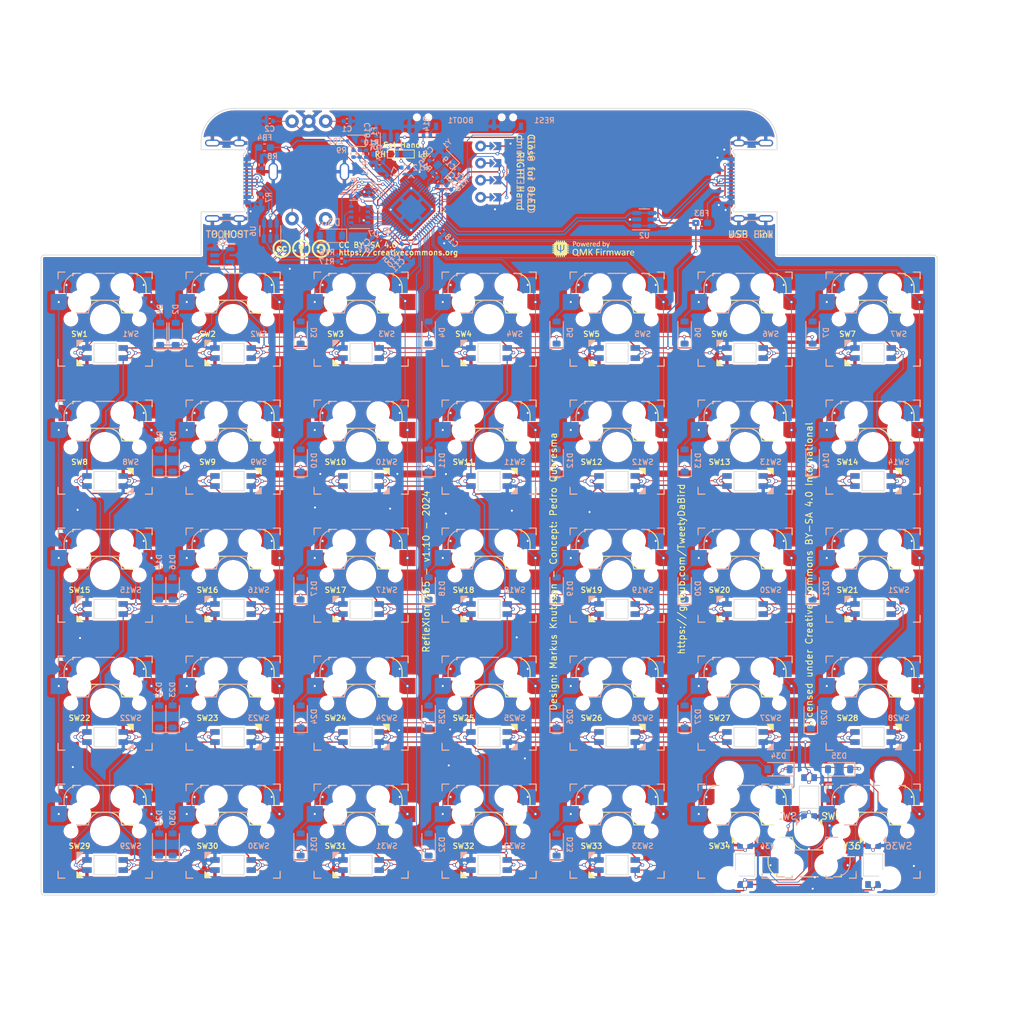
<source format=kicad_pcb>
(kicad_pcb (version 20240108) (generator "pcbnew") (generator_version "8.0")
  (title_block (title "RefleXion X65") (date "2024-02-06") (rev "1.10") (company "Tweety's Wild Thinking") (comment 1 "Design: Markus Knutsson <markus.knutsson@tweety.se>") (comment 2 "Concept: Pedro Quaresma <pq@live.ie>") (comment 3 "https://github.com/TweetyDaBird") (comment 4 "Licensed under Creative Commons BY-SA 4.0 International"))
  (layers (0 "F.Cu" signal) (31 "B.Cu" signal) (34 "B.Paste" user) (35 "F.Paste" user) (36 "B.SilkS" user "B.Silkscreen") (37 "F.SilkS" user "F.Silkscreen") (38 "B.Mask" user) (39 "F.Mask" user) (44 "Edge.Cuts" user))
  (net 0 "")
  (net 1 "Row0")
  (net 2 "Net-(BOOT1-Pad1)")
  (net 3 "Row1")
  (net 4 "+3V3")
  (net 5 "+1V1")
  (net 6 "Row2")
  (net 7 "+5V")
  (net 8 "Net-(U8-XIN)")
  (net 9 "Row3")
  (net 10 "Net-(C20-Pad1)")
  (net 11 "Net-(D2-A)")
  (net 12 "Row4")
  (net 13 "Net-(D3-A)")
  (net 14 "Net-(D4-A)")
  (net 15 "Net-(D5-A)")
  (net 16 "Net-(D6-A)")
  (net 17 "Net-(D8-A)")
  (net 18 "Net-(D9-A)")
  (net 19 "Net-(D10-A)")
  (net 20 "Net-(D11-A)")
  (net 21 "Net-(D12-A)")
  (net 22 "Net-(D13-A)")
  (net 23 "Col0")
  (net 24 "Col1")
  (net 25 "Col2")
  (net 26 "Col3")
  (net 27 "Col4")
  (net 28 "Col5")
  (net 29 "Col6")
  (net 30 "Net-(D14-A)")
  (net 31 "Net-(D15-A)")
  (net 32 "Net-(D16-A)")
  (net 33 "Net-(D17-A)")
  (net 34 "Net-(D18-A)")
  (net 35 "Net-(D19-A)")
  (net 36 "Net-(D20-A)")
  (net 37 "Net-(D21-A)")
  (net 38 "Net-(D22-A)")
  (net 39 "Net-(D23-A)")
  (net 40 "Net-(D24-A)")
  (net 41 "Net-(D25-A)")
  (net 42 "Net-(D26-A)")
  (net 43 "Net-(D27-A)")
  (net 44 "Net-(D28-A)")
  (net 45 "Enc1")
  (net 46 "Enc2")
  (net 47 "GND")
  (net 48 "SDA")
  (net 49 "SCL")
  (net 50 "Net-(D29-A)")
  (net 51 "RGB")
  (net 52 "Net-(D30-A)")
  (net 53 "Net-(D31-A)")
  (net 54 "Net-(D32-A)")
  (net 55 "Net-(D33-A)")
  (net 56 "Net-(D34-A)")
  (net 57 "Net-(D35-A)")
  (net 58 "Net-(ZD1-K)")
  (net 59 "Net-(FB3-Pad1)")
  (net 60 "Net-(FB4-Pad1)")
  (net 61 "VBUS")
  (net 62 "D+")
  (net 63 "D-")
  (net 64 "Net-(JP17-C)")
  (net 65 "Net-(LED1-DIN)")
  (net 66 "Net-(LED1-DOUT)")
  (net 67 "Net-(LED2-DOUT)")
  (net 68 "Net-(LED3-DOUT)")
  (net 69 "Net-(LED4-DOUT)")
  (net 70 "Net-(LED5-DOUT)")
  (net 71 "Net-(LED6-DOUT)")
  (net 72 "Net-(LED14-DIN)")
  (net 73 "Net-(LED8-DIN)")
  (net 74 "Net-(LED15-DIN)")
  (net 75 "Net-(LED10-DOUT)")
  (net 76 "Net-(LED10-DIN)")
  (net 77 "Net-(LED11-DIN)")
  (net 78 "Net-(LED12-DIN)")
  (net 79 "Net-(LED13-DIN)")
  (net 80 "Net-(LED15-DOUT)")
  (net 81 "Net-(LED16-DOUT)")
  (net 82 "Net-(LED17-DOUT)")
  (net 83 "Net-(LED18-DOUT)")
  (net 84 "Net-(LED19-DOUT)")
  (net 85 "Net-(LED20-DOUT)")
  (net 86 "Net-(LED21-DOUT)")
  (net 87 "Net-(LED22-DIN)")
  (net 88 "Net-(LED22-DOUT)")
  (net 89 "Net-(LED23-DIN)")
  (net 90 "Net-(LED24-DIN)")
  (net 91 "Net-(LED25-DIN)")
  (net 92 "Net-(LED26-DIN)")
  (net 93 "Net-(LED27-DIN)")
  (net 94 "Net-(LED29-DOUT)")
  (net 95 "Net-(LED30-DOUT)")
  (net 96 "Net-(LED31-DOUT)")
  (net 97 "Net-(LED32-DOUT)")
  (net 98 "Net-(LED33-DOUT)")
  (net 99 "/VBUS_DETECT")
  (net 100 "Net-(R10-Pad2)")
  (net 101 "HAND")
  (net 102 "Net-(U7-~{CS})")
  (net 103 "Net-(U8-XOUT)")
  (net 104 "/DP")
  (net 105 "/DN")
  (net 106 "Net-(U8-RUN)")
  (net 108 "Net-(U7-DO(IO1))")
  (net 109 "Net-(U7-IO2)")
  (net 110 "Net-(U7-DI(IO0))")
  (net 111 "Net-(U7-CLK)")
  (net 112 "Net-(U7-IO3)")
  (net 113 "EncA")
  (net 114 "EncB")
  (net 122 "Row5")
  (net 123 "SER-")
  (net 124 "SER+")
  (net 125 "Net-(USB1-CC1)")
  (net 126 "Net-(USB1-CC2)")
  (net 133 "Net-(D36-A)")
  (net 134 "Net-(LED34-DOUT)")
  (net 135 "Net-(LED35-DOUT)")
  (footprint "Keyboard RGB:MX_SK6812MINI-E_REVERSIBLE" (layer "F.Cu") (at 110.89 52.54 180)
    (property "Reference" "LED4" (hide yes))
    (property "Value" "SK6812MINI-E" (hide yes))
    (fp_line (start 1.65 1.45) (end -1.65 1.45) (stroke (width 0.1)) (layer "Edge.Cuts"))
    (fp_line (start 1.65 -1.45) (end 1.65 1.45) (stroke (width 0.1)) (layer "Edge.Cuts"))
    (fp_line (start -1.65 1.45) (end -1.65 -1.45) (stroke (width 0.1)) (layer "Edge.Cuts"))
    (fp_line (start -1.65 -1.45) (end 1.65 -1.45) (stroke (width 0.1)) (layer "Edge.Cuts"))
  )
  (footprint "Keyboard Common:Spacer PCB hole" (layer "F.Cu") (at 158.515 35.965)
    (property "Reference" "H3" (hide yes))
    (property "Value" "Spacer_PCB" (hide yes))
  )
  (footprint "Keyboard RGB:MX_SK6812MINI-E_REVERSIBLE_special" (layer "F.Cu") (at 168.04 128.74 90)
    (property "Reference" "LED36" (hide yes))
    (property "Value" "SK6812MINI-E" (hide yes))
    (fp_line (start 1.65 -1.45) (end 1.65 1.45) (stroke (width 0.1)) (layer "Edge.Cuts"))
    (fp_line (start -1.65 -1.45) (end 1.65 -1.45) (stroke (width 0.1)) (layer "Edge.Cuts"))
    (fp_line (start 1.65 1.45) (end -1.65 1.45) (stroke (width 0.1)) (layer "Edge.Cuts"))
    (fp_line (start -1.65 1.45) (end -1.65 -1.45) (stroke (width 0.1)) (layer "Edge.Cuts"))
  )
  (footprint "Keyboard Switches:SW_MX_HotSwap_Reversible" (layer "F.Cu") (at 129.94 123.69)
    (property "Reference" "SW33" (hide yes))
    (property "Value" "SW_Push" (hide yes))
  )
  (footprint "Keyboard Switches:SW_MX_HotSwap_Reversible" (layer "F.Cu") (at 110.89 66.54)
    (property "Reference" "SW11" (hide yes))
    (property "Value" "SW_Push" (hide yes))
  )
  (footprint "Keyboard Switches:SW_MX_HotSwap_Reversible" (layer "F.Cu") (at 72.79 123.69)
    (property "Reference" "SW30" (hide yes))
    (property "Value" "SW_Push" (hide yes))
  )
  (footprint "Keyboard RGB:MX_SK6812MINI-E_REVERSIBLE" (layer "F.Cu") (at 91.84 109.69)
    (property "Reference" "LED24" (hide yes))
    (property "Value" "SK6812MINI-E" (hide yes))
    (fp_line (start -1.65 -1.45) (end 1.65 -1.45) (stroke (width 0.1)) (layer "Edge.Cuts"))
    (fp_line (start -1.65 1.45) (end -1.65 -1.45) (stroke (width 0.1)) (layer "Edge.Cuts"))
    (fp_line (start 1.65 -1.45) (end 1.65 1.45) (stroke (width 0.1)) (layer "Edge.Cuts"))
    (fp_line (start 1.65 1.45) (end -1.65 1.45) (stroke (width 0.1)) (layer "Edge.Cuts"))
  )
  (footprint "Keyboard Switches:SW_MX_HotSwap_Reversible" (layer "F.Cu") (at 110.89 123.69)
    (property "Reference" "SW32" (hide yes))
    (property "Value" "SW_Push" (hide yes))
  )
  (footprint "Keyboard RGB:MX_SK6812MINI-E_REVERSIBLE" (layer "F.Cu") (at 53.74 71.59)
    (property "Reference" "LED8" (hide yes))
    (property "Value" "SK6812MINI-E" (hide yes))
    (fp_line (start -1.65 -1.45) (end 1.65 -1.45) (stroke (width 0.1)) (layer "Edge.Cuts"))
    (fp_line (start -1.65 1.45) (end -1.65 -1.45) (stroke (width 0.1)) (layer "Edge.Cuts"))
    (fp_line (start 1.65 -1.45) (end 1.65 1.45) (stroke (width 0.1)) (layer "Edge.Cuts"))
    (fp_line (start 1.65 1.45) (end -1.65 1.45) (stroke (width 0.1)) (layer "Edge.Cuts"))
  )
  (footprint "Keyboard RGB:MX_SK6812MINI-E_REVERSIBLE" (layer "F.Cu") (at 129.94 90.64 180)
    (property "Reference" "LED19" (hide yes))
    (property "Value" "SK6812MINI-E" (hide yes))
    (fp_line (start 1.65 1.45) (end -1.65 1.45) (stroke (width 0.1)) (layer "Edge.Cuts"))
    (fp_line (start 1.65 -1.45) (end 1.65 1.45) (stroke (width 0.1)) (layer "Edge.Cuts"))
    (fp_line (start -1.65 1.45) (end -1.65 -1.45) (stroke (width 0.1)) (layer "Edge.Cuts"))
    (fp_line (start -1.65 -1.45) (end 1.65 -1.45) (stroke (width 0.1)) (layer "Edge.Cuts"))
  )
  (footprint "Keyboard Switches:SW_MX_HotSwap_Reversible" (layer "F.Cu") (at 91.84 47.49)
    (property "Reference" "SW3" (hide yes))
    (property "Value" "SW_Push" (hide yes))
  )
  (footprint "Keyboard Common:Spacer PCB hole" (layer "F.Cu") (at 158.515 135.215)
    (property "Reference" "H4" (hide yes))
    (property "Value" "Spacer_PCB" (hide yes))
  )
  (footprint "Keyboard RGB:MX_SK6812MINI-E_REVERSIBLE" (layer "F.Cu") (at 72.79 52.54 180)
    (property "Reference" "LED2" (hide yes))
    (property "Value" "SK6812MINI-E" (hide yes))
    (fp_line (start 1.65 1.45) (end -1.65 1.45) (stroke (width 0.1)) (layer "Edge.Cuts"))
    (fp_line (start 1.65 -1.45) (end 1.65 1.45) (stroke (width 0.1)) (layer "Edge.Cuts"))
    (fp_line (start -1.65 1.45) (end -1.65 -1.45) (stroke (width 0.1)) (layer "Edge.Cuts"))
    (fp_line (start -1.65 -1.45) (end 1.65 -1.45) (stroke (width 0.1)) (layer "Edge.Cuts"))
  )
  (footprint "Keyboard RGB:MX_SK6812MINI-E_REVERSIBLE" (layer "F.Cu") (at 168.04 52.54 180)
    (property "Reference" "LED7" (hide yes))
    (property "Value" "SK6812MINI-E" (hide yes))
    (fp_line (start 1.65 1.45) (end -1.65 1.45) (stroke (width 0.1)) (layer "Edge.Cuts"))
    (fp_line (start 1.65 -1.45) (end 1.65 1.45) (stroke (width 0.1)) (layer "Edge.Cuts"))
    (fp_line (start -1.65 1.45) (end -1.65 -1.45) (stroke (width 0.1)) (layer "Edge.Cuts"))
    (fp_line (start -1.65 -1.45) (end 1.65 -1.45) (stroke (width 0.1)) (layer "Edge.Cuts"))
  )
  (footprint "Keyboard Switches:SW_MX_HotSwap_Reversible" (layer "F.Cu") (at 148.99 104.64)
    (property "Reference" "SW27" (hide yes))
    (property "Value" "SW_Push" (hide yes))
  )
  (footprint "Keyboard Switches:SW_MX_HotSwap_Reversible" (layer "F.Cu") (at 91.84 123.69)
    (property "Reference" "SW31" (hide yes))
    (property "Value" "SW_Push" (hide yes))
  )
  (footprint "Keyboard Switches:SW_MX_HotSwap_Reversible" (layer "F.Cu") (at 148.99 66.54)
    (property "Reference" "SW13" (hide yes))
    (property "Value" "SW_Push" (hide yes))
  )
  (footprint "Logotypes:Powered_by_QMK" (layer "F.Cu") (at 126.42 37.01)
    (property "Reference" "Logo4" (hide yes))
    (property "Value" "QMK_Logo" (hide yes))
  )
  (footprint "Keyboard RGB:MX_SK6812MINI-E_REVERSIBLE" (layer "F.Cu") (at 168.04 71.59)
    (property "Reference" "LED14" (hide yes))
    (property "Value" "SK6812MINI-E" (hide yes))
    (fp_line (start -1.65 -1.45) (end 1.65 -1.45) (stroke (width 0.1)) (layer "Edge.Cuts"))
    (fp_line (start -1.65 1.45) (end -1.65 -1.45) (stroke (width 0.1)) (layer "Edge.Cuts"))
    (fp_line (start 1.65 -1.45) (end 1.65 1.45) (stroke (width 0.1)) (layer "Edge.Cuts"))
    (fp_line (start 1.65 1.45) (end -1.65 1.45) (stroke (width 0.1)) (layer "Edge.Cuts"))
  )
  (footprint "Keyboard RGB:MX_SK6812MINI-E_REVERSIBLE" (layer "F.Cu") (at 53.74 128.74 180)
    (property "Reference" "LED29" (hide yes))
    (property "Value" "SK6812MINI-E" (hide yes))
    (fp_line (start 1.65 1.45) (end -1.65 1.45) (stroke (width 0.1)) (layer "Edge.Cuts"))
    (fp_line (start 1.65 -1.45) (end 1.65 1.45) (stroke (width 0.1)) (layer "Edge.Cuts"))
    (fp_line (start -1.65 1.45) (end -1.65 -1.45) (stroke (width 0.1)) (layer "Edge.Cuts"))
    (fp_line (start -1.65 -1.45) (end 1.65 -1.45) (stroke (width 0.1)) (layer "Edge.Cuts"))
  )
  (footprint "Keyboard RGB:MX_SK6812MINI-E_REVERSIBLE" (layer "F.Cu") (at 72.79 109.69)
    (property "Reference" "LED23" (hide yes))
    (property "Value" "SK6812MINI-E" (hide yes))
    (fp_line (start -1.65 -1.45) (end 1.65 -1.45) (stroke (width 0.1)) (layer "Edge.Cuts"))
    (fp_line (start -1.65 1.45) (end -1.65 -1.45) (stroke (width 0.1)) (layer "Edge.Cuts"))
    (fp_line (start 1.65 -1.45) (end 1.65 1.45) (stroke (width 0.1)) (layer "Edge.Cuts"))
    (fp_line (start 1.65 1.45) (end -1.65 1.45) (stroke (width 0.1)) (layer "Edge.Cuts"))
  )
  (footprint "Keyboard Switches:SW_MX_HotSwap_Reversible" (layer "F.Cu") (at 53.74 66.54)
    (property "Reference" "SW8" (hide yes))
    (property "Value" "SW_Push" (hide yes))
  )
  (footprint "Keyboard RGB:MX_SK6812MINI-E_REVERSIBLE" (layer "F.Cu") (at 129.94 128.74 180)
    (property "Reference" "LED33" (hide yes))
    (property "Value" "SK6812MINI-E" (hide yes))
    (fp_line (start 1.65 1.45) (end -1.65 1.45) (stroke (width 0.1)) (layer "Edge.Cuts"))
    (fp_line (start 1.65 -1.45) (end 1.65 1.45) (stroke (width 0.1)) (layer "Edge.Cuts"))
    (fp_line (start -1.65 1.45) (end -1.65 -1.45) (stroke (width 0.1)) (layer "Edge.Cuts"))
    (fp_line (start -1.65 -1.45) (end 1.65 -1.45) (stroke (width 0.1)) (layer "Edge.Cuts"))
  )
  (footprint "Keyboard Switches:SW_MX_HotSwap_Reversible" (layer "F.Cu") (at 72.79 66.54)
    (property "Reference" "SW9" (hide yes))
    (property "Value" "SW_Push" (hide yes))
  )
  (footprint "Keyboard RGB:MX_SK6812MINI-E_REVERSIBLE" (layer "F.Cu") (at 148.99 52.54 180)
    (property "Reference" "LED6" (hide yes))
    (property "Value" "SK6812MINI-E" (hide yes))
    (fp_line (start 1.65 1.45) (end -1.65 1.45) (stroke (width 0.1)) (layer "Edge.Cuts"))
    (fp_line (start 1.65 -1.45) (end 1.65 1.45) (stroke (width 0.1)) (layer "Edge.Cuts"))
    (fp_line (start -1.65 1.45) (end -1.65 -1.45) (stroke (width 0.1)) (layer "Edge.Cuts"))
    (fp_line (start -1.65 -1.45) (end 1.65 -1.45) (stroke (width 0.1)) (layer "Edge.Cuts"))
  )
  (footprint "Keyboard Switches:SW_MX_HotSwap_Reversible" (layer "F.Cu") (at 168.04 123.69)
    (property "Reference" "SW36" (hide yes))
    (property "Value" "SW_Push" (hide yes))
  )
  (footprint "Keyboard RGB:MX_SK6812MINI-E_REVERSIBLE_special" (layer "F.Cu") (at 158.515 118.64 -90)
    (property "Reference" "LED35" (hide yes))
    (property "Value" "SK6812MINI-E" (hide yes))
    (fp_line (start -1.65 1.45) (end -1.65 -1.45) (stroke (width 0.1)) (layer "Edge.Cuts"))
    (fp_line (start 1.65 1.45) (end -1.65 1.45) (stroke (width 0.1)) (layer "Edge.Cuts"))
    (fp_line (start -1.65 -1.45) (end 1.65 -1.45) (stroke (width 0.1)) (layer "Edge.Cuts"))
    (fp_line (start 1.65 -1.45) (end 1.65 1.45) (stroke (width 0.1)) (layer "Edge.Cuts"))
  )
  (footprint "Keyboard Switches:SW_MX_HotSwap_Reversible" (layer "F.Cu") (at 148.99 85.59)
    (property "Reference" "SW20" (hide yes))
    (property "Value" "SW_Push" (hide yes))
  )
  (footprint "Keyboard Switches:SW_MX_HotSwap_Reversible" (layer "F.Cu") (at 110.89 85.59)
    (property "Reference" "SW18" (hide yes))
    (property "Value" "SW_Push" (hide yes))
  )
  (footprint "Keyboard Switches:SW_MX_HotSwap_Reversible" (layer "F.Cu") (at 129.94 66.54)
    (property "Reference" "SW12" (hide yes))
    (property "Value" "SW_Push" (hide yes))
  )
  (footprint "Keyboard Common:Spacer PCB hole" (layer "F.Cu") (at 63.265 35.965)
    (property "Reference" "H1" (hide yes))
    (property "Value" "Spacer_PCB" (hide yes))
  )
  (footprint "Keyboard RGB:MX_SK6812MINI-E_REVERSIBLE" (layer "F.Cu") (at 168.04 109.69)
    (property "Reference" "LED28" (hide yes))
    (property "Value" "SK6812MINI-E" (hide yes))
    (fp_line (start -1.65 -1.45) (end 1.65 -1.45) (stroke (width 0.1)) (layer "Edge.Cuts"))
    (fp_line (start -1.65 1.45) (end -1.65 -1.45) (stroke (width 0.1)) (layer "Edge.Cuts"))
    (fp_line (start 1.65 -1.45) (end 1.65 1.45) (stroke (width 0.1)) (layer "Edge.Cuts"))
    (fp_line (start 1.65 1.45) (end -1.65 1.45) (stroke (width 0.1)) (layer "Edge.Cuts"))
  )
  (footprint "Keyboard Switches:SW_MX_HotSwap_Reversible" (layer "F.Cu") (at 110.89 47.49)
    (property "Reference" "SW4" (hide yes))
    (property "Value" "SW_Push" (hide yes))
  )
  (footprint "Keyboard Common:SolderJumper-3_open_mini" (layer "F.Cu") (at 97.76 22.92)
    (property "Reference" "JP17" (hide yes))
    (property "Value" "Jumper_3_Open")
  )
  (footprint "Keyboard Switches:SW_MX_HotSwap_Reversible" (layer "F.Cu") (at 158.515 123.69 180)
    (property "Reference" "SW35" (hide yes))
    (property "Value" "SW_Push" (hide yes))
  )
  (footprint "Keyboard RGB:MX_SK6812MINI-E_REVERSIBLE" (layer "F.Cu") (at 148.99 90.64 180)
    (property "Reference" "LED20" (hide yes))
    (property "Value" "SK6812MINI-E" (hide yes))
    (fp_line (start 1.65 1.45) (end -1.65 1.45) (stroke (width 0.1)) (layer "Edge.Cuts"))
    (fp_line (start 1.65 -1.45) (end 1.65 1.45) (stroke (width 0.1)) (layer "Edge.Cuts"))
    (fp_line (start -1.65 1.45) (end -1.65 -1.45) (stroke (width 0.1)) (layer "Edge.Cuts"))
    (fp_line (start -1.65 -1.45) (end 1.65 -1.45) (stroke (width 0.1)) (layer "Edge.Cuts"))
  )
  (footprint "Keyboard RGB:MX_SK6812MINI-E_REVERSIBLE" (layer "F.Cu") (at 72.79 90.64 180)
    (property "Reference" "LED16" (hide yes))
    (property "Value" "SK6812MINI-E" (hide yes))
    (fp_line (start 1.65 1.45) (end -1.65 1.45) (stroke (width 0.1)) (layer "Edge.Cuts"))
    (fp_line (start 1.65 -1.45) (end 1.65 1.45) (stroke (width 0.1)) (layer "Edge.Cuts"))
    (fp_line (start -1.65 1.45) (end -1.65 -1.45) (stroke (width 0.1)) (layer "Edge.Cuts"))
    (fp_line (start -1.65 -1.45) (end 1.65 -1.45) (stroke (width 0.1)) (layer "Edge.Cuts"))
  )
  (footprint "Keyboard RGB:MX_SK6812MINI-E_REVERSIBLE" (layer "F.Cu") (at 91.84 128.74 180)
    (property "Reference" "LED31" (hide yes))
    (property "Value" "SK6812MINI-E" (hide yes))
    (fp_line (start 1.65 1.45) (end -1.65 1.45) (stroke (width 0.1)) (layer "Edge.Cuts"))
    (fp_line (start 1.65 -1.45) (end 1.65 1.45) (stroke (width 0.1)) (layer "Edge.Cuts"))
    (fp_line (start -1.65 1.45) (end -1.65 -1.45) (stroke (width 0.1)) (layer "Edge.Cuts"))
    (fp_line (start -1.65 -1.45) (end 1.65 -1.45) (stroke (width 0.1)) (layer "Edge.Cuts"))
  )
  (footprint "Keyboard Switches:SW_MX_HotSwap_Reversible" (layer "F.Cu") (at 72.79 85.59)
    (property "Reference" "SW16" (hide yes))
    (property "Value" "SW_Push" (hide yes))
  )
  (footprint "Keyboard RGB:MX_SK6812MINI-E_REVERSIBLE" (layer "F.Cu") (at 91.84 71.59)
    (property "Reference" "LED10" (hide yes))
    (property "Value" "SK6812MINI-E" (hide yes))
    (fp_line (start -1.65 -1.45) (end 1.65 -1.45) (stroke (width 0.1)) (layer "Edge.Cuts"))
    (fp_line (start -1.65 1.45) (end -1.65 -1.45) (stroke (width 0.1)) (layer "Edge.Cuts"))
    (fp_line (start 1.65 -1.45) (end 1.65 1.45) (stroke (width 0.1)) (layer "Edge.Cuts"))
    (fp_line (start 1.65 1.45) (end -1.65 1.45) (stroke (width 0.1)) (layer "Edge.Cuts"))
  )
  (footprint "Keyboard Switches:SW_MX_HotSwap_Reversible" (layer "F.Cu") (at 91.84 85.59)
    (property "Reference" "SW17" (hide yes))
    (property "Value" "SW_Push" (hide yes))
  )
  (footprint "Keyboard RGB:MX_SK6812MINI-E_REVERSIBLE" (layer "F.Cu") (at 110.89 109.69)
    (property "Reference" "LED25" (hide yes))
    (property "Value" "SK6812MINI-E" (hide yes))
    (fp_line (start -1.65 -1.45) (end 1.65 -1.45) (stroke (width 0.1)) (layer "Edge.Cuts"))
    (fp_line (start -1.65 1.45) (end -1.65 -1.45) (stroke (width 0.1)) (layer "Edge.Cuts"))
    (fp_line (start 1.65 -1.45) (end 1.65 1.45) (stroke (width 0.1)) (layer "Edge.Cuts"))
    (fp_line (start 1.65 1.45) (end -1.65 1.45) (stroke (width 0.1)) (layer "Edge.Cuts"))
  )
  (footprint "Keyboard RGB:MX_SK6812MINI-E_REVERSIBLE" (layer "F.Cu") (at 53.74 109.69)
    (property "Reference" "LED22" (hide yes))
    (property "Value" "SK6812MINI-E" (hide yes))
    (fp_line (start -1.65 -1.45) (end 1.65 -1.45) (stroke (width 0.1)) (layer "Edge.Cuts"))
    (fp_line (start -1.65 1.45) (end -1.65 -1.45) (stroke (width 0.1)) (layer "Edge.Cuts"))
    (fp_line (start 1.65 -1.45) (end 1.65 1.45) (stroke (width 0.1)) (layer "Edge.Cuts"))
    (fp_line (start 1.65 1.45) (end -1.65 1.45) (stroke (width 0.1)) (layer "Edge.Cuts"))
  )
  (footprint "Keyboard Switches:SW_MX_HotSwap_Reversible" (layer "F.Cu") (at 53.74 85.59)
    (property "Reference" "SW15" (hide yes))
    (property "Value" "SW_Push" (hide yes))
  )
  (footprint "Keyboard Switches:SW_MX_HotSwap_Reversible" (layer "F.Cu") (at 148.99 123.69)
    (property "Reference" "SW34" (hide yes))
    (property "Value" "SW_Push" (hide yes))
  )
  (footprint "Keyboard RGB:MX_SK6812MINI-E_REVERSIBLE" (layer "F.Cu") (at 110.89 90.64 180)
    (property "Reference" "LED18" (hide yes))
    (property "Value" "SK6812MINI-E" (hide yes))
    (fp_line (start 1.65 1.45) (end -1.65 1.45) (stroke (width 0.1)) (layer "Edge.Cuts"))
    (fp_line (start 1.65 -1.45) (end 1.65 1.45) (stroke (width 0.1)) (layer "Edge.Cuts"))
    (fp_line (start -1.65 1.45) (end -1.65 -1.45) (stroke (width 0.1)) (layer "Edge.Cuts"))
    (fp_line (start -1.65 -1.45) (end 1.65 -1.45) (stroke (width 0.1)) (layer "Edge.Cuts"))
  )
  (footprint "Keyboard RGB:MX_SK6812MINI-E_REVERSIBLE" (layer "F.Cu") (at 53.74 90.64 180)
    (property "Reference" "LED15" (hide yes))
    (property "Value" "SK6812MINI-E" (hide yes))
    (fp_line (start 1.65 1.45) (end -1.65 1.45) (stroke (width 0.1)) (layer "Edge.Cuts"))
    (fp_line (start 1.65 -1.45) (end 1.65 1.45) (stroke (width 0.1)) (layer "Edge.Cuts"))
    (fp_line (start -1.65 1.45) (end -1.65 -1.45) (stroke (width 0.1)) (layer "Edge.Cuts"))
    (fp_line (start -1.65 -1.45) (end 1.65 -1.45) (stroke (width 0.1)) (layer "Edge.Cuts"))
  )
  (footprint "Keyboard RGB:MX_SK6812MINI-E_REVERSIBLE" (layer "F.Cu") (at 129.94 71.59)
    (property "Reference" "LED12" (hide yes))
    (property "Value" "SK6812MINI-E" (hide yes))
    (fp_line (start -1.65 -1.45) (end 1.65 -1.45) (stroke (width 0.1)) (layer "Edge.Cuts"))
    (fp_line (start -1.65 1.45) (end -1.65 -1.45) (stroke (width 0.1)) (layer "Edge.Cuts"))
    (fp_line (start 1.65 -1.45) (end 1.65 1.45) (stroke (width 0.1)) (layer "Edge.Cuts"))
    (fp_line (start 1.65 1.45) (end -1.65 1.45) (stroke (width 0.1)) (layer "Edge.Cuts"))
  )
  (footprint "Keyboard Switches:SW_MX_HotSwap_Reversible" (layer "F.Cu") (at 168.04 104.64)
    (property "Reference" "SW28" (hide yes))
    (property "Value" "SW_Push" (hide yes))
  )
  (footprint "Keyboard RGB:MX_SK6812MINI-E_REVERSIBLE_special" (layer "F.Cu") (at 148.99 128.74 90)
    (property "Reference" "LED34" (hide yes))
    (property "Value" "SK6812MINI-E" (hide yes))
    (fp_line (start 1.65 -1.45) (end 1.65 1.45) (stroke (width 0.1)) (layer "Edge.Cuts"))
    (fp_line (start -1.65 -1.45) (end 1.65 -1.45) (stroke (width 0.1)) (layer "Edge.Cuts"))
    (fp_line (start 1.65 1.45) (end -1.65 1.45) (stroke (width 0.1)) (layer "Edge.Cuts"))
    (fp_line (start -1.65 1.45) (end -1.65 -1.45) (stroke (width 0.1)) (layer "Edge.Cuts"))
  )
  (footprint "Keyboard Switches:SW_MX_HotSwap_Reversible" (layer "F.Cu") (at 72.79 104.64)
    (property "Reference" "SW23" (hide yes))
    (property "Value" "SW_Push" (hide yes))
  )
  (footprint "Keyboard RGB:MX_SK6812MINI-E_REVERSIBLE" (layer "F.Cu") (at 129.94 109.69)
    (property "Reference" "LED26" (hide yes))
    (property "Value" "SK6812MINI-E" (hide yes))
    (fp_line (start -1.65 -1.45) (end 1.65 -1.45) (stroke (width 0.1)) (layer "Edge.Cuts"))
    (fp_line (start -1.65 1.45) (end -1.65 -1.45) (stroke (width 0.1)) (layer "Edge.Cuts"))
    (fp_line (start 1.65 -1.45) (end 1.65 1.45) (stroke (width 0.1)) (layer "Edge.Cuts"))
    (fp_line (start 1.65 1.45) (end -1.65 1.45) (stroke (width 0.1)) (layer "Edge.Cuts"))
  )
  (footprint "Keyboard Switches:SW_MX_HotSwap_Reversible" (layer "F.Cu") (at 168.04 66.54)
    (property "Reference" "SW14" (hide yes))
    (property "Value" "SW_Push" (hide yes))
  )
  (footprint "Keyboard RGB:MX_SK6812MINI-E_REVERSIBLE" (layer "F.Cu") (at 72.79 71.59)
    (property "Reference" "LED9" (hide yes))
    (property "Value" "SK6812MINI-E" (hide yes))
    (fp_line (start -1.65 -1.45) (end 1.65 -1.45) (stroke (width 0.1)) (layer "Edge.Cuts"))
    (fp_line (start -1.65 1.45) (end -1.65 -1.45) (stroke (width 0.1)) (layer "Edge.Cuts"))
    (fp_line (start 1.65 -1.45) (end 1.65 1.45) (stroke (width 0.1)) (layer "Edge.Cuts"))
    (fp_line (start 1.65 1.45) (end -1.65 1.45) (stroke (width 0.1)) (layer "Edge.Cuts"))
  )
  (footprint "Keyboard Switches:SW_MX_HotSwap_Reversible" (layer "F.Cu") (at 129.94 85.59)
    (property "Reference" "SW19" (hide yes))
    (property "Value" "SW_Push" (hide yes))
  )
  (footprint "Keyboard Switches:SW_MX_HotSwap_Reversible" (layer "F.Cu") (at 72.79 47.49)
    (property "Reference" "SW2" (hide yes))
    (property "Value" "SW_Push" (hide yes))
  )
  (footprint "Keyboard RGB:MX_SK6812MINI-E_REVERSIBLE" (layer "F.Cu") (at 53.74 52.54 180)
    (property "Reference" "LED1" (hide yes))
    (property "Value" "SK6812MINI-E" (hide yes))
    (fp_line (start 1.65 1.45) (end -1.65 1.45) (stroke (width 0.1)) (layer "Edge.Cuts"))
    (fp_line (start 1.65 -1.45) (end 1.65 1.45) (stroke (width 0.1)) (layer "Edge.Cuts"))
    (fp_line (start -1.65 1.45) (end -1.65 -1.45) (stroke (width 0.1)) (layer "Edge.Cuts"))
    (fp_line (start -1.65 -1.45) (end 1.65 -1.45) (stroke (width 0.1)) (layer "Edge.Cuts"))
  )
  (footprint "Keyboard RGB:MX_SK6812MINI-E_REVERSIBLE" (layer "F.Cu") (at 91.84 52.54 180)
    (property "Reference" "LED3" (hide yes))
    (property "Value" "SK6812MINI-E" (hide yes))
    (fp_line (start 1.65 1.45) (end -1.65 1.45) (stroke (width 0.1)) (layer "Edge.Cuts"))
    (fp_line (start 1.65 -1.45) (end 1.65 1.45) (stroke (width 0.1)) (layer "Edge.Cuts"))
    (fp_line (start -1.65 1.45) (end -1.65 -1.45) (stroke (width 0.1)) (layer "Edge.Cuts"))
    (fp_line (start -1.65 -1.45) (end 1.65 -1.45) (stroke (width 0.1)) (layer "Edge.Cuts"))
  )
  (footprint "Logotypes:CC_BY_SA_40_line" (layer "F.Cu") (at 91.98 36.940812)
    (property "Reference" "Logo3")
    (property "Value" "CC-BY-SA-4.0" (hide yes))
  )
  (footprint "Keyboard Switches:SW_MX_HotSwap_Reversible" (layer "F.Cu") (at 110.89 104.64)
    (property "Reference" "SW25" (hide yes))
    (property "Value" "SW_Push" (hide yes))
  )
  (footprint "Keyboard Switches:SW_MX_HotSwap_Reversible" (layer "F.Cu") (at 168.04 47.49)
    (property "Reference" "SW7" (hide yes))
    (property "Value" "SW_Push" (hide yes))
  )
  (footprint "Keyboard RGB:MX_SK6812MINI-E_REVERSIBLE" (layer "F.Cu") (at 148.99 109.69)
    (property "Reference" "LED27" (hide yes))
    (property "Value" "SK6812MINI-E" (hide yes))
    (fp_line (start -1.65 -1.45) (end 1.65 -1.45) (stroke (width 0.1)) (layer "Edge.Cuts"))
    (fp_line (start -1.65 1.45) (end -1.65 -1.45) (stroke (width 0.1)) (layer "Edge.Cuts"))
    (fp_line (start 1.65 -1.45) (end 1.65 1.45) (stroke (width 0.1)) (layer "Edge.Cuts"))
    (fp_line (start 1.65 1.45) (end -1.65 1.45) (stroke (width 0.1)) (layer "Edge.Cuts"))
  )
  (footprint "Keyboard Stabilizer:Stabilizer_Cherry_MX_2.00u" (layer "F.Cu") (at 158.515 123.69 180)
    (property "Reference" "ST1" (hide yes))
    (property "Value" "Stabilizer_2u_MX")
  )
  (footprint "Keyboard Common:Spacer PCB hole" (layer "F.Cu") (at 63.265 135.215)
    (property "Reference" "H2" (hide yes))
    (property "Value" "Spacer_PCB" (hide yes))
  )
  (footprint "Keyboard RGB:MX_SK6812MINI-E_REVERSIBLE" (layer "F.Cu") (at 72.79 128.74 180)
    (property "Reference" "LED30" (hide yes))
    (property "Value" "SK6812MINI-E" (hide yes))
    (fp_line (start 1.65 1.45) (end -1.65 1.45) (stroke (width 0.1)) (layer "Edge.Cuts"))
    (fp_line (start 1.65 -1.45) (end 1.65 1.45) (stroke (width 0.1)) (layer "Edge.Cuts"))
    (fp_line (start -1.65 1.45) (end -1.65 -1.45) (stroke (width 0.1)) (layer "Edge.Cuts"))
    (fp_line (start -1.65 -1.45) (end 1.65 -1.45) (stroke (width 0.1)) (layer "Edge.Cuts"))
  )
  (footprint "Keyboard Switches:SW_MX_HotSwap_Reversible" (layer "F.Cu") (at 53.74 47.49)
    (property "Reference" "SW1" (hide yes))
    (property "Value" "SW_Push" (hide yes))
  )
  (footprint "Keyboard Switches:SW_MX_HotSwap_Reversible" (layer "F.Cu") (at 53.74 104.64)
    (property "Reference" "SW22" (hide yes))
    (property "Value" "SW_Push" (hide yes))
  )
  (footprint "Keyboard RGB:MX_SK6812MINI-E_REVERSIBLE" (layer "F.Cu") (at 91.84 90.64 180)
    (property "Reference" "LED17" (hide yes))
    (property "Value" "SK6812MINI-E" (hide yes))
    (fp_line (start 1.65 1.45) (end -1.65 1.45) (stroke (width 0.1)) (layer "Edge.Cuts"))
    (fp_line (start 1.65 -1.45) (end 1.65 1.45) (stroke (width 0.1)) (layer "Edge.Cuts"))
    (fp_line (start -1.65 1.45) (end -1.65 -1.45) (stroke (width 0.1)) (layer "Edge.Cuts"))
    (fp_line (start -1.65 -1.45) (end 1.65 -1.45) (stroke (width 0.1)) (layer "Edge.Cuts"))
  )
  (footprint "Keyboard Switches:SW_MX_HotSwap_Reversible" (layer "F.Cu") (at 91.84 104.64)
    (property "Reference" "SW24" (hide yes))
    (property "Value" "SW_Push" (hide yes))
  )
  (footprint "Keyboard RGB:MX_SK6812MINI-E_REVERSIBLE" (layer "F.Cu") (at 168.04 90.64 180)
    (property "Reference" "LED21" (hide yes))
    (property "Value" "SK6812MINI-E" (hide yes))
    (fp_line (start 1.65 1.45) (end -1.65 1.45) (stroke (width 0.1)) (layer "Edge.Cuts"))
    (fp_line (start 1.65 -1.45) (end 1.65 1.45) (stroke (width 0.1)) (layer "Edge.Cuts"))
    (fp_line (start -1.65 1.45) (end -1.65 -1.45) (stroke (width 0.1)) (layer "Edge.Cuts"))
    (fp_line (start -1.65 -1.45) (end 1.65 -1.45) (stroke (width 0.1)) (layer "Edge.Cuts"))
  )
  (footprint "Keyboard Switches:SW_MX_HotSwap_Reversible" (layer "F.Cu") (at 148.99 47.49)
    (property "Reference" "SW6" (hide yes))
    (property "Value" "SW_Push" (hide yes))
  )
  (footprint "Keyboard Switches:SW_MX_HotSwap_Reversible" (layer "F.Cu") (at 129.94 47.49)
    (property "Reference" "SW5" (hide yes))
    (property "Value" "SW_Push" (hide yes))
  )
  (footprint "Keyboard Switches:SW_MX_HotSwap_Reversible" (layer "F.Cu") (at 129.94 104.64)
    (property "Reference" "SW26" (hide yes))
    (property "Value" "SW_Push" (hide yes))
  )
  (footprint "Keyboard RGB:MX_SK6812MINI-E_REVERSIBLE" (layer "F.Cu") (at 148.99 71.59)
    (property "Reference" "LED13" (hide yes))
    (property "Value" "SK6812MINI-E" (hide yes))
    (fp_line (start -1.65 -1.45) (end 1.65 -1.45) (stroke (width 0.1)) (layer "Edge.Cuts"))
    (fp_line (start -1.65 1.45) (end -1.65 -1.45) (stroke (width 0.1)) (layer "Edge.Cuts"))
    (fp_line (start 1.65 -1.45) (end 1.65 1.45) (stroke (width 0.1)) (layer "Edge.Cuts"))
    (fp_line (start 1.65 1.45) (end -1.65 1.45) (stroke (width 0.1)) (layer "Edge.Cuts"))
  )
  (footprint "Keyboard RGB:MX_SK6812MINI-E_REVERSIBLE" (layer "F.Cu") (at 129.94 52.54 180)
    (property "Reference" "LED5" (hide yes))
    (property "Value" "SK6812MINI-E" (hide yes))
    (fp_line (start 1.65 1.45) (end -1.65 1.45) (stroke (width 0.1)) (layer "Edge.Cuts"))
    (fp_line (start 1.65 -1.45) (end 1.65 1.45) (stroke (width 0.1)) (layer "Edge.Cuts"))
    (fp_line (start -1.65 1.45) (end -1.65 -1.45) (stroke (width 0.1)) (layer "Edge.Cuts"))
    (fp_line (start -1.65 -1.45) (end 1.65 -1.45) (stroke (width 0.1)) (layer "Edge.Cuts"))
  )
  (footprint "Keyboard Encoders:Encoder_Alps_EC11E_Small" (layer "F.Cu") (at 84.065 25.55 -90)
    (property "Reference" "ENC1" (hide yes))
    (property "Value" "Rotary_Encoder_Click" (hide yes))
  )
  (footprint "Keyboard Switches:SW_MX_HotSwap_Reversible" (layer "F.Cu") (at 53.74 123.69)
    (property "Reference" "SW29" (hide yes))
    (property "Value" "SW_Push" (hide yes))
  )
  (footprint "Keyboard Common:SSD1306-0.91-OLED-4pin-128x32 doublesided" (layer "F.Cu") (at 128.125 25.55 180)
    (property "Reference" "OLED1" (hide yes))
    (property "Value" "OLED_4pin")
  )
  (footprint "Keyboard Switches:SW_MX_HotSwap_Reversible" (layer "F.Cu") (at 168.04 85.59)
    (property "Reference" "SW21" (hide yes))
    (property "Value" "SW_Push" (hide yes))
  )
  (footprint "Keyboard RGB:MX_SK6812MINI-E_REVERSIBLE" (layer "F.Cu") (at 110.89 128.74 180)
    (property "Reference" "LED32" (hide yes))
    (property "Value" "SK6812MINI-E" (hide yes))
    (fp_line (start 1.65 1.45) (end -1.65 1.45) (stroke (width 0.1)) (layer "Edge.Cuts"))
    (fp_line (start 1.65 -1.45) (end 1.65 1.45) (stroke (width 0.1)) (layer "Edge.Cuts"))
    (fp_line (start -1.65 1.45) (end -1.65 -1.45) (stroke (width 0.1)) (layer "Edge.Cuts"))
    (fp_line (start -1.65 -1.45) (end 1.65 -1.45) (stroke (width 0.1)) (layer "Edge.Cuts"))
  )
  (footprint "Keyboard RGB:MX_SK6812MINI-E_REVERSIBLE" (layer "F.Cu") (at 110.89 71.59)
    (property "Reference" "LED11" (hide yes))
    (property "Value" "SK6812MINI-E" (hide yes))
    (fp_line (start -1.65 -1.45) (end 1.65 -1.45) (stroke (width 0.1)) (layer "Edge.Cuts"))
    (fp_line (start -1.65 1.45) (end -1.65 -1.45) (stroke (width 0.1)) (layer "Edge.Cuts"))
    (fp_line (start 1.65 -1.45) (end 1.65 1.45) (stroke (width 0.1)) (layer "Edge.Cuts"))
    (fp_line (start 1.65 1.45) (end -1.65 1.45) (stroke (width 0.1)) (layer "Edge.Cuts"))
  )
  (footprint "Keyboard Switches:SW_MX_HotSwap_Reversible" (layer "F.Cu") (at 91.84 66.54)
    (property "Reference" "SW10" (hide yes))
    (property "Value" "SW_Push" (hide yes))
  )
  (footprint "Diode_SMD:D_SOD-123" (layer "B.Cu") (at 101.89 49.49 90)
    (property "Reference" "D4")
    (property "Value" "1N4148W")
  )
  (footprint "Resistor_SMD:R_0402_1005Metric" (layer "B.Cu") (at 88.93 37.99 180)
    (property "Reference" "R16")
    (property "Value" "27R")
  )
  (footprint "Capacitor_SMD:C_0402_1005Metric" (layer "B.Cu") (at 103.55 27.31 45)
    (property "Reference" "C8")
    (property "Value" "100nF")
  )
  (footprint "Resistor_SMD:R_0402_1005Metric" (layer "B.Cu") (at 76.9 29.37 90)
    (property "Reference" "R7")
    (property "Value" "5.1K")
  )
  (footprint "Capacitor_SMD:C_0402_1005Metric" (layer "B.Cu") (at 104.2 27.96 45)
    (property "Reference" "C13")
    (property "Value" "1uF")
  )
  (footprint "Capacitor_SMD:C_0402_1005Metric" (layer "B.Cu") (at 89.73 18.03)
    (property "Reference" "C1")
    (property "Value" "100nF")
  )
  (footprint "Diode_SMD:D_SOD-123" (layer "B.Cu") (at 139.99 68.54 90)
    (property "Reference" "D13")
    (property "Value" "1N4148W")
  )
  (footprint "Capacitor_SMD:C_0402_1005Metric" (layer "B.Cu") (at 94.56 35.58 -135)
    (property "Reference" "C9")
    (property "Value" "100nF")
  )
  (footprint "Diode_SMD:D_SOD-123" (layer "B.Cu") (at 159.04 49.49 90)
    (property "Reference" "D7")
    (property "Value" "1N4148W")
  )
  (footprint "Resistor_SMD:R_0402_1005Metric" (layer "B.Cu") (at 102.798407 26.039016 135)
    (property "Reference" "R15")
    (property "Value" "1K")
  )
  (footprint "Capacitor_SMD:C_0402_1005Metric" (layer "B.Cu") (at 94.59 24.16 180)
    (property "Reference" "C17")
    (property "Value" "1uF")
  )
  (footprint "Diode_SMD:D_SOD-123" (layer "B.Cu") (at 61.79 68.54 90)
    (property "Reference" "D8")
    (property "Value" "1N4148W")
  )
  (footprint "Package_TO_SOT_SMD:SOT-23-5" (layer "B.Cu") (at 96.26 21.57 -90)
    (property "Reference" "U5")
    (property "Value" "SPX3819M5-L-3-3/TR")
  )
  (footprint "Diode_SMD:D_SOD-123" (layer "B.Cu") (at 139.99 106.64 90)
    (property "Reference" "D27")
    (property "Value" "1N4148W")
  )
  (footprint "Diode_SMD:D_SOD-123" (layer "B.Cu") (at 158.77 106.78 90)
    (property "Reference" "D28")
    (property "Value" "1N4148W")
  )
  (footprint "Diode_SMD:D_SOD-123" (layer "B.Cu") (at 87.34 35.09 180)
    (property "Reference" "D36")
    (property "Value" "1N4148W")
  )
  (footprint "Diode_SMD:D_SOD-123" (layer "B.Cu") (at 63.79 106.64 90)
    (property "Reference" "D23")
    (property "Value" "1N4148W")
  )
  (footprint "Capacitor_SMD:C_0402_1005Metric" (layer "B.Cu") (at 98.237572 37.31911 -135)
    (property "Reference" "C10")
    (property "Value" "100nF")
  )
  (footprint "Resistor_SMD:R_0402_1005Metric" (layer "B.Cu") (at 98.39 24.94 180)
    (property "Reference" "R12")
    (property "Value" "10K")
  )
  (footprint "Keyboard Common:YTS-A002" (layer "B.Cu") (at 113.62 17.46 180)
    (property "Reference" "RES1")
    (property "Value" "YTS-A002" (hide yes))
  )
  (footprint "Capacitor_SMD:C_0603_1608Metric_Pad1.08x0.95mm_HandSolder" (layer "B.Cu") (at 142.53 33.18 180)
    (property "Reference" "FB3")
    (property "Value" "BLM18SG700TZ1D")
  )
  (footprint "Package_DFN_QFN:QFN-56-1EP_7x7mm_P0.4mm_EP3.2x3.2mm" (layer "B.Cu") (at 99.3 31.151371 -45)
    (property "Reference" "U8")
    (property "Value" "RP2040")
  )
  (footprint "Diode_SMD:D_SOD-123" (layer "B.Cu") (at 139.99 87.59 90)
    (property "Reference" "D20")
    (property "Value" "1N4148W")
  )
  (footprint "Diode_SMD:D_SOD-123" (layer "B.Cu") (at 101.89 106.64 90)
    (property "Reference" "D25")
    (property "Value" "1N4148W")
  )
  (footprint "Diode_SMD:D_SOD-123" (layer "B.Cu") (at 120.94 106.64 90)
    (property "Reference" "D26")
    (property "Value" "1N4148W")
  )
  (footprint "Capacitor_SMD:C_0402_1005Metric" (layer "B.Cu") (at 102.36 23.55 45)
    (property "Reference" "C20")
    (property "Value" "30pF")
  )
  (footprint "Diode_SMD:D_SOD-323F" (layer "B.Cu") (at 90.92 20.96 180)
    (property "Reference" "ZD1")
    (property "Value" "1N5819WS")
  )
  (footprint "Capacitor_SMD:C_0402_1005Metric" (layer "B.Cu") (at 103.88 34.44 -45)
    (property "Reference" "C18")
    (property "Value" "100nF")
  )
  (footprint "Capacitor_SMD:C_0402_1005Metric" (layer "B.Cu") (at 106.069411 25.490589 -135)
    (property "Reference" "C19")
    (property "Value" "30pF")
  )
  (footprint "Diode_SMD:D_SOD-123" (layer "B.Cu") (at 82.84 106.64 90)
    (property "Reference" "D24")
    (property "Value" "1N4148W")
  )
  (footprint "Package_TO_SOT_SMD:SOT-23-6" (layer "B.Cu") (at 78.329999 34.3725 90)
    (property "Reference" "U6")
    (property "Value" "SRV05-4")
  )
  (footprint "Keyboard Common:YTS-A002" (layer "B.Cu") (at 101 17.46 180)
    (property "Reference" "BOOT1")
    (property "Value" "YTS-A002" (hide yes))
  )
  (footprint "Package_TO_SOT_SMD:SOT-23-6" (layer "B.Cu") (at 134 32.65)
    (property "Reference" "U2")
    (property "Value" "SRV05-4")
  )
  (footprint "Diode_SMD:D_SOD-123" (layer "B.Cu") (at 159.04 87.59 90)
    (property "Reference" "D21")
    (property "Value" "1N4148W")
  )
  (footprint "Crystal:Crystal_SMD_2520-4Pin_2.5x2.0mm" (layer "B.Cu") (at 104.354042 24.426812 -135)
    (property "Reference" "Y1")
    (property "Value" "TXM12M0004252LBCEO00T")
  )
  (footprint "Resistor_SMD:R_0402_1005Metric" (layer "B.Cu") (at 91.65 22.87 90)
    (property "Reference" "R10")
    (property "Value" "68K")
  )
  (footprint "Diode_SMD:D_SOD-123" (layer "B.Cu") (at 101.89 125.69 90)
    (property "Reference" "D32")
    (property "Value" "1N4148W")
  )
  (footprint "Capacitor_SMD:C_0603_1608Metric_Pad1.08x0.95mm_HandSolder" (layer "B.Cu") (at 77.47 21.94)
    (property "Reference" "FB4")
    (property "Value" "BLM18SG700TZ1D")
  )
  (footprint "Diode_SMD:D_SOD-123" (layer "B.Cu") (at 82.84 87.59 90)
    (property "Reference" "D17")
    (property "Value" "1N4148W")
  )
  (footprint "Keyboard Common:Molex-216990_GCT-USB45xx_HRO-TYPE-C-31-M-13x-PiMicro" (layer "B.Cu") (at 68.528 26.905 90)
    (property "Reference" "USB1" (hide yes))
    (property "Value" "USB_C_Receptacle_USB2.0")
    (fp_line (start 4.62 -0.5) (end 5.77 -0.5) (stroke (width 0.1)) (layer "Edge.Cuts"))
    (fp_line (start -4.62 -0.5) (end -4.62 5.783) (stroke (width 0.1)) (layer "Edge.Cuts"))
    (fp_line (start -5.77 -0.5) (end -4.62 -0.5) (stroke (width 0.1)) (layer "Edge.Cuts"))
    (fp_line (start 4.62 5.783) (end 4.62 -0.5) (stroke (width 0.1)) (layer "Edge.Cuts"))
    (fp_line (start -4.02 5.783) (end 4.02 5.783) (stroke (width 0.1)) (layer "Edge.Cuts"))
    (fp_arc (start 4.62 5.783) (mid 4.32 6.083) (end 4.02 5.783) (stroke (width 0.1)) (layer "Edge.Cuts"))
    (fp_arc (start -4.02 5.783) (mid -4.32 6.083) (end -4.62 5.783) (stroke (width 0.1)) (layer "Edge.Cuts"))
  )
  (footprint "Diode_SMD:D_SOD-123" (layer "B.Cu") (at 63.79 87.59 90)
    (property "Reference" "D16")
    (property "Value" "1N4148W")
  )
  (footprint "Capacitor_SMD:C_0402_1005Metric" (layer "B.Cu") (at 94.09 19.75 90)
    (property "Reference" "C16")
    (property "Value" "1uF")
  )
  (footprint "Capacitor_SMD:C_0402_1005Metric" (layer "B.Cu") (at 93.91 34.93 -135)
    (property "Reference" "C14")
    (property "Value" "100nF")
  )
  (footprint "Resistor_SMD:R_0402_1005Metric" (layer "B.Cu") (at 92.59 22.880001 -90)
    (property "Reference" "R11")
    (property "Value" "68K")
  )
  (footprint "Diode_SMD:D_SOD-123" (layer "B.Cu") (at 120.94 125.69 90)
    (property "Reference" "D33")
    (property "Value" "1N4148W")
  )
  (footprint "Diode_SMD:D_SOD-123" (layer "B.Cu") (at 162.98 114.49 180)
    (property "Reference" "D35")
    (property "Value" "1N4148W")
  )
  (footprint "Resistor_SMD:R_0402_1005Metric" (layer "B.Cu") (at 101.64 20.15)
    (property "Reference" "R14")
    (property "Value" "1K")
  )
  (footprint "Diode_SMD:D_SOD-123" (layer "B.Cu") (at 120.94 49.49 90)
    (property "Reference" "D5")
    (property "Value" "1N4148W")
  )
  (footprint "Diode_SMD:D_SOD-123" (layer "B.Cu") (at 61.94 49.69 90)
    (property "Reference" "D1")
    (property "Value" "1N4148W")
  )
  (footprint "Diode_SMD:D_SOD-123" (layer "B.Cu") (at 120.94 87.59 90)
    (property "Reference" "D19")
    (property "Value" "1N4148W")
  )
  (footprint "Diode_SMD:D_SOD-123" (layer "B.Cu") (at 61.79 87.59 90)
    (property "Reference" "D15")
    (property "Value" "1N4148W")
  )
  (footprint "Diode_SMD:D_SOD-123" (layer "B.Cu") (at 82.84 68.54 90)
    (property "Reference" "D10")
    (property "Value" "1N4148W")
  )
  (footprint "Diode_SMD:D_SOD-123" (layer "B.Cu") (at 159.04 68.54 90)
    (property "Reference" "D14")
    (property "Value" "1N4148W")
  )
  (footprint "Diode_SMD:D_SOD-123" (layer "B.Cu") (at 82.84 125.69 90)
    (property "Reference" "D31")
    (property "Value" "1N4148W")
  )
  (footprint "Resistor_SMD:R_0402_1005Metric" (layer "B.Cu") (at 77.03 24.53 90)
    (property "Reference" "R8")
    (property "Value" "5.1K")
  )
  (footprint "Package_TO_SOT_SMD:SOT-23-5" (layer "B.Cu") (at 71.18 37.99)
    (property "Reference" "U1")
    (property "Value" "SN74LV1T34DBV")
  )
  (footprint "Capacitor_SMD:C_0402_1005Metric" (layer "B.Cu") (at 98.888111 37.969649 -135)
    (property "Reference" "C11")
    (property "Value" "100nF")
  )
  (footprint "Diode_SMD:D_SOD-123" (layer "B.Cu") (at 120.94 68.54 90)
    (property "Reference" "D12")
    (property "Value" "1N4148W")
  )
  (footprint "Capacitor_SMD:C_0402_1005Metric" (layer "B.Cu") (at 78.24 18.01)
    (property "Reference" "C2")
    (property "Value" "100nF")
  )
  (footprint "Diode_SMD:D_SOD-123" (layer "B.Cu") (at 82.84 49.49 90)
    (property "Reference" "D3")
    (property "Value" "1N4148W")
  )
  (footprint "Capacitor_SMD:C_0402_1005Metric" (layer "B.Cu") (at 96.03 26.46 135)
    (property "Reference" "C7")
    (property "Value" "1uF")
  )
  (footprint "Diode_SMD:D_SOD-123" (layer "B.Cu") (at 101.89 87.59 90)
    (property "Reference" "D18")
    (property "Value" "1N4148W")
  )
  (footprint "Resistor_SMD:R_0402_1005Metric" (layer "B.Cu") (at 90.8 29.18)
    (property "Reference" "R13")
    (property "Value" "10K")
  )
  (footprint "Diode_SMD:D_SOD-123" (layer "B.Cu") (at 61.79 125.69 90)
    (property "Reference" "D29")
    (property "Value" "1N4148W")
  )
  (footprint "Diode_SMD:D_SOD-123" (layer "B.Cu") (at 63.79 68.54 90)
    (property "Reference" "D9")
    (property "Value" "1N4148W")
  )
  (footprint "Resistor_SMD:R_0402_1005Metric" (layer "B.Cu") (at 104.86 28.59 -135)
    (property "Reference" "R18")
    (property "Value" "10K")
  )
  (footprint "Capacitor_SMD:C_0402_1005Metric" (layer "B.Cu") (at 93.35 28.98 135)
    (property "Reference" "C12")
    (property "Value" "100nF")
  )
  (footprint "Keyboard Common:USON-8_4x3mm_P0.8mm" (layer "B.Cu") (at 91.62 31.91 180)
    (property "Reference" "U7")
    (property "Value" "W25Q32JVUUIQ")
  )
  (footprint "Diode_SMD:D_SOD-123" (layer "B.Cu") (at 139.99 49.49 90)
    (property "Reference" "D6")
    (property "Value" "1N4148W")
  )
  (footprint "Resistor_SMD:R_0402_1005Metric" (layer "B.Cu") (at 90.71 22.87 -90)
    (property "Reference" "R9")
    (property "Value" "68K")
  )
  (footprint "Resistor_SMD:R_0603_1608Metric" (layer "B.Cu") (at 93.82 22.14 -90)
    (property "Reference" "F1")
    (property "Value" "CF06V5TR50")
  )
  (footprint "Diode_SMD:D_SOD-123" (layer "B.Cu") (at 153.98 114.49 180)
    (property "Reference" "D34")
    (property "Value" "1N4148W")
  )
  (footprint "Keyboard Common:Molex-216990_GCT-USB45xx_HRO-TYPE-C-31-M-13x-PiMicro" (layer "B.Cu") (at 153.252 26.905 -90)
    (property "Reference" "USB2" (hide yes))
    (property "Value" "USB_C_Receptacle_USB2.0")
    (fp_line (start -4.02 5.783) (end 4.02 5.783) (stroke (width 0.1)) (layer "Edge.Cuts"))
    (fp_line (start 4.62 5.783) (end 4.62 -0.5) (stroke (width 0.1)) (layer "Edge.Cuts"))
    (fp_line (start -5.77 -0.5) (end -4.62 -0.5) (stroke (width 0.1)) (layer "Edge.Cuts"))
    (fp_line (start -4.62 -0.5) (end -4.62 5.783) (stroke (width 0.1)) (layer "Edge.Cuts"))
    (fp_line (start 4.62 -0.5) (end 5.77 -0.5) (stroke (width 0.1)) (layer "Edge.Cuts"))
    (fp_arc (start -4.02 5.783) (mid -4.32 6.083) (end -4.62 5.783) (stroke (width 0.1)) (layer "Edge.Cuts"))
    (fp_arc (start 4.62 5.783) (mid 4.32 6.083) (end 4.02 5.783) (stroke (width 0.1)) (layer "Edge.Cuts"))
  )
  (footprint "Capacitor_SMD:C_0402_1005Metric" (layer "B.Cu") (at 97.587034 36.668572 -135)
    (property "Reference" "C15")
    (property "Value" "100nF")
  )
  (footprint "Diode_SMD:D_SOD-123" (layer "B.Cu") (at 101.89 68.54 90)
    (property "Reference" "D11")
    (property "Value" "1N4148W")
  )
  (footprint "Diode_SMD:D_SOD-123" (layer "B.Cu") (at 61.79 106.64 90)
    (property "Reference" "D22")
    (property "Value" "1N4148W")
  )
  (footprint "Diode_SMD:D_SOD-123" (layer "B.Cu") (at 64.25 49.69 90)
    (property "Reference" "D2")
    (property "Value" "1N4148W")
  )
  (footprint "Diode_SMD:D_SOD-123" (layer "B.Cu") (at 63.79 125.69 90)
    (property "Reference" "D30")
    (property "Value" "1N4148W")
  )
  (footprint "Resistor_SMD:R_0402_1005Metric" (layer "B.Cu") (at 88.93 38.93 180)
    (property "Reference" "R17")
    (property "Value" "27R")
  )
  (gr_line (start 68.0275 37.965) (end 68.028 32.675) (stroke (width 0.1)) (layer "Edge.Cuts"))
  (gr_arc (start 44.715374 133.214975) (mid 44.361539 133.068411) (end 44.214975 132.714576) (stroke (width 0.1)) (layer "Edge.Cuts"))
  (gr_line (start 73.028 16.135) (end 148.751511 16.134511) (stroke (width 0.1)) (layer "Edge.Cuts"))
  (gr_arc (start 44.214975 38.465399) (mid 44.361557 38.111583) (end 44.715374 37.965) (stroke (width 0.1)) (layer "Edge.Cuts"))
  (gr_arc (start 177.565 132.714576) (mid 177.41844 133.068414) (end 177.064601 133.214975) (stroke (width 0.1)) (layer "Edge.Cuts"))
  (gr_line (start 68.0275 37.965) (end 44.715374 37.965) (stroke (width 0.1)) (layer "Edge.Cuts"))
  (gr_line (start 44.214975 38.465399) (end 44.214975 132.714576) (stroke (width 0.1)) (layer "Edge.Cuts"))
  (gr_line (start 177.565 132.714576) (end 177.564551 38.465) (stroke (width 0.1)) (layer "Edge.Cuts"))
  (gr_line (start 153.752 37.965) (end 177.064551 37.965) (stroke (width 0.1)) (layer "Edge.Cuts"))
  (gr_arc (start 68.027511 21.135489) (mid 69.492122 17.599611) (end 73.028 16.135) (stroke (width 0.1)) (layer "Edge.Cuts"))
  (gr_arc (start 148.751511 16.134511) (mid 152.287389 17.599122) (end 153.752 21.135) (stroke (width 0.1)) (layer "Edge.Cuts"))
  (gr_arc (start 177.064551 37.965) (mid 177.418097 38.111454) (end 177.564551 38.465) (stroke (width 0.1)) (layer "Edge.Cuts"))
  (gr_line (start 44.715374 133.214975) (end 177.064601 133.214975) (stroke (width 0.1)) (layer "Edge.Cuts"))
  (gr_line (start 153.752 37.965) (end 153.752 32.675) (stroke (width 0.1)) (layer "Edge.Cuts"))
  (gr_text "TO HOST" (at 71.93 35.47 0) (layer "B.SilkS") (effects (font (size 1 1) (thickness 0.153)) (justify bottom mirror)))
  (gr_text "Close for OLED \non LEFT Hand" (at 114.929086 25.67 -90) (layer "B.SilkS") (effects (font (size 1 1) (thickness 0.153)) (justify bottom mirror)))
  (gr_text "USB Link" (at 149.84 35.47 0) (layer "B.SilkS") (effects (font (size 1 1) (thickness 0.153)) (justify bottom mirror)))
  (gr_text "RefleXion X65 - v1.10 - 2024" (at 101.53 85.069999 90) (layer "F.SilkS") (effects (font (size 1 1))))
  (gr_text "Close for OLED\non RIGHT Hand" (at 114.929086 25.67 -90) (layer "F.SilkS") (effects (font (size 1 1) (thickness 0.153)) (justify bottom)))
  (gr_text "USB Link" (at 149.84 35.47 0) (layer "F.SilkS") (effects (font (size 1 1) (thickness 0.153)) (justify bottom)))
  (gr_text "TO HOST" (at 71.93 35.47 0) (layer "F.SilkS") (effects (font (size 1 1) (thickness 0.153)) (justify bottom)))
  (gr_text "LH" (at 100.2 23.44 -0) (layer "F.SilkS") (effects (font (size 0.8 0.8) (thickness 0.153) (bold yes)) (justify left bottom)))
  (gr_text "RH" (at 93.77 23.44 -0) (layer "F.SilkS") (effects (font (size 0.8 0.8) (thickness 0.153) (bold yes)) (justify left bottom)))
  (gr_text "Set Hand" (at 95.042142 22.047515 -0) (layer "F.SilkS") (effects (font (size 0.8 0.8) (thickness 0.153) (bold yes)) (justify left bottom)))
  (gr_text " https://github.com/TweetyDaBird" (at 139.52 85.07 90) (layer "F.SilkS") (effects (font (size 1 1))))
  (gr_text "Licensed under Creative Commons BY-SA 4.0 International " (at 158.52 85.07 90) (layer "F.SilkS") (effects (font (size 1 1))))
  (gr_text "Design: Markus Knutsson - Concept: Pedro Quaresma" (at 120.46 85.069999 90) (layer "F.SilkS") (effects (font (size 1 1))))
  (segment (start 91.731644 28.239776) (end 90.110224 28.239776) (width 0.127) (layer "B.Cu") (net 1))
  (segment (start 88.99 29.36) (end 88.99 35.09) (width 0.127) (layer "B.Cu") (net 1))
  (segment (start 95.313686 30.276326) (end 95.313686 30.121472) (width 0.127) (layer "B.Cu") (net 1))
  (segment (start 90.110224 28.239776) (end 88.99 29.36) (width 0.127) (layer "B.Cu") (net 1))
  (segment (start 93.165714 27.9735) (end 91.99792 27.9735) (width 0.127) (layer "B.Cu") (net 1))
  (segment (start 91.99792 27.9735) (end 91.731644 28.239776) (width 0.127) (layer "B.Cu") (net 1))
  (segment (start 95.313686 30.121472) (end 93.165714 27.9735) (width 0.127) (layer "B.Cu") (net 1))
  (segment (start 102.149999 20.15) (end 102.149999 19.660001) (width 0.127) (layer "B.Cu") (net 2))
  (segment (start 102.149999 19.660001) (end 103 18.81) (width 0.127) (layer "B.Cu") (net 2))
  (segment (start 139.94 50.1) (end 158.91 50.1) (width 0.127) (layer "F.Cu") (net 3))
  (segment (start 101.97 50.1) (end 120.93 50.1) (width 0.127) (layer "F.Cu") (net 3))
  (segment (start 120.93 50.1) (end 139.94 50.1) (width 0.127) (layer "F.Cu") (net 3))
  (segment (start 68.225488 50.18) (end 67.215488 51.19) (width 0.127) (layer "F.Cu") (net 3))
  (segment (start 158.91 50.1) (end 158.96 50.15) (width 0.127) (layer "F.Cu") (net 3))
  (segment (start 82.86 50.1) (end 82.78 50.18) (width 0.127) (layer "F.Cu") (net 3))
  (segment (start 82.78 50.18) (end 68.225488 50.18) (width 0.127) (layer "F.Cu") (net 3))
  (segment (start 67.215488 51.19) (end 65.31 51.19) (width 0.127) (layer "F.Cu") (net 3))
  (segment (start 82.86 50.1) (end 101.97 50.1) (width 0.127) (layer "F.Cu") (net 3))
  (via (at 139.94 50.1) (size 0.5) (drill 0.3) (layers "F.Cu" "B.Cu") (net 3))
  (via (at 120.93 50.1) (size 0.5) (drill 0.3) (layers "F.Cu" "B.Cu") (net 3))
  (via (at 82.86 50.1) (size 0.5) (drill 0.3) (layers "F.Cu" "B.Cu") (net 3))
  (via (at 158.96 50.15) (size 0.5) (drill 0.3) (layers "F.Cu" "B.Cu") (net 3))
  (via (at 101.97 50.1) (size 0.5) (drill 0.3) (layers "F.Cu" "B.Cu") (net 3))
  (via (at 65.31 51.19) (size 0.5) (drill 0.3) (layers "F.Cu" "B.Cu") (net 3))
  (segment (start 101.106 43.614) (end 101.106 47.43016) (width 0.127) (layer "B.Cu") (net 3))
  (segment (start 101.982 42.738) (end 101.106 43.614) (width 0.127) (layer "B.Cu") (net 3))
  (segment (start 101.89 49.49) (end 101.89 51.14) (width 0.127) (layer "B.Cu") (net 3))
  (segment (start 101.982 34.116214) (end 101.982 42.738) (width 0.127) (layer "B.Cu") (net 3))
  (segment (start 101.0995 47.43666) (end 101.0995 48.24334) (width 0.127) (layer "B.Cu") (net 3))
  (segment (start 64.25 51.34) (end 65.16 51.34) (width 0.127) (layer "B.Cu") (net 3))
  (segment (start 101.89 50.02) (end 101.97 50.1) (width 0.127) (layer "B.Cu") (net 3))
  (segment (start 120.94 50.11) (end 120.93 50.1) (width 0.127) (layer "B.Cu") (net 3))
  (segment (start 139.99 51.14) (end 139.99 50.15) (width 0.127) (layer "B.Cu") (net 3))
  (segment (start 65.16 51.34) (end 65.31 51.19) (width 0.127) (layer "B.Cu") (net 3))
  (segment (start 101.89 49.49) (end 101.89 50.02) (width 0.127) (layer "B.Cu") (net 3))
  (segment (start 158.96 50.15) (end 158.96 51.06) (width 0.127) (layer "B.Cu") (net 3))
  (segment (start 101.0995 48.24334) (end 101.89 49.03384) (width 0.127) (layer "B.Cu") (net 3))
  (segment (start 101.89 49.03384) (end 101.89 49.49) (width 0.127) (layer "B.Cu") (net 3))
  (segment (start 101.106 47.43016) (end 101.0995 47.43666) (width 0.127) (layer "B.Cu") (net 3))
  (segment (start 158.96 51.06) (end 159.04 51.14) (width 0.127) (layer "B.Cu") (net 3))
  (segment (start 120.94 51.14) (end 120.94 50.11) (width 0.127) (layer "B.Cu") (net 3))
  (segment (start 139.99 50.15) (end 139.94 50.1) (width 0.127) (layer "B.Cu") (net 3))
  (segment (start 101.589258 33.723472) (end 101.982 34.116214) (width 0.127) (layer "B.Cu") (net 3))
  (segment (start 61.94 51.34) (end 64.25 51.34) (width 0.127) (layer "B.Cu") (net 3))
  (segment (start 82.86 50.1) (end 82.86 51.12) (width 0.127) (layer "B.Cu") (net 3))
  (segment (start 82.86 51.12) (end 82.84 51.14) (width 0.127) (layer "B.Cu") (net 3))
  (segment (start 103.919541 32.600459) (end 103.919541 28.59193) (width 0.2) (layer "F.Cu") (net 4))
  (segment (start 98.694999 21.95) (end 98.41 21.95) (width 0.2) (layer "F.Cu") (net 4))
  (segment (start 94.310837 30.820002) (end 94.310837 29.839163) (width 0.2) (layer "F.Cu") (net 4))
  (segment (start 103.919541 28.59193) (end 103.424718 28.097107) (width 0.2) (layer "F.Cu") (net 4))
  (segment (start 95.86 21.95) (end 95.82 21.99) (width 0.2) (layer "F.Cu") (net 4))
  (segment (start 112.41 24.314) (end 112.444 24.28) (width 0.2) (layer "F.Cu") (net 4))
  (segment (start 112.41 25.58) (end 107.869994 25.58) (width 0.2) (layer "F.Cu") (net 4))
  (segment (start 94.310837 29.839163) (end 96.757966 27.392034) (width 0.2) (layer "F.Cu") (net 4))
  (segment (start 94.310837 33.939366) (end 94.310837 30.820002) (width 0.2) (layer "F.Cu") (net 4))
  (segment (start 98.41 21.95) (end 95.86 21.95) (width 0.2) (layer "F.Cu") (net 4))
  (segment (start 112.41 25.58) (end 112.41 24.314) (width 0.2) (layer "F.Cu") (net 4))
  (segment (start 102.637107 28.097107) (end 105.352889 28.097107) (width 0.2) (layer "F.Cu") (net 4))
  (segment (start 95.800016 34.9) (end 95.271471 34.9) (width 0.2) (layer "F.Cu") (net 4))
  (segment (start 95.271471 34.9) (end 94.310837 33.939366) (width 0.2) (layer "F.Cu") (net 4))
  (segment (start 107.869994 25.58) (end 105.729996 27.72) (width 0.2) (layer "F.Cu") (net 4))
  (segment (start 105.352889 28.097107) (end 105.729996 27.72) (width 0.2) (layer "F.Cu") (net 4))
  (segment (start 96.11 34.9) (end 97.56 36.35) (width 0.2) (layer "F.Cu") (net 4))
  (segment (start 96.757966 27.392034) (end 96.954876 27.392034) (width 0.2) (layer "F.Cu") (net 4))
  (segment (start 100.17 36.35) (end 99.25 36.35) (width 0.2) (layer "F.Cu") (net 4))
  (segment (start 95.800016 34.9) (end 96.11 34.9) (width 0.2) (layer "F.Cu") (net 4))
  (segment (start 99.159999 22.92) (end 99.159999 22.415) (width 0.2) (layer "F.Cu") (net 4))
  (segment (start 103.041421 33.478579) (end 100.17 36.35) (width 0.2) (layer "F.Cu") (net 4))
  (segment (start 99.159999 22.415) (end 98.694999 21.95) (width 0.2) (layer "F.Cu") (net 4))
  (segment (start 97.56 36.35) (end 99.25 36.35) (width 0.2) (layer "F.Cu") (net 4))
  (segment (start 103.041421 33.478579) (end 103.919541 32.600459) (width 0.2) (layer "F.Cu") (net 4))
  (segment (start 103.424718 28.097107) (end 102.637107 28.097107) (width 0.2) (layer "F.Cu") (net 4))
  (via (at 102.637107 28.097107) (size 0.5) (drill 0.3) (layers "F.Cu" "B.Cu") (net 4))
  (via (at 103.041421 33.478579) (size 0.5) (drill 0.3) (layers "F.Cu" "B.Cu") (net 4))
  (via (at 105.729996 27.72) (size 0.5) (drill 0.3) (layers "F.Cu" "B.Cu") (net 4))
  (via (at 94.310837 30.820002) (size 0.5) (drill 0.3) (layers "F.Cu" "B.Cu") (net 4))
  (via (at 95.800016 34.9) (size 0.5) (drill 0.3) (layers "F.Cu" "B.Cu") (net 4))
  (via (at 95.82 21.99) (size 0.5) (drill 0.3) (layers "F.Cu" "B.Cu") (net 4))
  (via (at 112.41 25.58) (size 0.5) (drill 0.3) (layers "F.Cu" "B.Cu") (net 4))
  (via (at 99.25 36.35) (size 0.5) (drill 0.3) (layers "F.Cu" "B.Cu") (net 4))
  (via (at 96.954876 27.392034) (size 0.5) (drill 0.3) (layers "F.Cu" "B.Cu") (net 4))
  (via (at 113.49 29.38) (size 0.5) (drill 0.3) (layers "F.Cu" "B.Cu") (net 4))
  (segment (start 99.227522 36.372478) (end 99.25 36.35) (width 0.2) (layer "B.Cu") (net 4))
  (segment (start 102.637107 28.097107) (end 103.084803 27.649411) (width 0.2) (layer "B.Cu") (net 4))
  (segment (start 96.954876 27.384876) (end 96.954876 27.392034) (width 0.2) (layer "B.Cu") (net 4))
  (segment (start 112.444 26.82) (end 112.444 25.614) (width 0.2) (layer "B.Cu") (net 4))
  (segment (start 102.437786 32.874944) (end 103.041421 33.478579) (width 0.2) (layer "B.Cu") (net 4))
  (segment (start 90.474311 29.18) (end 90.290001 29.18) (width 0.2) (layer "B.Cu") (net 4))
  (segment (start 95.82 21.99) (end 95.82 22.197501) (width 0.2) (layer "B.Cu") (net 4))
  (segment (start 96.08 34.92) (end 95.820016 34.92) (width 0.2) (layer "B.Cu") (net 4))
  (segment (start 91.598687 28.633) (end 91.021311 28.633) (width 0.2) (layer "B.Cu") (net 4))
  (segment (start 98.707798 35.807798) (end 99.25 36.35) (width 0.2) (layer "B.Cu") (net 4))
  (segment (start 95.07 24.16) (end 95.07 24.2) (width 0.2) (layer "B.Cu") (net 4))
  (segment (start 101.872101 28.862113) (end 102.637107 28.097107) (width 0.2) (layer "B.Cu") (net 4))
  (segment (start 92.285098 29.319411) (end 91.598687 28.633) (width 0.2) (layer "B.Cu") (net 4))
  (segment (start 103.540589 33.977747) (end 103.540589 34.100589) (width 0.2) (layer "B.Cu") (net 4))
  (segment (start 113.49 27.866) (end 112.444 26.82) (width 0.2) (layer "B.Cu") (net 4))
  (segment (start 99.227522 37.630238) (end 99.227522 36.372478) (width 0.2) (layer "B.Cu") (net 4))
  (segment (start 105.220624 28.229376) (end 105.729996 27.720004) (width 0.2) (layer "B.Cu") (net 4))
  (segment (start 90.37 29.259999) (end 90.290001 29.18) (width 0.2) (layer "B.Cu") (net 4))
  (segment (start 97.293585 34.006315) (end 96.993685 34.006315) (width 0.2) (layer "B.Cu") (net 4))
  (segment (start 112.444 25.614) (end 112.41 25.58) (width 0.2) (layer "B.Cu") (net 4))
  (segment (start 98.424955 35.137685) (end 98.707798 35.420528) (width 0.2) (layer "B.Cu") (net 4))
  (segment (start 99.892202 35.707798) (end 99.25 36.35) (width 0.2) (layer "B.Cu") (net 4))
  (segment (start 97.010742 33.723472) (end 97.010742 33.989258) (width 0.2) (layer "B.Cu") (net 4))
  (segment (start 103.084803 27.649411) (end 103.210589 27.649411) (width 0.2) (layer "B.Cu") (net 4))
  (segment (start 94.899411 35.240589) (end 95.459427 35.240589) (width 0.2) (layer "B.Cu") (net 4))
  (segment (start 95.310001 23.919999) (end 95.07 24.16) (width 0.2) (layer "B.Cu") (net 4))
  (segment (start 113.49 29.38) (end 113.49 27.866) (width 0.2) (layer "B.Cu") (net 4))
  (segment (start 95.820016 34.92) (end 95.800016 34.9) (width 0.2) (layer "B.Cu") (net 4))
  (segment (start 90.37 30.709999) (end 90.37 29.259999) (width 0.2) (layer "B.Cu") (net 4))
  (segment (start 98.576983 36.979699) (end 99.227522 37.630238) (width 0.2) (layer "B.Cu") (net 4))
  (segment (start 96.369411 26.799411) (end 96.954876 27.384876) (width 0.2) (layer "B.Cu") (net 4))
  (segment (start 95.07 24.2) (end 96.369411 25.499411) (width 0.2) (layer "B.Cu") (net 4))
  (segment (start 99.206682 36.35) (end 99.25 36.35) (width 0.2) (layer "B.Cu") (net 4))
  (segment (start 98.576983 36.979699) (end 99.206682 36.35) (width 0.2) (layer "B.Cu") (net 4))
  (segment (start 96.993685 34.006315) (end 96.369992 34.630008) (width 0.2) (layer "B.Cu") (net 4))
  (segment (start 99.892202 35.420528) (end 99.892202 35.707798) (width 0.2) (layer "B.Cu") (net 4))
  (segment (start 95.82 22.197501) (end 95.310001 22.7075) (width 0.2) (layer "B.Cu") (net 4))
  (segment (start 103.041421 33.478579) (end 103.540589 33.977747) (width 0.2) (layer "B.Cu") (net 4))
  (segment (start 97.576427 28.013585) (end 96.954876 27.392034) (width 0.2) (layer "B.Cu") (net 4))
  (segment (start 95.459427 35.240589) (end 95.800016 34.9) (width 0.2) (layer "B.Cu") (net 4))
  (segment (start 91.021311 28.633) (end 90.474311 29.18) (width 0.2) (layer "B.Cu") (net 4))
  (segment (start 95.310001 22.7075) (end 95.310001 23.919999) (width 0.2) (layer "B.Cu") (net 4))
  (segment (start 93.689411 29.319411) (end 93.689411 30.198576) (width 0.2) (layer "B.Cu") (net 4))
  (segment (start 94.57167 30.559169) (end 94.310837 30.820002) (width 0.2) (layer "B.Cu") (net 4))
  (segment (start 97.010742 33.989258) (end 96.369992 34.630008) (width 0.2) (layer "B.Cu") (net 4))
  (segment (start 95.030843 30.559169) (end 94.57167 30.559169) (width 0.2) (layer "B.Cu") (net 4))
  (segment (start 98.707798 35.420528) (end 98.707798 35.807798) (width 0.2) (layer "B.Cu") (net 4))
  (segment (start 93.689411 30.198576) (end 94.310837 30.820002) (width 0.2) (layer "B.Cu") (net 4))
  (segment (start 93.689411 29.319411) (end 92.285098 29.319411) (width 0.2) (layer "B.Cu") (net 4))
  (segment (start 105.729996 27.720004) (end 105.729996 27.72) (width 0.2) (layer "B.Cu") (net 4))
  (segment (start 96.369992 34.630008) (end 96.08 34.92) (width 0.2) (layer "B.Cu") (net 4))
  (segment (start 96.369411 25.499411) (end 96.369411 26.799411) (width 0.2) (layer "B.Cu") (net 4))
  (segment (start 95.38 34.16) (end 96.117242 34.16) (width 0.2) (layer "F.Cu") (net 5))
  (segment (start 99.46 35.75) (end 103.52 31.69) (width 0.2) (layer "F.Cu") (net 5))
  (segment (start 96.117242 34.16) (end 97.707242 35.75) (width 0.2) (layer "F.Cu") (net 5))
  (segment (start 97.707242 35.75) (end 99.46 35.75) (width 0.2) (layer "F.Cu") (net 5))
  (segment (start 103.52 29.040918) (end 103.319541 28.840459) (width 0.2) (layer "F.Cu") (net 5))
  (segment (start 103.52 31.69) (end 103.52 29.040918) (width 0.2) (layer "F.Cu") (net 5))
  (via (at 95.38 34.16) (size 0.5) (drill 0.3) (layers "F.Cu" "B.Cu") (net 5))
  (via (at 97.707242 35.75) (size 0.5) (drill 0.3) (layers "F.Cu" "B.Cu") (net 5))
  (via (at 103.319541 28.840459) (size 0.5) (drill 0.3) (layers "F.Cu" "B.Cu") (net 5))
  (segment (start 95.38 34.16) (end 94.949411 34.590589) (width 0.2) (layer "B.Cu") (net 5))
  (segment (start 97.707242 35.289714) (end 97.707242 35.75) (width 0.2) (layer "B.Cu") (net 5))
  (segment (start 97.707242 35.75) (end 97.707242 36.109958) (width 0.2) (layer "B.Cu") (net 5))
  (segment (start 97.707242 36.109958) (end 97.926445 36.329161) (width 0.2) (layer "B.Cu") (net 5))
  (segment (start 96.727899 33.440629) (end 96.008528 34.16) (width 0.2) (layer "B.Cu") (net 5))
  (segment (start 102.154944 29.144956) (end 102.459441 28.840459) (width 0.2) (layer "B.Cu") (net 5))
  (segment (start 102.459441 28.840459) (end 103.319541 28.840459) (width 0.2) (layer "B.Cu") (net 5))
  (segment (start 96.008528 34.16) (end 95.38 34.16) (width 0.2) (layer "B.Cu") (net 5))
  (segment (start 98.142113 34.854843) (end 97.707242 35.289714) (width 0.2) (layer "B.Cu") (net 5))
  (segment (start 103.319541 28.840459) (end 103.860589 28.299411) (width 0.2) (layer "B.Cu") (net 5))
  (segment (start 94.949411 34.590589) (end 94.249411 34.590589) (width 0.2) (layer "B.Cu") (net 5))
  (segment (start 139.99 69.44) (end 158.98 69.44) (width 0.127) (layer "F.Cu") (net 6))
  (segment (start 120.99 69.44) (end 139.99 69.44) (width 0.127) (layer "F.Cu") (net 6))
  (segment (start 82.84 69.44) (end 101.86 69.44) (width 0.127) (layer "F.Cu") (net 6))
  (segment (start 65.6 69.44) (end 82.84 69.44) (width 0.127) (layer "F.Cu") (net 6))
  (segment (start 101.86 69.44) (end 120.99 69.44) (width 0.127) (layer "F.Cu") (net 6))
  (segment (start 158.98 69.44) (end 159.02 69.4) (width 0.127) (layer "F.Cu") (net 6))
  (via (at 101.86 69.44) (size 0.5) (drill 0.3) (layers "F.Cu" "B.Cu") (net 6))
  (via (at 120.99 69.44) (size 0.5) (drill 0.3) (layers "F.Cu" "B.Cu") (net 6))
  (via (at 159.02 69.4) (size 0.5) (drill 0.3) (layers "F.Cu" "B.Cu") (net 6))
  (via (at 65.6 69.44) (size 0.5) (drill 0.3) (layers "F.Cu" "B.Cu") (net 6))
  (via (at 139.99 69.44) (size 0.5) (drill 0.3) (layers "F.Cu" "B.Cu") (net 6))
  (via (at 82.84 69.44) (size 0.5) (drill 0.3) (layers "F.Cu" "B.Cu") (net 6))
  (segment (start 100.8455 47.33145) (end 100.852 47.32495) (width 0.127) (layer "B.Cu") (net 6))
  (segment (start 100.852 47.32495) (end 100.852 43.50879) (width 0.127) (layer "B.Cu") (net 6))
  (segment (start 101.728 34.4279) (end 101.306415 34.006315) (width 0.127) (layer "B.Cu") (net 6))
  (segment (start 101.14 69.44) (end 101.86 69.44) (width 0.127) (layer "B.Cu") (net 6))
  (segment (start 100.852 69.152) (end 100.852 48.35505) (width 0.127) (layer "B.Cu") (net 6))
  (segment (start 101.89 69.47) (end 101.86 69.44) (width 0.127) (layer "B.Cu") (net 6))
  (segment (start 159.02 70.17) (end 159.04 70.19) (width 0.127) (layer "B.Cu") (net 6))
  (segment (start 64.85 70.19) (end 65.6 69.44) (width 0.127) (layer "B.Cu") (net 6))
  (segment (start 101.89 70.19) (end 101.89 69.47) (width 0.127) (layer "B.Cu") (net 6))
  (segment (start 139.99 70.19) (end 139.99 69.44) (width 0.127) (layer "B.Cu") (net 6))
  (segment (start 100.852 43.50879) (end 101.728 42.63279) (width 0.127) (layer "B.Cu") (net 6))
  (segment (start 100.852 48.35505) (end 100.8455 48.34855) (width 0.127) (layer "B.Cu") (net 6))
  (segment (start 61.79 70.19) (end 63.79 70.19) (width 0.127) (layer "B.Cu") (net 6))
  (segment (start 100.852 69.152) (end 101.14 69.44) (width 0.127) (layer "B.Cu") (net 6))
  (segment (start 120.94 69.49) (end 120.99 69.44) (width 0.127) (layer "B.Cu") (net 6))
  (segment (start 63.79 70.19) (end 64.85 70.19) (width 0.127) (layer "B.Cu") (net 6))
  (segment (start 82.84 70.19) (end 82.84 69.44) (width 0.127) (layer "B.Cu") (net 6))
  (segment (start 101.728 42.63279) (end 101.728 34.4279) (width 0.127) (layer "B.Cu") (net 6))
  (segment (start 159.02 69.4) (end 159.02 70.17) (width 0.127) (layer "B.Cu") (net 6))
  (segment (start 120.94 70.19) (end 120.94 69.49) (width 0.127) (layer "B.Cu") (net 6))
  (segment (start 100.8455 48.34855) (end 100.8455 47.33145) (width 0.127) (layer "B.Cu") (net 6))
  (segment (start 75.49 89.89) (end 75.49 89.48) (width 0.2) (layer "F.Cu") (net 7))
  (segment (start 58.82 72.34) (end 57.72 73.44) (width 0.2) (layer "F.Cu") (net 7))
  (segment (start 75.49 127.99) (end 75.8 127.99) (width 0.2) (layer "F.Cu") (net 7))
  (segment (start 70.974315 73.44) (end 70.09 72.555685) (width 0.2) (layer "F.Cu") (net 7))
  (segment (start 168.7 131.64) (end 168.04 132.3) (width 0.2) (layer "F.Cu") (net 7))
  (segment (start 164.95 110.44) (end 164.31 109.8) (width 0.2) (layer "F.Cu") (net 7))
  (segment (start 75.49 51.38) (end 74.8 50.69) (width 0.2) (layer "F.Cu") (net 7))
  (segment (start 171.66 90.68) (end 171.53 90.68) (width 0.2) (layer "F.Cu") (net 7))
  (segment (start 158.51 114.995) (end 157.765 115.74) (width 0.2) (layer "F.Cu") (net 7))
  (segment (start 94.54 51.79) (end 94.71 51.79) (width 0.2) (layer "F.Cu") (net 7))
  (segment (start 143.31 51.79) (end 144.41 50.69) (width 0.2) (layer "F.Cu") (net 7))
  (segment (start 132.64 51.79) (end 137.2 51.79) (width 0.2) (layer "F.Cu") (net 7))
  (segment (start 157.97 110.44) (end 154 110.44) (width 0.2) (layer "F.Cu") (net 7))
  (segment (start 50.91 72.34) (end 50.17 71.6) (width 0.2) (layer "F.Cu") (net 7))
  (segment (start 152.56 90.63) (end 152.43 90.63) (width 0.2) (layer "F.Cu") (net 7))
  (segment (start 151.69 51.79) (end 151.81 51.79) (width 0.2) (layer "F.Cu") (net 7))
  (segment (start 169.855685 50.69) (end 170.74 51.574315) (width 0.2) (layer "F.Cu") (net 7))
  (segment (start 127.04 110.44) (end 126.32 109.72) (width 0.2) (layer "F.Cu") (net 7))
  (segment (start 126.71 20.44) (end 136.02 29.75) (width 0.2) (layer "F.Cu") (net 7))
  (segment (start 136.02 29.75) (end 136.02 32.599998) (width 0.2) (layer "F.Cu") (net 7))
  (segment (start 151.69 89.89) (end 151.69 89.48) (width 0.2) (layer "F.Cu") (net 7))
  (segment (start 170.74 89.48) (end 170.05 88.79) (width 0.2) (layer "F.Cu") (net 7))
  (segment (start 69.01 88.79) (end 67.91 89.89) (width 0.2) (layer "F.Cu") (net 7))
  (segment (start 131.755685 50.69) (end 132.64 51.574315) (width 0.2) (layer "F.Cu") (net 7))
  (segment (start 146.29 110.44) (end 146.13 110.44) (width 0.2) (layer "F.Cu") (net 7))
  (segment (start 108.19 72.34) (end 108.65 72.8) (width 0.2) (layer "F.Cu") (net 7))
  (segment (start 124.23 128.07) (end 124.15 127.99) (width 0.2) (layer "F.Cu") (net 7))
  (segment (start 94.71 51.79) (end 95.44 52.52) (width 0.2) (layer "F.Cu") (net 7))
  (segment (start 165.34 110.44) (end 157.97 110.44) (width 0.2) (layer "F.Cu") (net 7))
  (segment (start 93.89 50.924315) (end 93.655685 50.69) (width 0.2) (layer "F.Cu") (net 7))
  (segment (start 112.705685 50.69) (end 113.59 51.574315) (width 0.2) (layer "F.Cu") (net 7))
  (segment (start 77.11 111.54) (end 70.38 111.54) (width 0.2) (layer "F.Cu") (net 7))
  (segment (start 108.672158 111.137842) (end 108.19 110.655685) (width 0.2) (layer "F.Cu") (net 7))
  (segment (start 95.28 90.63) (end 94.54 89.89) (width 0.2) (layer "F.Cu") (net 7))
  (segment (start 132.64 89.89) (end 132.64 89.48) (width 0.2) (layer "F.Cu") (net 7))
  (segment (start 171.53 90.68) (end 170.74 89.89) (width 0.2) (layer "F.Cu") (net 7))
  (segment (start 126.06 73.52) (end 108.65 73.52) (width 0.2) (layer "F.Cu") (net 7))
  (segment (start 162.25 89.88) (end 162.24 89.89) (width 0.2) (layer "F.Cu") (net 7))
  (segment (start 132.64 89.48) (end 131.95 88.79) (width 0.2) (layer "F.Cu") (net 7))
  (segment (start 67.43 51.79) (end 56.44 51.79) (width 0.2) (layer "F.Cu") (net 7))
  (segment (start 89.14 72.75) (end 89.14 72.34) (width 0.2) (layer "F.Cu") (net 7))
  (segment (start 51.04 110.44) (end 50.93 110.44) (width 0.2) (layer "F.Cu") (net 7))
  (segment (start 51.04 110.655685) (end 51.924315 111.54) (width 0.2) (layer "F.Cu") (net 7))
  (segment (start 74.8 88.79) (end 69.01 88.79) (width 0.2) (layer "F.Cu") (net 7))
  (segment (start 98.33 20.44) (end 126.71 20.44) (width 0.2) (layer "F.Cu") (net 7))
  (segment (start 76.37 90.64) (end 76.24 90.64) (width 0.2) (layer "F.Cu") (net 7))
  (segment (start 94.3 51.62) (end 93.89 51.62) (width 0.2) (layer "F.Cu") (net 7))
  (segment (start 59.13 110.44) (end 58.03 111.54) (width 0.2) (layer "F.Cu") (net 7))
  (segment (start 141.6675 33.18) (end 136.600002 33.18) (width 0.2) (layer "F.Cu") (net 7))
  (segment (start 113.44 126.94) (end 113.44 127.84) (width 0.2) (layer "F.Cu") (net 7))
  (segment (start 125.58 50.69) (end 131.755685 50.69) (width 0.2) (layer "F.Cu") (net 7))
  (segment (start 105.48 89.89) (end 94.54 89.89) (width 0.2) (layer "F.Cu") (net 7))
  (segment (start 115.41 111.54) (end 109.074315 111.54) (width 0.2) (layer "F.Cu") (net 7))
  (segment (start 113.86 127.99) (end 114.55 128.68) (width 0.2) (layer "F.Cu") (net 7))
  (segment (start 113.59 51.574315) (end 113.59 51.79) (width 0.2) (layer "F.Cu") (net 7))
  (segment (start 113.59 51.79) (end 124.48 51.79) (width 0.2) (layer "F.Cu") (net 7))
  (segment (start 89.14 72.34) (end 77.66 72.34) (width 0.2) (layer "F.Cu") (net 7))
  (segment (start 93.85 126.89) (end 87.83 126.89) (width 0.2) (layer "F.Cu") (net 7))
  (segment (start 94.89 127.99) (end 95.55 128.65) (width 0.2) (layer "F.Cu") (net 7))
  (segment (start 133.57 90.59) (end 133.34 90.59) (width 0.2) (layer "F.Cu") (net 7))
  (segment (start 108.19 110.44) (end 107.96 110.44) (width 0.2) (layer "F.Cu") (net 7))
  (segment (start 87.83 126.89) (end 86.73 127.99) (width 0.2) (layer "F.Cu") (net 7))
  (segment (start 87.939163 51.550008) (end 77.400008 51.550008) (width 0.2) (layer "F.Cu") (net 7))
  (segment (start 76.24 90.64) (end 75.49 89.89) (width 0.2) (layer "F.Cu") (net 7))
  (segment (start 151.04 50.69) (end 151.69 51.34) (width 0.2) (layer "F.Cu") (net 7))
  (segment (start 114.36 90.66) (end 113.59 89.89) (width 0.2) (layer "F.Cu") (net 7))
  (segment (start 86.73 127.99) (end 75.49 127.99) (width 0.2) (layer "F.Cu") (net 7))
  (segment (start 93.655685 50.69) (end 88.799171 50.69) (width 0.2) (layer "F.Cu") (net 7))
  (segment (start 56.44 127.99) (end 56.55 127.99) (width 0.2) (layer "F.Cu") (net 7))
  (segment (start 125.41 126.89) (end 124.23 128.07) (width 0.2) (layer "F.Cu") (net 7))
  (segment (start 116.51 110.44) (end 115.41 111.54) (width 0.2) (layer "F.Cu") (net 7))
  (segment (start 151.69 89.48) (end 151 88.79) (width 0.2) (layer "F.Cu") (net 7))
  (segment (start 127.24 110.44) (end 127.04 110.44) (width 0.2) (layer "F.Cu") (net 7))
  (segment (start 96.07 73.44) (end 89.83 73.44) (width 0.2) (layer "F.Cu") (net 7))
  (segment (start 70.09 110.44) (end 69.95 110.44) (width 0.2) (layer "F.Cu") (net 7))
  (segment (start 113.59 51.79) (end 113.84 51.79) (width 0.2) (layer "F.Cu") (net 7))
  (segment (start 158.51 114.77) (end 158.51 114.995) (width 0.2) (layer "F.Cu") (net 7))
  (segment (start 135.465 72.225) (end 134.25 73.44) (width 0.2) (layer "F.Cu") (net 7))
  (segment (start 113.18 88.96) (end 113.01 88.79) (width 0.2) (layer "F.Cu") (net 7))
  (segment (start 75.49 51.79) (end 75.49 51.38) (width 0.2) (layer "F.Cu") (net 7))
  (segment (start 146.13 110.44) (end 145.36 109.67) (width 0.2) (layer "F.Cu") (net 7))
  (segment (start 108.19 110.44) (end 96.96 110.44) (width 0.2) (layer "F.Cu") (net 7))
  (segment (start 164.47 71.58) (end 164.58 71.58) (width 0.2) (layer "F.Cu") (net 7))
  (segment (start 133.83 111.54) (end 127.93 111.54) (width 0.2) (layer "F.Cu") (net 7))
  (segment (start 88.77 110.44) (end 88.1 109.77) (width 0.2) (layer "F.Cu") (net 7))
  (segment (start 57.41 73.44) (end 51.73 73.44) (width 0.2) (layer "F.Cu") (net 7))
  (segment (start 97.17 72.34) (end 96.07 73.44) (width 0.2) (layer "F.Cu") (net 7))
  (segment (start 127.24 110.85) (end 127.24 110.44) (width 0.2) (layer "F.Cu") (net 7))
  (segment (start 149.74 131.64) (end 149.65 131.64) (width 0.2) (layer "F.Cu") (net 7))
  (segment (start 170.74 89.89) (end 170.74 89.48) (width 0.2) (layer "F.Cu") (net 7))
  (segment (start 132.855685 89.89) (end 132.64 89.89) (width 0.2) (layer "F.Cu") (net 7))
  (segment (start 164.58 71.58) (end 165.34 72.34) (width 0.2) (layer "F.Cu") (net 7))
  (segment (start 143.71 89.96) (end 132.925685 89.96) (width 0.2) (layer "F.Cu") (net 7))
  (segment (start 75.08 127.58) (end 75.08 127.364315) (width 0.2) (layer "F.Cu") (net 7))
  (segment (start 151.81 51.79) (end 152.59 52.57) (width 0.2) (layer "F.Cu") (net 7))
  (segment (start 152.43 90.63) (end 151.69 89.89) (width 0.2) (layer "F.Cu") (net 7))
  (segment (start 149.65 131.64) (end 148.99 132.3) (width 0.2) (layer "F.Cu") (net 7))
  (segment (start 67.4 127.99) (end 58.13 127.99) (width 0.2) (layer "F.Cu") (net 7))
  (segment (start 113.18 89.48) (end 113.18 88.96) (width 0.2) (layer "F.Cu") (net 7))
  (segment (start 76.56 73.44) (end 70.974315 73.44) (width 0.2) (layer "F.Cu") (net 7))
  (segment (start 95.67 111.73) (end 90.02 111.73) (width 0.2) (layer "F.Cu") (net 7))
  (segment (start 75.49 127.99) (end 75.08 127.58) (width 0.2) (layer "F.Cu") (net 7))
  (segment (start 168.79 131.64) (end 168.7 131.64) (width 0.2) (layer "F.Cu") (net 7))
  (segment (start 127.24 72.34) (end 126.86 72.34) (width 0.2) (layer "F.Cu") (net 7))
  (segment (start 132.925685 89.96) (end 132.855685 89.89) (width 0.2) (layer "F.Cu") (net 7))
  (segment (start 95.41 90.63) (end 95.28 90.63) (width 0.2) (layer "F.Cu") (net 7))
  (segment (start 88.799171 50.69) (end 87.939163 51.550008) (width 0.2) (layer "F.Cu") (net 7))
  (segment (start 170.95 51.79) (end 171.66 52.5) (width 0.2) (layer "F.Cu") (net 7))
  (segment (start 145.169 132.549) (end 143.13 130.51) (width 0.2) (layer "F.Cu") (net 7))
  (segment (start 127.93 111.54) (end 127.24 110.85) (width 0.2) (layer "F.Cu") (net 7))
  (segment (start 136.600002 33.18) (end 136.02 32.599998) (width 0.2) (layer "F.Cu") (net 7))
  (segment (start 105.81 127.99) (end 94.54 127.99) (width 0.2) (layer "F.Cu") (net 7))
  (segment (start 89.14 110.44) (end 88.77 110.44) (width 0.2) (layer "F.Cu") (net 7))
  (segment (start 170.74 51.79) (end 170.95 51.79) (width 0.2) (layer "F.Cu") (net 7))
  (segment (start 75.49 89.48) (end 74.8 88.79) (width 0.2) (layer "F.Cu") (net 7))
  (segment (start 58.13 127.99) (end 56.44 127.99) (width 0.2) (layer "F.Cu") (net 7))
  (segment (start 70.09 111.25) (end 70.09 110.44) (width 0.2) (layer "F.Cu") (net 7))
  (segment (start 75.49 51.79) (end 77.160016 51.79) (width 0.2) (layer "F.Cu") (net 7))
  (segment (start 137.51 51.79) (end 143.31 51.79) (width 0.2) (layer "F.Cu") (net 7))
  (segment (start 105.54 89.95) (end 105.48 89.89) (width 0.2) (layer "F.Cu") (net 7))
  (segment (start 125.57 88.79) (end 124.47 89.89) (width 0.2) (layer "F.Cu") (net 7))
  (segment (start 124.47 89.89) (end 113.59 89.89) (width 0.2) (layer "F.Cu") (net 7))
  (segment (start 152.87 73.44) (end 147.05 73.44) (width 0.2) (layer "F.Cu") (net 7))
  (segment (start 86.66 90.06) (end 87.08 89.64) (width 0.2) (layer "F.Cu") (net 7))
  (segment (start 86.83 89.89) (end 75.49 89.89) (width 0.2) (layer "F.Cu") (net 7))
  (segment (start 57.2 52.55) (end 56.44 51.79) (width 0.2) (layer "F.Cu") (net 7))
  (segment (start 58.32 89.89) (end 56.44 89.89) (width 0.2) (layer "F.Cu") (net 7))
  (segment (start 74.8 50.69) (end 68.53 50.69) (width 0.2) (layer "F.Cu") (net 7))
  (segment (start 133.34 90.59) (end 132.64 89.89) (width 0.2) (layer "F.Cu") (net 7))
  (segment (start 128.01 73.44) (end 127.24 72.67) (width 0.2) (layer "F.Cu") (net 7))
  (segment (start 94.54 127.99) (end 94.54 127.58) (width 0.2) (layer "F.Cu") (net 7))
  (segment (start 51.04 72.75) (end 51.04 72.34) (width 0.2) (layer "F.Cu") (net 7))
  (segment (start 113.84 51.79) (end 114.53 52.48) (width 0.2) (layer "F.Cu") (net 7))
  (segment (start 127.24 72.34) (end 126.06 73.52) (width 0.2) (layer "F.Cu") (net 7))
  (segment (start 165.1 131.64) (end 165.9 132.44) (width 0.2) (layer "F.Cu") (net 7))
  (segment (start 143.13 130.51) (end 132.8 130.51) (width 0.2) (layer "F.Cu") (net 7))
  (segment (start 94.54 51.79) (end 105.76 51.79) (width 0.2) (layer "F.Cu") (net 7))
  (segment (start 148.741 132.549) (end 145.169 132.549) (width 0.2) (layer "F.Cu") (net 7))
  (segment (start 68.53 50.69) (end 67.43 51.79) (width 0.2) (layer "F.Cu") (net 7))
  (segment (start 165.9 132.44) (end 167.9 132.44) (width 0.2) (layer "F.Cu") (net 7))
  (segment (start 170.74 51.574315) (end 170.74 51.79) (width 0.2) (layer "F.Cu") (net 7))
  (segment (start 113.59 89.89) (end 113.18 89.48) (width 0.2) (layer "F.Cu") (net 7))
  (segment (start 89.14 110.44) (end 78.21 110.44) (width 0.2) (layer "F.Cu") (net 7))
  (segment (start 93.655685 88.79) (end 94.13 89.264315) (width 0.2) (layer "F.Cu") (net 7))
  (segment (start 141.66 37.34) (end 141.6675 37.3325) (width 0.2) (layer "F.Cu") (net 7))
  (segment (start 113.59 127.99) (end 113.86 127.99) (width 0.2) (layer "F.Cu") (net 7))
  (segment (start 163.09 51.79) (end 164.19 50.69) (width 0.2) (layer "F.Cu") (net 7))
  (segment (start 154 110.44) (end 152.9 111.54) (width 0.2) (layer "F.Cu") (net 7))
  (segment (start 113.44 126.94) (end 113.39 126.89) (width 0.2) (layer "F.Cu") (net 7))
  (segment (start 87.93 88.79) (end 93.655685 88.79) (width 0.2) (layer "F.Cu") (net 7))
  (segment (start 105.76 51.79) (end 106.86 50.69) (width 0.2) (layer "F.Cu") (net 7))
  (segment (start 154.04 72.27) (end 152.87 73.44) (width 0.2) (layer "F.Cu") (net 7))
  (segment (start 75.8 127.99) (end 76.54 128.73) (width 0.2) (layer "F.Cu") (net 7))
  (segment (start 68.5 126.89) (end 67.4 127.99) (width 0.2) (layer "F.Cu") (net 7))
  (segment (start 132.97 127.99) (end 133.72 128.74) (width 0.2) (layer "F.Cu") (net 7))
  (segment (start 107.96 110.44) (end 107.26 109.74) (width 0.2) (layer "F.Cu") (net 7))
  (segment (start 57.19 90.64) (end 56.44 89.89) (width 0.2) (layer "F.Cu") (net 7))
  (segment (start 94.54 51.79) (end 94.54 51.38) (width 0.2) (layer "F.Cu") (net 7))
  (segment (start 94.54 51.38) (end 94.3 51.62) (width 0.2) (layer "F.Cu") (net 7))
  (segment (start 137.2 51.79) (end 137.51 51.79) (width 0.2) (layer "F.Cu") (net 7))
  (segment (start 94.54 127.99) (end 94.89 127.99) (width 0.2) (layer "F.Cu") (net 7))
  (segment (start 94.13 89.264315) (end 94.13 89.48) (width 0.2) (layer "F.Cu") (net 7))
  (segment (start 77.66 72.34) (end 76.56 73.44) (width 0.2) (layer "F.Cu") (net 7))
  (segment (start 151 88.79) (end 144.88 88.79) (width 0.2) (layer "F.Cu") (net 7))
  (segment (start 141.6675 37.3325) (end 141.6675 33.18) (width 0.2) (layer "F.Cu") (net 7))
  (segment (start 170.05 88.79) (end 163.51 88.79) (width 0.2) (layer "F.Cu") (net 7))
  (segment (start 146.175 72.225) (end 135.465 72.225) (width 0.2) (layer "F.Cu") (net 7))
  (segment (start 127.24 110.44) (end 116.51 110.44) (width 0.2) (layer "F.Cu") (net 7))
  (segment (start 108.19 72.34) (end 108.06 72.34) (width 0.2) (layer "F.Cu") (net 7))
  (segment (start 146.98 111.54) (end 146.29 110.85) (width 0.2) (layer "F.Cu") (net 7))
  (segment (start 109.029524 111.495208) (end 109.029524 111.648135) (width 0.2) (layer "F.Cu") (net 7))
  (segment (start 89.14 110.85) (end 89.14 110.44) (width 0.2) (layer "F.Cu") (net 7))
  (segment (start 57.35 52.55) (end 57.2 52.55) (width 0.2) (layer "F.Cu") (net 7))
  (segment (start 51.04 72.34) (end 50.91 72.34) (width 0.2) (layer "F.Cu") (net 7))
  (segment (start 147.05 73.44) (end 146.29 72.68) (width 0.2) (layer "F.Cu") (net 7))
  (segment (start 75.08 127.364315) (end 74.605685 126.89) (width 0.2) (layer "F.Cu") (net 7))
  (segment (start 90.02 111.73) (end 89.14 110.85) (width 0.2) (layer "F.Cu") (net 7))
  (segment (start 78.21 110.44) (end 77.11 111.54) (width 0.2) (layer "F.Cu") (net 7))
  (segment (start 67.91 89.89) (end 58.32 89.89) (width 0.2) (layer "F.Cu") (net 7))
  (segment (start 106.91 126.89) (end 105.81 127.99) (width 0.2) (layer "F.Cu") (net 7))
  (segment (start 124.15 127.99) (end 113.59 127.99) (width 0.2) (layer "F.Cu") (net 7))
  (segment (start 87.08 89.64) (end 86.83 89.89) (width 0.2) (layer "F.Cu") (net 7))
  (segment (start 77.160016 51.79) (end 77.400008 51.550008) (width 0.2) (layer "F.Cu") (net 7))
  (segment (start 162.24 89.89) (end 151.69 89.89) (width 0.2) (layer "F.Cu") (net 7))
  (segment (start 152.9 111.54) (end 146.98 111.54) (width 0.2) (layer "F.Cu") (net 7))
  (segment (start 87.08 89.64) (end 87.93 88.79) (width 0.2) (layer "F.Cu") (net 7))
  (segment (start 151.69 51.79) (end 163.09 51.79) (width 0.2) (layer "F.Cu") (net 7))
  (segment (start 163.51 88.79) (end 162.42 89.88) (width 0.2) (layer "F.Cu") (net 7))
  (segment (start 131.95 88.79) (end 125.57 88.79) (width 0.2) (layer "F.Cu") (net 7))
  (segment (start 145.36 71.54) (end 145.49 71.54) (width 0.2) (layer "F.Cu") (net 7))
  (segment (start 108.65 72.8) (end 108.65 73.52) (width 0.2) (layer "F.Cu") (net 7))
  (segment (start 144.41 50.69) (end 151.04 50.69) (width 0.2) (layer "F.Cu") (net 7))
  (segment (start 132.64 51.79) (end 132.9 51.79) (width 0.2) (layer "F.Cu") (net 7))
  (segment (start 96.96 110.44) (end 95.67 111.73) (width 0.2) (layer "F.Cu") (net 7))
  (segment (start 132.64 127.99) (end 132.64 127.58) (width 0.2) (layer "F.Cu") (net 7))
  (segment (start 113.01 88.79) (end 106.7 88.79) (width 0.2) (layer "F.Cu") (net 7))
  (segment (start 132.9 51.79) (end 133.6 52.49) (width 0.2) (layer "F.Cu") (net 7))
  (segment (start 148.99 132.3) (end 148.741 132.549) (width 0.2) (layer "F.Cu") (net 7))
  (segment (start 131.95 126.89) (end 125.41 126.89) (width 0.2) (layer "F.Cu") (net 7))
  (segment (start 108.06 72.34) (end 107.32 71.6) (width 0.2) (layer "F.Cu") (net 7))
  (segment (start 132.64 51.574315) (end 132.64 51.79) (width 0.2) (layer "F.Cu") (net 7))
  (segment (start 146.29 72.68) (end 146.29 72.34) (width 0.2) (layer "F.Cu") (net 7))
  (segment (start 146.29 72.34) (end 146.175 72.225) (width 0.2) (layer "F.Cu") (net 7))
  (segment (start 145.49 71.54) (end 146.29 72.34) (width 0.2) (layer "F.Cu") (net 7))
  (segment (start 75.49 51.79) (end 75.83 51.79) (width 0.2) (layer "F.Cu") (net 7))
  (segment (start 56.55 127.99) (end 57.3 128.74) (width 0.2) (layer "F.Cu") (net 7))
  (segment (start 144.88 88.79) (end 143.71 89.96) (width 0.2) (layer "F.Cu") (net 7))
  (segment (start 164.19 50.69) (end 169.855685 50.69) (width 0.2) (layer "F.Cu") (net 7))
  (segment (start 149.74 131.64) (end 165.1 131.64) (width 0.2) (layer "F.Cu") (net 7))
  (segment (start 134.25 73.44) (end 128.01 73.44) (width 0.2) (layer "F.Cu") (net 7))
  (segment (start 114.48 90.66) (end 114.36 90.66) (width 0.2) (layer "F.Cu") (net 7))
  (segment (start 108.19 72.34) (end 97.17 72.34) (width 0.2) (layer "F.Cu") (net 7))
  (segment (start 70.09 110.44) (end 59.13 110.44) (width 0.2) (layer "F.Cu") (net 7))
  (segment (start 89.83 73.44) (end 89.14 72.75) (width 0.2) (layer "F.Cu") (net 7))
  (segment (start 94.13 89.48) (end 94.54 89.89) (width 0.2) (layer "F.Cu") (net 7))
  (segment (start 89.14 72.34) (end 89.01 72.34) (width 0.2) (layer "F.Cu") (net 7))
  (segment (start 165.34 110.44) (end 164.95 110.44) (width 0.2) (layer "F.Cu") (net 7))
  (segment (start 162.42 89.88) (end 162.25 89.88) (width 0.2) (layer "F.Cu") (net 7))
  (segment (start 108.672158 111.137842) (end 109.029524 111.495208) (width 0.2) (layer "F.Cu") (net 7))
  (segment (start 134.93 110.44) (end 133.83 111.54) (width 0.2) (layer "F.Cu") (net 7))
  (segment (start 127.24 72.67) (end 127.24 72.34) (width 0.2) (layer "F.Cu") (net 7))
  (segment (start 113.39 126.89) (end 106.91 126.89) (width 0.2) (layer "F.Cu") (net 7))
  (segment (start 165.34 72.34) (end 165.27 72.27) (width 0.2) (layer "F.Cu") (net 7))
  (segment (start 106.7 88.79) (end 105.54 89.95) (width 0.2) (layer "F.Cu") (net 7))
  (segment (start 132.64 127.99) (end 132.97 127.99) (width 0.2) (layer "F.Cu") (net 7))
  (segment (start 70.09 72.555685) (end 70.09 72.34) (width 0.2) (layer "F.Cu") (net 7))
  (segment (start 51.04 110.44) (end 51.04 110.655685) (width 0.2) (layer "F.Cu") (net 7))
  (segment (start 146.29 110.44) (end 134.93 110.44) (width 0.2) (layer "F.Cu") (net 7))
  (segment (start 113.44 127.84) (end 113.59 127.99) (width 0.2) (layer "F.Cu") (net 7))
  (segment (start 57.36 90.64) (end 57.19 90.64) (width 0.2) (layer "F.Cu") (net 7))
  (segment (start 58.03 111.54) (end 57.71 111.54) (width 0.2) (layer "F.Cu") (net 7))
  (segment (start 151.69 51.34) (end 151.69 51.79) (width 0.2) (layer "F.Cu") (net 7))
  (segment (start 69.95 110.44) (end 69.15 109.64) (width 0.2) (layer "F.Cu") (net 7))
  (segment (start 167.9 132.44) (end 168.04 132.3) (width 0.2) (layer "F.Cu") (net 7))
  (segment (start 106.86 50.69) (end 112.705685 50.69) (width 0.2) (layer "F.Cu") (net 7))
  (segment (start 146.29 110.85) (end 146.29 110.44) (width 0.2) (layer "F.Cu") (net 7))
  (segment (start 74.605685 126.89) (end 68.5 126.89) (width 0.2) (layer "F.Cu") (net 7))
  (segment (start 70.09 72.34) (end 69.91 72.34) (width 0.2) (layer "F.Cu") (net 7))
  (segment (start 50.93 110.44) (end 50.17 109.68) (width 0.2) (layer "F.Cu") (net 7))
  (segment (start 108.19 110.655685) (end 108.19 110.44) (width 0.2) (layer "F.Cu") (net 7))
  (segment (start 94.54 127.58) (end 93.85 126.89) (width 0.2) (layer "F.Cu") (net 7))
  (segment (start 70.38 111.54) (end 70.09 111.25) (width 0.2) (layer "F.Cu") (net 7))
  (segment (start 165.27 72.27) (end 154.04 72.27) (width 0.2) (layer "F.Cu") (net 7))
  (segment (start 69.91 72.34) (end 69.18 71.61) (width 0.2) (layer "F.Cu") (net 7))
  (segment (start 89.01 72.34) (end 88.27 71.6) (width 0.2) (layer "F.Cu") (net 7))
  (segment (start 51.73 73.44) (end 51.04 72.75) (width 0.2) (layer "F.Cu") (net 7))
  (segment (start 75.83 51.79) (end 76.51 52.47) (width 0.2) (layer "F.Cu") (net 7))
  (segment (start 57.72 73.44) (end 57.41 73.44) (width 0.2) (layer "F.Cu") (net 7))
  (segment (start 124.48 51.79) (end 125.58 50.69) (width 0.2) (layer "F.Cu") (net 7))
  (segment (start 51.924315 111.54) (end 57.71 111.54) (width 0.2) (layer "F.Cu") (net 7))
  (segment (start 126.86 72.34) (end 126.13 71.61) (width 0.2) (layer "F.Cu") (net 7))
  (segment (start 93.89 51.62) (end 93.89 50.924315) (width 0.2) (layer "F.Cu") (net 7))
  (segment (start 109.074315 111.54) (end 108.672158 111.137842) (width 0.2) (layer "F.Cu") (net 7))
  (segment (start 132.64 127.58) (end 131.95 126.89) (width 0.2) (layer "F.Cu") (net 7))
  (segment (start 70.09 72.34) (end 58.82 72.34) (width 0.2) (layer "F.Cu") (net 7))
  (via (at 95.44 52.52) (size 0.5) (drill 0.3) (layers "F.Cu" "B.Cu") (net 7))
  (via (at 58.13 127.99) (size 0.5) (drill 0.3) (layers "F.Cu" "B.Cu") (net 7))
  (via (at 136.02 32.599998) (size 0.5) (drill 0.3) (layers "F.Cu" "B.Cu") (net 7))
  (via (at 148.99 132.3) (size 0.5) (drill 0.3) (layers "F.Cu" "B.Cu") (net 7))
  (via (at 98.33 20.44) (size 0.5) (drill 0.3) (layers "F.Cu" "B.Cu") (net 7))
  (via (at 113.44 126.94) (size 0.5) (drill 0.3) (layers "F.Cu" "B.Cu") (net 7))
  (via (at 145.36 109.67) (size 0.5) (drill 0.3) (layers "F.Cu" "B.Cu") (net 7))
  (via (at 137.51 51.79) (size 0.5) (drill 0.3) (layers "F.Cu" "B.Cu") (net 7))
  (via (at 57.35 52.55) (size 0.5) (drill 0.3) (layers "F.Cu" "B.Cu") (net 7))
  (via (at 164.31 109.8) (size 0.5) (drill 0.3) (layers "F.Cu" "B.Cu") (net 7))
  (via (at 57.41 73.44) (size 0.5) (drill 0.3) (layers "F.Cu" "B.Cu") (net 7))
  (via (at 133.72 128.74) (size 0.5) (drill 0.3) (layers "F.Cu" "B.Cu") (net 7))
  (via (at 114.53 52.48) (size 0.5) (drill 0.3) (layers "F.Cu" "B.Cu") (net 7))
  (via (at 152.56 90.63) (size 0.5) (drill 0.3) (layers "F.Cu" "B.Cu") (net 7))
  (via (at 133.6 52.49) (size 0.5) (drill 0.3) (layers "F.Cu" "B.Cu") (net 7))
  (via (at 157.97 110.44) (size 0.5) (drill 0.3) (layers "F.Cu" "B.Cu") (net 7))
  (via (at 77.400008 51.550008) (size 0.5) (drill 0.3) (layers "F.Cu" "B.Cu") (net 7))
  (via (at 114.55 128.68) (size 0.5) (drill 0.3) (layers "F.Cu" "B.Cu") (net 7))
  (via (at 113.12 88.9) (size 0.5) (drill 0.3) (layers "F.Cu" "B.Cu") (net 7))
  (via (at 152.59 52.57) (size 0.5) (drill 0.3) (layers "F.Cu" "B.Cu") (net 7))
  (via (at 114.48 90.66) (size 0.5) (drill 0.3) (layers "F.Cu" "B.Cu") (net 7))
  (via (at 57.3 128.74) (size 0.5) (drill 0.3) (layers "F.Cu" "B.Cu") (net 7))
  (via (at 88.1 109.77) (size 0.5) (drill 0.3) (layers "F.Cu" "B.Cu") (net 7))
  (via (at 145.36 71.54) (size 0.5) (drill 0.3) (layers "F.Cu" "B.Cu") (net 7))
  (via (at 171.66 90.68) (size 0.5) (drill 0.3) (layers "F.Cu" "B.Cu") (net 7))
  (via (at 76.54 128.73) (size 0.5) (drill 0.3) (layers "F.Cu" "B.Cu") (net 7))
  (via (at 50.17 109.68) (size 0.5) (drill 0.3) (layers "F.Cu" "B.Cu") (net 7))
  (via (at 95.55 128.65) (size 0.5) (drill 0.3) (layers "F.Cu" "B.Cu") (net 7))
  (via (at 133.57 90.59) (size 0.5) (drill 0.3) (layers "F.Cu" "B.Cu") (net 7))
  (via (at 58.32 89.89) (size 0.5) (drill 0.3) (layers "F.Cu" "B.Cu") (net 7))
  (via (at 164.47 71.58) (size 0.5) (drill 0.3) (layers "F.Cu" "B.Cu") (net 7))
  (via (at 107.32 71.6) (size 0.5) (drill 0.3) (layers "F.Cu" "B.Cu") (net 7))
  (via (at 158.51 114.77) (size 0.5) (drill 0.3) (layers "F.Cu" "B.Cu") (net 7))
  (via (at 88.27 71.6) (size 0.5) (drill 0.3) (layers "F.Cu" "B.Cu") (net 7))
  (via (at 57.36 90.64) (size 0.5) (drill 0.3) (layers "F.Cu" "B.Cu") (net 7))
  (via (at 69.18 71.61) (size 0.5) (drill 0.3) (layers "F.Cu" "B.Cu") (net 7))
  (via (at 50.17 71.6) (size 0.5) (drill 0.3) (layers "F.Cu" "B.Cu") (net 7))
  (via (at 108.65 73.52) (size 0.5) (drill 0.3) (layers "F.Cu" "B.Cu") (net 7))
  (via (at 141.6675 33.18) (size 0.5) (drill 0.3) (layers "F.Cu" "B.Cu") (net 7))
  (via (at 171.66 52.5) (size 0.5) (drill 0.3) (layers "F.Cu" "B.Cu") (net 7))
  (via (at 107.26 109.74) (size 0.5) (drill 0.3) (layers "F.Cu" "B.Cu") (net 7))
  (via (at 95.41 90.63) (size 0.5) (drill 0.3) (layers "F.Cu" "B.Cu") (net 7))
  (via (at 76.37 90.64) (size 0.5) (drill 0.3) (layers "F.Cu" "B.Cu") (net 7))
  (via (at 141.66 37.34) (size 0.5) (drill 0.3) (layers "F.Cu" "B.Cu") (net 7))
  (via (at 132.8 130.51) (size 0.5) (drill 0.3) (layers "F.Cu" "B.Cu") (net 7))
  (via (at 126.32 109.72) (size 0.5) (drill 0.3) (layers "F.Cu" "B.Cu") (net 7))
  (via (at 76.51 52.47) (size 0.5) (drill 0.3) (layers "F.Cu" "B.Cu") (net 7))
  (via (at 69.15 109.64) (size 0.5) (drill 0.3) (layers "F.Cu" "B.Cu") (net 7))
  (via (at 168.04 132.3) (size 0.5) (drill 0.3) (layers "F.Cu" "B.Cu") (net 7))
  (via (at 57.71 111.54) (size 0.5) (drill 0.3) (layers "F.Cu" "B.Cu") (net 7))
  (via (at 109.029524 111.648135) (size 0.5) (drill 0.3) (layers "F.Cu" "B.Cu") (net 7))
  (via (at 126.13 71.61) (size 0.5) (drill 0.3) (layers "F.Cu" "B.Cu") (net 7))
  (segment (start 51.04 104.019568) (end 51.04 108.939999) (width 0.2) (layer "B.Cu") (net 7))
  (segment (start 171.530001 52.5) (end 170.74 53.290001) (width 0.2) (layer "B.Cu") (net 7))
  (segment (start 145.36 109.67) (end 145.559999 109.67) (width 0.2) (layer "B.Cu") (net 7))
  (segment (start 108.19 103.85) (end 108.19 108.939999) (width 0.2) (layer "B.Cu") (net 7))
  (segment (start 146.29 70.839999) (end 146.060001 70.839999) (width 0.2) (layer "B.Cu") (net 7))
  (segment (start 110.204 61.976) (end 110.204 63.905568) (width 0.2) (layer "B.Cu") (net 7))
  (segment (start 76.51 52.47) (end 76.310001 52.47) (width 0.2) (layer "B.Cu") (net 7))
  (segment (start 126.13 71.61) (end 126.469999 71.61) (width 0.2) (layer "B.Cu") (net 7))
  (segment (start 138.97 40.03) (end 141.66 37.34) (width 0.2) (layer "B.Cu") (net 7))
  (segment (start 164.31 109.8) (end 164.479999 109.8) (width 0.2) (layer "B.Cu") (net 7))
  (segment (start 53.85 61.268048) (end 53.85 63.109568) (width 0.2) (layer "B.Cu") (net 7))
  (segment (start 76.310001 52.47) (end 75.49 53.290001) (width 0.2) (layer "B.Cu") (net 7))
  (segment (start 95.310001 21.284999) (end 93.755 22.84) (width 0.2) (layer "B.Cu") (net 7))
  (segment (start 133.440001 52.49) (end 132.64 53.290001) (width 0.2) (layer "B.Cu") (net 7))
  (segment (start 113.749999 91.390001) (end 114.48 90.66) (width 0.2) (layer "B.Cu") (net 7))
  (segment (start 94.2925 20.4325) (end 94.09 20.23) (width 0.2) (layer "B.Cu") (net 7))
  (segment (start 88.1 109.77) (end 88.309999 109.77) (width 0.2) (layer "B.Cu") (net 7))
  (segment (start 72.3175 38.939999) (end 73.08 39.702499) (width 0.2) (layer "B.Cu") (net 7))
  (segment (start 56.44 58.678048) (end 53.85 61.268048) (width 0.2) (layer "B.Cu") (net 7))
  (segment (start 110.204 75.074) (end 108.65 73.52) (width 0.2) (layer "B.Cu") (net 7))
  (segment (start 75.49 91.390001) (end 75.619999 91.390001) (width 0.2) (layer "B.Cu") (net 7))
  (segment (start 110.204 63.905568) (end 108.19 65.919568) (width 0.2) (layer "B.Cu") (net 7))
  (segment (start 165.210001 70.839999) (end 164.47 71.58) (width 0.2) (layer "B.Cu") (net 7))
  (segment (start 69.319999 71.61) (end 70.09 70.839999) (width 0.2) (layer "B.Cu") (net 7))
  (segment (start 113.2379 88.7821) (end 113.2379 84.617468) (width 0.2) (layer "B.Cu") (net 7))
  (segment (start 113.59 96.54) (end 110.204 99.926) (width 0.2) (layer "B.Cu") (net 7))
  (segment (start 114.400001 52.48) (end 113.59 53.290001) (width 0.2) (layer "B.Cu") (net 7))
  (segment (start 96.96 21.322) (end 97.209999 21.072001) (width 0.2) (layer "B.Cu") (net 7))
  (segment (start 126.459999 109.72) (end 127.24 108.939999) (width 0.2) (layer "B.Cu") (net 7))
  (segment (start 57.41 73.44) (end 54.426 76.424) (width 0.2) (layer "B.Cu") (net 7))
  (segment (start 110.204 119.654) (end 113.44 122.89) (width 0.2) (layer "B.Cu") (net 7))
  (segment (start 58.13 124.75) (end 58.13 127.99) (width 0.2) (layer "B.Cu") (net 7))
  (segment (start 167.949999 132.3) (end 167.289999 131.64) (width 0.2) (layer "B.Cu") (net 7))
  (segment (start 50.17 109.68) (end 50.299999 109.68) (width 0.2) (layer "B.Cu") (net 7))
  (segment (start 113.12 88.9) (end 113.2379 88.7821) (width 0.2) (layer "B.Cu") (net 7))
  (segment (start 135.1375 32.65) (end 135.969998 32.65) (width 0.2) (layer "B.Cu") (net 7))
  (segment (start 57.3 128.74) (end 57.190001 128.74) (width 0.2) (layer "B.Cu") (net 7))
  (segment (start 54.426 76.424) (end 54.426 82.955568) (width 0.2) (layer "B.Cu") (net 7))
  (segment (start 56.44 91.390001) (end 56.44 96.778048) (width 0.2) (layer "B.Cu") (net 7))
  (segment (start 114.400001 128.68) (end 113.59 129.490001) (width 0.2) (layer "B.Cu") (net 7))
  (segment (start 57.71 111.54) (end 54.426 114.824) (width 0.2) (layer "B.Cu") (net 7))
  (segment (start 56.609999 53.290001) (end 57.35 52.55) (width 0.2) (layer "B.Cu") (net 7))
  (segment (start 170.74 91.390001) (end 170.949999 91.390001) (width 0.2) (layer "B.Cu") (net 7))
  (segment (start 97.209999 21.072001) (end 97.209999 20.4325) (width 0.2) (layer "B.Cu") (net 7))
  (segment (start 107.429999 71.6) (end 108.19 70.839999) (width 0.2) (layer "B.Cu") (net 7))
  (segment (start 88.379999 71.6) (end 89.14 70.839999) (width 0.2) (layer "B.Cu") (net 7))
  (segment (start 95.44 52.52) (end 95.310001 52.52) (width 0.2) (layer "B.Cu") (net 7))
  (segment (start 69.15 109.64) (end 69.389999 109.64) (width 0.2) (layer "B.Cu") (net 7))
  (segment (start 108.19 65.919568) (end 108.19 70.839999) (width 0.2) (layer "B.Cu") (net 7))
  (segment (start 56.44 53.290001) (end 56.609999 53.290001) (width 0.2) (layer "B.Cu") (net 7))
  (segment (start 132.64 91.390001) (end 132.769999 91.390001) (width 0.2) (layer "B.Cu") (net 7))
  (segment (start 133.6 52.49) (end 133.440001 52.49) (width 0.2) (layer "B.Cu") (net 7))
  (segment (start 152.59 52.57) (end 152.410001 52.57) (width 0.2) (layer "B.Cu") (net 7))
  (segment (start 110.204 112.822611) (end 110.204 119.654) (width 0.2) (layer "B.Cu") (net 7))
  (segment (start 157.943 110.467) (end 157.97 110.44) (width 0.2) (layer "B.Cu") (net 7))
  (segment (start 97.209999 20.4325) (end 98.3225 20.4325) (width 0.2) (layer "B.Cu") (net 7))
  (segment (start 56.609999 91.390001) (end 57.36 90.64) (width 0.2) (layer "B.Cu") (net 7))
  (segment (start 113.59 58.59) (end 110.204 61.976) (width 0.2) (layer "B.Cu") (net 7))
  (segment (start 54.426 121.046) (end 58.13 124.75) (width 0.2) (layer "B.Cu") (net 7))
  (segment (start 110.204 99.926) (end 110.204 101.836) (width 0.2) (layer "B.Cu") (net 7))
  (segment (start 88.309999 109.77) (end 89.14 108.939999) (width 0.2) (layer "B.Cu") (net 7))
  (segment (start 148.899999 132.3) (end 148.239999 131.64) (width 0.2) (layer "B.Cu") (net 7))
  (segment (start 58.32 86.849568) (end 58.32 89.89) (width 0.2) (layer "B.Cu") (net 7))
  (segment (start 151.69 91.390001) (end 151.799999 91.390001) (width 0.2) (layer "B.Cu") (net 7))
  (segment (start 159.265001 115.74) (end 159.265001 115.525001) (width 0.2) (layer "B.Cu") (net 7))
  (segment (start 54.426 114.824) (end 54.426 121.046) (width 0.2) (layer "B.Cu") (net 7))
  (segment (start 88.27 71.6) (end 88.379999 71.6) (width 0.2) (layer "B.Cu") (net 7))
  (segment (start 109.029524 111.648135) (end 110.204 112.822611) (width 0.2) (layer "B.Cu") (net 7))
  (segment (start 113.2379 84.617468) (end 110.204 81.583568) (width 0.2) (layer "B.Cu") (net 7))
  (segment (start 132.64 130.35) (end 132.8 130.51) (width 0.2) (layer "B.Cu") (net 7))
  (segment (start 113.59 91.390001) (end 113.59 96.54) (width 0.2) (layer "B.Cu") (net 7))
  (segment (start 110.204 81.583568) (end 110.204 75.074) (width 0.2) (layer "B.Cu") (net 7))
  (segment (start 95.310001 20.4325) (end 95.310001 21.094999) (width 0.2) (layer "B.Cu") (net 7))
  (segment (start 126.32 109.72) (end 126.459999 109.72) (width 0.2) (layer "B.Cu") (net 7))
  (segment (start 148.99 132.3) (end 148.899999 132.3) (width 0.2) (layer "B.Cu") (net 7))
  (segment (start 133.72 128.74) (end 133.390001 128.74) (width 0.2) (layer "B.Cu") (net 7))
  (segment (start 73.08 39.702499) (end 73.08 44.403986) (width 0.2) (layer "B.Cu") (net 7))
  (segment (start 95.55 128.65) (end 95.380001 128.65) (width 0.2) (layer "B.Cu") (net 7))
  (segment (start 137.51 46.54) (end 138.97 45.08) (width 0.2) (layer "B.Cu") (net 7))
  (segment (start 95.310001 20.4325) (end 95.310001 21.284999) (width 0.2) (layer "B.Cu") (net 7))
  (segment (start 137.51 51.79) (end 137.51 46.54) (width 0.2) (layer "B.Cu") (net 7))
  (segment (start 54.426 82.955568) (end 58.32 86.849568) (width 0.2) (layer "B.Cu") (net 7))
  (segment (start 157.943 114.203) (end 157.943 110.467) (width 0.2) (layer "B.Cu") (net 7))
  (segment (start 146.060001 70.839999) (end 145.36 71.54) (width 0.2) (layer "B.Cu") (net 7))
  (segment (start 76.250001 128.73) (end 75.49 129.490001) (width 0.2) (layer "B.Cu") (net 7))
  (segment (start 73.08 44.403986) (end 77.400008 48.723994) (width 0.2) (layer "B.Cu") (net 7))
  (segment (start 151.799999 91.390001) (end 152.56 90.63) (width 0.2) (layer "B.Cu") (net 7))
  (segment (start 94.649999 91.390001) (end 95.41 90.63) (width 0.2) (layer "B.Cu") (net 7))
  (segment (start 56.44 91.390001) (end 56.609999 91.390001) (width 0.2) (layer "B.Cu") (net 7))
  (segment (start 69.389999 109.64) (end 70.09 108.939999) (width 0.2) (layer "B.Cu") (net 7))
  (segment (start 110.204 101.836) (end 108.19 103.85) (width 0.2) (layer "B.Cu") (net 7))
  (segment (start 168.04 132.3) (end 167.949999 132.3) (width 0.2) (layer "B.Cu") (net 7))
  (segment (start 171.66 52.5) (end 171.530001 52.5) (width 0.2) (layer "B.Cu") (net 7))
  (segment (start 57.190001 128.74) (end 56.44 129.490001) (width 0.2) (layer "B.Cu") (net 7))
  (segment (start 75.619999 91.390001) (end 76.37 90.64) (width 0.2) (layer "B.Cu") (net 7))
  (segment (start 77.400008 48.723994) (end 77.400008 51.550008) (width 0.2) (layer "B.Cu") (net 7))
  (segment (start 56.44 96.778048) (end 53.054 100.164048) (width 0.2) (layer "B.Cu") (net 7))
  (segment (start 53.054 100.164048) (end 53.054 102.005568) (width 0.2) (layer "B.Cu") (net 7))
  (segment (start 159.265001 115.525001) (end 158.51 114.77) (width 0.2) (layer "B.Cu") (net 7))
  (segment (start 107.26 109.74) (end 107.389999 109.74) (width 0.2) (layer "B.Cu") (net 7))
  (segment (start 94.54 91.390001) (end 94.649999 91.390001) (width 0.2) (layer "B.Cu") (net 7))
  (segment (start 76.54 128.73) (end 76.250001 128.73) (width 0.2) (layer "B.Cu") (net 7))
  (segment (start 95.310001 52.52) (end 94.54 53.290001) (width 0.2) (layer "B.Cu") (net 7))
  (segment (start 50.279999 71.6) (end 51.04 70.839999) (width 0.2) (layer "B.Cu") (net 7))
  (segment (start 114.55 128.68) (end 114.400001 128.68) (width 0.2) (layer "B.Cu") (net 7))
  (segment (start 132.64 129.490001) (end 132.64 130.35) (width 0.2) (layer "B.Cu") (net 7))
  (segment (start 135.969998 32.65) (end 136.02 32.599998) (width 0.2) (layer "B.Cu") (net 7))
  (segment (start 113.44 122.89) (end 113.44 126.94) (width 0.2) (layer "B.Cu") (net 7))
  (segment (start 98.3225 20.4325) (end 98.33 20.44) (width 0.2) (layer "B.Cu") (net 7))
  (segment (start 95.380001 128.65) (end 94.54 129.490001) (width 0.2) (layer "B.Cu") (net 7))
  (segment (start 152.410001 52.57) (end 151.69 53.290001) (width 0.2) (layer "B.Cu") (net 7))
  (segment (start 107.32 71.6) (end 107.429999 71.6) (width 0.2) (layer "B.Cu") (net 7))
  (segment (start 158.51 114.77) (end 157.943 114.203) (width 0.2) (layer "B.Cu") (net 7))
  (segment (start 53.85 63.109568) (end 51.04 65.919568) (width 0.2) (layer "B.Cu") (net 7))
  (segment (start 138.97 45.08) (end 138.97 40.03) (width 0.2) (layer "B.Cu") (net 7))
  (segment (start 50.299999 109.68) (end 51.04 108.939999) (width 0.2) (layer "B.Cu") (net 7))
  (segment (start 164.479999 109.8) (end 165.34 108.939999) (width 0.2) (layer "B.Cu") (net 7))
  (segment (start 56.44 53.290001) (end 56.44 58.678048) (width 0.2) (layer "B.Cu") (net 7))
  (segment (start 133.390001 128.74) (end 132.64 129.490001) (width 0.2) (layer "B.Cu") (net 7))
  (segment (start 95.310001 21.094999) (end 95.537002 21.322) (width 0.2) (layer "B.Cu") (net 7))
  (segment (start 95.537002 21.322) (end 96.96 21.322) (width 0.2) (layer "B.Cu") (net 7))
  (segment (start 113.59 53.290001) (end 113.59 58.59) (width 0.2) (layer "B.Cu") (net 7))
  (segment (start 132.769999 91.390001) (end 133.57 90.59) (width 0.2) (layer "B.Cu") (net 7))
  (segment (start 170.949999 91.390001) (end 171.66 90.68) (width 0.2) (layer "B.Cu") (net 7))
  (segment (start 126.469999 71.61) (end 127.24 70.839999) (width 0.2) (layer "B.Cu") (net 7))
  (segment (start 69.18 71.61) (end 69.319999 71.61) (width 0.2) (layer "B.Cu") (net 7))
  (segment (start 114.53 52.48) (end 114.400001 52.48) (width 0.2) (layer "B.Cu") (net 7))
  (segment (start 165.34 70.839999) (end 165.210001 70.839999) (width 0.2) (layer "B.Cu") (net 7))
  (segment (start 107.389999 109.74) (end 108.19 108.939999) (width 0.2) (layer "B.Cu") (net 7))
  (segment (start 51.04 65.919568) (end 51.04 70.839999) (width 0.2) (layer "B.Cu") (net 7))
  (segment (start 113.59 91.390001) (end 113.749999 91.390001) (width 0.2) (layer "B.Cu") (net 7))
  (segment (start 95.310001 20.4325) (end 94.2925 20.4325) (width 0.2) (layer "B.Cu") (net 7))
  (segment (start 50.17 71.6) (end 50.279999 71.6) (width 0.2) (layer "B.Cu") (net 7))
  (segment (start 53.054 102.005568) (end 51.04 104.019568) (width 0.2) (layer "B.Cu") (net 7))
  (segment (start 145.559999 109.67) (end 146.29 108.939999) (width 0.2) (layer "B.Cu") (net 7))
  (segment (start 106.408822 25.151178) (end 105.560712 24.303068) (width 0.127) (layer "B.Cu") (net 8))
  (segment (start 101.306415 28.296427) (end 101.819607 27.783235) (width 0.127) (layer "B.Cu") (net 8))
  (segment (start 104.486932 24.303068) (end 105.467735 24.303068) (width 0.127) (layer "B.Cu") (net 8))
  (segment (start 105.560712 24.303068) (end 105.467735 24.303068) (width 0.127) (layer "B.Cu") (net 8))
  (segment (start 101.819607 27.783235) (end 101.819607 26.970393) (width 0.127) (layer "B.Cu") (net 8))
  (segment (start 101.819607 26.970393) (end 104.486932 24.303068) (width 0.127) (layer "B.Cu") (net 8))
  (segment (start 101.6235 88.3365) (end 120.7365 88.3365) (width 0.127) (layer "F.Cu") (net 9))
  (segment (start 82.9505 88.4995) (end 101.2595 88.4995) (width 0.127) (layer "F.Cu") (net 9))
  (segment (start 139.9295 88.4995) (end 140.03 88.6) (width 0.127) (layer "F.Cu") (net 9))
  (segment (start 101.36 88.6) (end 101.6235 88.3365) (width 0.127) (layer "F.Cu") (net 9))
  (segment (start 158.8795 88.4995) (end 159.03 88.65) (width 0.127) (layer "F.Cu") (net 9))
  (segment (start 140.1305 88.4995) (end 158.8795 88.4995) (width 0.127) (layer "F.Cu") (net 9))
  (segment (start 101.2595 88.4995) (end 101.36 88.6) (width 0.127) (layer "F.Cu") (net 9))
  (segment (start 82.85 88.6) (end 82.9505 88.4995) (width 0.127) (layer "F.Cu") (net 9))
  (segment (start 140.03 88.6) (end 140.1305 88.4995) (width 0.127) (layer "F.Cu") (net 9))
  (segment (start 120.7365 88.3365) (end 121 88.6) (width 0.127) (layer "F.Cu") (net 9))
  (segment (start 82.7495 88.4995) (end 82.85 88.6) (width 0.127) (layer "F.Cu") (net 9))
  (segment (start 65.3205 88.4995) (end 82.7495 88.4995) (width 0.127) (layer "F.Cu") (net 9))
  (segment (start 65.22 88.6) (end 65.3205 88.4995) (width 0.127) (layer "F.Cu") (net 9))
  (segment (start 121 88.6) (end 121.1005 88.4995) (width 0.127) (layer "F.Cu") (net 9))
  (segment (start 121.1005 88.4995) (end 139.9295 88.4995) (width 0.127) (layer "F.Cu") (net 9))
  (via (at 121 88.6) (size 0.5) (drill 0.3) (layers "F.Cu" "B.Cu") (net 9))
  (via (at 159.03 88.65) (size 0.5) (drill 0.3) (layers "F.Cu" "B.Cu") (net 9))
  (via (at 82.85 88.6) (size 0.5) (drill 0.3) (layers "F.Cu" "B.Cu") (net 9))
  (via (at 101.36 88.6) (size 0.5) (drill 0.3) (layers "F.Cu" "B.Cu") (net 9))
  (via (at 65.22 88.6) (size 0.5) (drill 0.3) (layers "F.Cu" "B.Cu") (net 9))
  (via (at 140.03 88.6) (size 0.5) (drill 0.3) (layers "F.Cu" "B.Cu") (net 9))
  (segment (start 100.92 88.27) (end 101.89 89.24) (width 0.127) (layer "B.Cu") (net 9))
  (segment (start 101.474 42.52758) (end 100.598 43.40358) (width 0.127) (layer "B.Cu") (net 9))
  (segment (start 100.5915 47.22624) (end 100.5915 48.45376) (width 0.127) (layer "B.Cu") (net 9))
  (segment (start 159.03 89.23) (end 159.04 89.24) (width 0.127) (layer "B.Cu") (net 9))
  (segment (start 64.58 89.24) (end 65.22 88.6) (width 0.127) (layer "B.Cu") (net 9))
  (segment (start 101.023573 34.289157) (end 101.474 34.739584) (width 0.127) (layer "B.Cu") (net 9))
  (segment (start 139.99 88.64) (end 140.03 88.6) (width 0.127) (layer "B.Cu") (net 9))
  (segment (start 82.84 88.61) (end 82.85 88.6) (width 0.127) (layer "B.Cu") (net 9))
  (segment (start 100.598 87.948) (end 100.92 88.27) (width 0.127) (layer "B.Cu") (net 9))
  (segment (start 120.94 89.24) (end 120.94 88.66) (width 0.127) (layer "B.Cu") (net 9))
  (segment (start 139.99 89.24) (end 139.99 88.64) (width 0.127) (layer "B.Cu") (net 9))
  (segment (start 120.94 88.66) (end 121 88.6) (width 0.127) (layer "B.Cu") (net 9))
  (segment (start 100.92 88.27) (end 101.25 88.6) (width 0.127) (layer "B.Cu") (net 9))
  (segment (start 101.25 88.6) (end 101.36 88.6) (width 0.127) (layer "B.Cu") (net 9))
  (segment (start 100.5915 48.45376) (end 100.598 48.46026) (width 0.127) (layer "B.Cu") (net 9))
  (segment (start 101.474 34.739584) (end 101.474 42.52758) (width 0.127) (layer "B.Cu") (net 9))
  (segment (start 100.598 48.46026) (end 100.598 87.948) (width 0.127) (layer "B.Cu") (net 9))
  (segment (start 63.79 89.24) (end 64.58 89.24) (width 0.127) (layer "B.Cu") (net 9))
  (segment (start 159.03 88.65) (end 159.03 89.23) (width 0.127) (layer "B.Cu") (net 9))
  (segment (start 100.598 43.40358) (end 100.598 47.21974) (width 0.127) (layer "B.Cu") (net 9))
  (segment (start 82.84 89.24) (end 82.84 88.61) (width 0.127) (layer "B.Cu") (net 9))
  (segment (start 61.79 89.24) (end 63.79 89.24) (width 0.127) (layer "B.Cu") (net 9))
  (segment (start 100.598 47.21974) (end 100.5915 47.22624) (width 0.127) (layer "B.Cu") (net 9))
  (segment (start 102.020589 23.889411) (end 102.579204 23.889411) (width 0.127) (layer "B.Cu") (net 10))
  (segment (start 102.437783 25.678392) (end 103.240349 24.875826) (width 0.127) (layer "B.Cu") (net 10))
  (segment (start 102.579204 23.889411) (end 103.240349 24.550556) (width 0.127) (layer "B.Cu") (net 10))
  (segment (start 103.240349 24.875826) (end 103.240349 24.550556) (width 0.127) (layer "B.Cu") (net 10))
  (via (at 67.04 42.41) (size 0.5) (drill 0.3) (layers "F.Cu" "B.Cu") (net 11))
  (via (at 65.89 44.95) (size 0.5) (drill 0.3) (layers "F.Cu" "B.Cu") (net 11))
  (segment (start 64.25 46.59) (end 65.89 44.95) (width 0.127) (layer "B.Cu") (net 11))
  (segment (start 65.89 44.95) (end 65.89 43.56) (width 0.127) (layer "B.Cu") (net 11))
  (segment (start 65.89 43.56) (end 67.04 42.41) (width 0.127) (layer "B.Cu") (net 11))
  (segment (start 64.25 48.04) (end 64.25 46.59) (width 0.127) (layer "B.Cu") (net 11))
  (segment (start 65.43 107.56) (end 82.85 107.56) (width 0.127) (layer "F.Cu") (net 12))
  (segment (start 158.72 107.56) (end 158.79 107.63) (width 0.127) (layer "F.Cu") (net 12))
  (segment (start 101.31 107.56) (end 120.96 107.56) (width 0.127) (layer "F.Cu") (net 12))
  (segment (start 82.85 107.56) (end 101.31 107.56) (width 0.127) (layer "F.Cu") (net 12))
  (segment (start 140.04 107.56) (end 158.72 107.56) (width 0.127) (layer "F.Cu") (net 12))
  (segment (start 120.96 107.56) (end 140.04 107.56) (width 0.127) (layer "F.Cu") (net 12))
  (via (at 158.79 107.63) (size 0.5) (drill 0.3) (layers "F.Cu" "B.Cu") (net 12))
  (via (at 65.43 107.56) (size 0.5) (drill 0.3) (layers "F.Cu" "B.Cu") (net 12))
  (via (at 140.04 107.56) (size 0.5) (drill 0.3) (layers "F.Cu" "B.Cu") (net 12))
  (via (at 101.31 107.56) (size 0.5) (drill 0.3) (layers "F.Cu" "B.Cu") (net 12))
  (via (at 120.96 107.56) (size 0.5) (drill 0.3) (layers "F.Cu" "B.Cu") (net 12))
  (via (at 82.85 107.56) (size 0.5) (drill 0.3) (layers "F.Cu" "B.Cu") (net 12))
  (segment (start 100.3375 48.55897) (end 100.3375 47.12103) (width 0.127) (layer "B.Cu") (net 12))
  (segment (start 100.344 47.11453) (end 100.344 43.29837) (width 0.127) (layer "B.Cu") (net 12))
  (segment (start 61.79 108.29) (end 63.79 108.29) (width 0.127) (layer "B.Cu") (net 12))
  (segment (start 100.65 107.05) (end 101.16 107.56) (width 0.127) (layer "B.Cu") (net 12))
  (segment (start 120.94 107.58) (end 120.96 107.56) (width 0.127) (layer "B.Cu") (net 12))
  (segment (start 100.3375 47.12103) (end 100.344 47.11453) (width 0.127) (layer "B.Cu") (net 12))
  (segment (start 63.79 108.29) (end 64.7 108.29) (width 0.127) (layer "B.Cu") (net 12))
  (segment (start 100.344 43.29837) (end 101.22 42.42237) (width 0.127) (layer "B.Cu") (net 12))
  (segment (start 101.22 35.05127) (end 100.74073 34.572) (width 0.127) (layer "B.Cu") (net 12))
  (segment (start 100.344 106.744) (end 100.344 48.56547) (width 0.127) (layer "B.Cu") (net 12))
  (segment (start 100.65 107.05) (end 100.344 106.744) (width 0.127) (layer "B.Cu") (net 12))
  (segment (start 101.89 108.29) (end 100.65 107.05) (width 0.127) (layer "B.Cu") (net 12))
  (segment (start 139.99 107.61) (end 140.04 107.56) (width 0.127) (layer "B.Cu") (net 12))
  (segment (start 100.344 48.56547) (end 100.3375 48.55897) (width 0.127) (layer "B.Cu") (net 12))
  (segment (start 64.7 108.29) (end 65.43 107.56) (width 0.127) (layer "B.Cu") (net 12))
  (segment (start 101.16 107.56) (end 101.31 107.56) (width 0.127) (layer "B.Cu") (net 12))
  (segment (start 82.84 107.57) (end 82.85 107.56) (width 0.127) (layer "B.Cu") (net 12))
  (segment (start 158.79 108.41) (end 158.77 108.43) (width 0.127) (layer "B.Cu") (net 12))
  (segment (start 101.22 42.42237) (end 101.22 35.05127) (width 0.127) (layer "B.Cu") (net 12))
  (segment (start 139.99 108.29) (end 139.99 107.61) (width 0.127) (layer "B.Cu") (net 12))
  (segment (start 120.94 108.29) (end 120.94 107.58) (width 0.127) (layer "B.Cu") (net 12))
  (segment (start 82.84 108.29) (end 82.84 107.57) (width 0.127) (layer "B.Cu") (net 12))
  (segment (start 158.79 107.63) (end 158.79 108.41) (width 0.127) (layer "B.Cu") (net 12))
  (via (at 86.09 42.41) (size 0.5) (drill 0.3) (layers "F.Cu" "B.Cu") (net 13))
  (via (at 84.94 44.95) (size 0.5) (drill 0.3) (layers "F.Cu" "B.Cu") (net 13))
  (segment (start 82.84 47.84) (end 82.84 47.05) (width 0.127) (layer "B.Cu") (net 13))
  (segment (start 82.84 47.05) (end 84.94 44.95) (width 0.127) (layer "B.Cu") (net 13))
  (segment (start 84.94 43.56) (end 86.09 42.41) (width 0.127) (layer "B.Cu") (net 13))
  (segment (start 84.94 44.95) (end 84.94 43.56) (width 0.127) (layer "B.Cu") (net 13))
  (via (at 105.14 42.41) (size 0.5) (drill 0.3) (layers "F.Cu" "B.Cu") (net 14))
  (via (at 103.99 44.95) (size 0.5) (drill 0.3) (layers "F.Cu" "B.Cu") (net 14))
  (segment (start 103.99 43.56) (end 105.14 42.41) (width 0.127) (layer "B.Cu") (net 14))
  (segment (start 103.99 45.74) (end 103.99 44.95) (width 0.127) (layer "B.Cu") (net 14))
  (segment (start 103.99 44.95) (end 103.99 43.56) (width 0.127) (layer "B.Cu") (net 14))
  (segment (start 101.89 47.84) (end 103.99 45.74) (width 0.127) (layer "B.Cu") (net 14))
  (via (at 124.19 42.41) (size 0.5) (drill 0.3) (layers "F.Cu" "B.Cu") (net 15))
  (via (at 123.04 44.95) (size 0.5) (drill 0.3) (layers "F.Cu" "B.Cu") (net 15))
  (segment (start 123.04 44.95) (end 123.04 43.56) (width 0.127) (layer "B.Cu") (net 15))
  (segment (start 120.94 47.05) (end 123.04 44.95) (width 0.127) (layer "B.Cu") (net 15))
  (segment (start 120.94 47.84) (end 120.94 47.05) (width 0.127) (layer "B.Cu") (net 15))
  (segment (start 123.04 43.56) (end 124.19 42.41) (width 0.127) (layer "B.Cu") (net 15))
  (via (at 143.24 42.41) (size 0.5) (drill 0.3) (layers "F.Cu" "B.Cu") (net 16))
  (via (at 142.09 44.95) (size 0.5) (drill 0.3) (layers "F.Cu" "B.Cu") (net 16))
  (segment (start 139.99 47.05) (end 142.09 44.95) (width 0.127) (layer "B.Cu") (net 16))
  (segment (start 139.99 47.84) (end 139.99 47.05) (width 0.127) (layer "B.Cu") (net 16))
  (segment (start 143.24 43.41) (end 143.24 42.41) (width 0.127) (layer "B.Cu") (net 16))
  (segment (start 142.09 44.56) (end 143.24 43.41) (width 0.127) (layer "B.Cu") (net 16))
  (segment (start 142.09 44.95) (end 142.09 44.56) (width 0.127) (layer "B.Cu") (net 16))
  (via (at 60.64 64) (size 0.5) (drill 0.3) (layers "F.Cu" "B.Cu") (net 17))
  (via (at 59.49 61.46) (size 0.5) (drill 0.3) (layers "F.Cu" "B.Cu") (net 17))
  (segment (start 60.64 64) (end 60.64 63.96) (width 0.127) (layer "B.Cu") (net 17))
  (segment (start 61.79 65.15) (end 60.64 64) (width 0.127) (layer "B.Cu") (net 17))
  (segment (start 59.49 62.81) (end 59.49 61.46) (width 0.127) (layer "B.Cu") (net 17))
  (segment (start 60.64 63.96) (end 59.49 62.81) (width 0.127) (layer "B.Cu") (net 17))
  (segment (start 61.79 66.89) (end 61.79 65.15) (width 0.127) (layer "B.Cu") (net 17))
  (via (at 65.89 64) (size 0.5) (drill 0.3) (layers "F.Cu" "B.Cu") (net 18))
  (via (at 67.04 61.46) (size 0.5) (drill 0.3) (layers "F.Cu" "B.Cu") (net 18))
  (segment (start 63.79 66.89) (end 63.79 66.1) (width 0.127) (layer "B.Cu") (net 18))
  (segment (start 65.89 62.61) (end 67.04 61.46) (width 0.127) (layer "B.Cu") (net 18))
  (segment (start 65.89 64) (end 65.89 62.61) (width 0.127) (layer "B.Cu") (net 18))
  (segment (start 63.79 66.1) (end 65.89 64) (width 0.127) (layer "B.Cu") (net 18))
  (via (at 86.09 61.46) (size 0.5) (drill 0.3) (layers "F.Cu" "B.Cu") (net 19))
  (via (at 84.94 64) (size 0.5) (drill 0.3) (layers "F.Cu" "B.Cu") (net 19))
  (segment (start 82.84 66.89) (end 82.84 66.1) (width 0.127) (layer "B.Cu") (net 19))
  (segment (start 86.09 62.21) (end 86.09 61.46) (width 0.127) (layer "B.Cu") (net 19))
  (segment (start 82.84 66.1) (end 84.94 64) (width 0.127) (layer "B.Cu") (net 19))
  (segment (start 84.94 63.36) (end 86.09 62.21) (width 0.127) (layer "B.Cu") (net 19))
  (segment (start 84.94 64) (end 84.94 63.36) (width 0.127) (layer "B.Cu") (net 19))
  (via (at 103.99 64) (size 0.5) (drill 0.3) (layers "F.Cu" "B.Cu") (net 20))
  (via (at 105.14 61.46) (size 0.5) (drill 0.3) (layers "F.Cu" "B.Cu") (net 20))
  (segment (start 103.99 62.61) (end 105.14 61.46) (width 0.127) (layer "B.Cu") (net 20))
  (segment (start 101.89 66.89) (end 101.89 66.1) (width 0.127) (layer "B.Cu") (net 20))
  (segment (start 101.89 66.1) (end 103.99 64) (width 0.127) (layer "B.Cu") (net 20))
  (segment (start 103.99 64) (end 103.99 62.61) (width 0.127) (layer "B.Cu") (net 20))
  (via (at 124.19 61.46) (size 0.5) (drill 0.3) (layers "F.Cu" "B.Cu") (net 21))
  (via (at 123.04 64) (size 0.5) (drill 0.3) (layers "F.Cu" "B.Cu") (net 21))
  (segment (start 123.04 64) (end 123.04 62.61) (width 0.127) (layer "B.Cu") (net 21))
  (segment (start 120.94 66.1) (end 123.04 64) (width 0.127) (layer "B.Cu") (net 21))
  (segment (start 123.04 62.61) (end 124.19 61.46) (width 0.127) (layer "B.Cu") (net 21))
  (segment (start 120.94 66.89) (end 120.94 66.1) (width 0.127) (layer "B.Cu") (net 21))
  (via (at 142.09 64) (size 0.5) (drill 0.3) (layers "F.Cu" "B.Cu") (net 22))
  (via (at 143.24 61.46) (size 0.5) (drill 0.3) (layers "F.Cu" "B.Cu") (net 22))
  (segment (start 139.99 66.1) (end 142.09 64) (width 0.127) (layer "B.Cu") (net 22))
  (segment (start 142.09 64) (end 142.09 62.61) (width 0.127) (layer "B.Cu") (net 22))
  (segment (start 139.99 66.89) (end 139.99 66.1) (width 0.127) (layer "B.Cu") (net 22))
  (segment (start 142.09 62.61) (end 143.24 61.46) (width 0.127) (layer "B.Cu") (net 22))
  (segment (start 77.53 40.07) (end 83.97 33.63) (width 0.127) (layer "F.Cu") (net 23))
  (segment (start 90.29051 28.884) (end 91.498234 27.676276) (width 0.127) (layer "F.Cu") (net 23))
  (segment (start 83.97 30.52) (end 85.606 28.884) (width 0.127) (layer "F.Cu") (net 23))
  (segment (start 47.99 42.41) (end 50.33 40.07) (width 0.127) (layer "F.Cu") (net 23))
  (segment (start 83.97 33.63) (end 83.97 30.52) (width 0.127) (layer "F.Cu") (net 23))
  (segment (start 50.33 40.07) (end 77.53 40.07) (width 0.127) (layer "F.Cu") (net 23))
  (segment (start 85.606 28.884) (end 90.29051 28.884) (width 0.127) (layer "F.Cu") (net 23))
  (via (at 47.99 118.61) (size 0.5) (drill 0.3) (layers "F.Cu" "B.Cu") (net 23))
  (via (at 91.498234 27.676276) (size 0.5) (drill 0.3) (layers "F.Cu" "B.Cu") (net 23))
  (via (at 46.84 64) (size 0.5) (drill 0.3) (layers "F.Cu" "B.Cu") (net 23))
  (via (at 46.84 83.05) (size 0.5) (drill 0.3) (layers "F.Cu" "B.Cu") (net 23))
  (via (at 47.99 99.56) (size 0.5) (drill 0.3) (layers "F.Cu" "B.Cu") (net 23))
  (via (at 47.99 80.51) (size 0.5) (drill 0.3) (layers "F.Cu" "B.Cu") (net 23))
  (via (at 46.84 102.1) (size 0.5) (drill 0.3) (layers "F.Cu" "B.Cu") (net 23))
  (via (at 46.84 44.95) (size 0.5) (drill 0.3) (layers "F.Cu" "B.Cu") (net 23))
  (via (at 47.99 42.41) (size 0.5) (drill 0.3) (layers "F.Cu" "B.Cu") (net 23))
  (via (at 46.84 121.15) (size 0.5) (drill 0.3) (layers "F.Cu" "B.Cu") (net 23))
  (via (at 47.99 61.46) (size 0.5) (drill 0.3) (layers "F.Cu" "B.Cu") (net 23))
  (segment (start 91.60101 27.5735) (end 91.498234 27.676276) (width 0.127) (layer "B.Cu") (net 23))
  (segment (start 46.84 102.1) (end 46.84 117.46) (width 0.127) (layer "B.Cu") (net 23))
  (segment (start 47.99 43.8) (end 46.84 44.95) (width 0.127) (layer "B.Cu") (net 23))
  (segment (start 47.99 42.41) (end 47.99 43.8) (width 0.127) (layer "B.Cu") (net 23))
  (segment (start 47.99 80.51) (end 47.99 81.9) (width 0.127) (layer "B.Cu") (net 23))
  (segment (start 93.176544 27.5735) (end 91.60101 27.5735) (width 0.127) (layer "B.Cu") (net 23))
  (segment (start 46.84 100.74) (end 46.84 102.1) (width 0.127) (layer "B.Cu") (net 23))
  (segment (start 47.99 99.56) (end 47.99 99.59) (width 0.127) (layer "B.Cu") (net 23))
  (segment (start 46.84 98.41) (end 47.99 99.56) (width 0.127) (layer "B.Cu") (net 23))
  (segment (start 46.84 44.95) (end 46.84 60.31) (width 0.127) (layer "B.Cu") (net 23))
  (segment (start 95.596528 29.993484) (end 93.176544 27.5735) (width 0.127) (layer "B.Cu") (net 23))
  (segment (start 47.99 99.59) (end 46.84 100.74) (width 0.127) (layer "B.Cu") (net 23))
  (segment (start 47.99 61.46) (end 47.99 62.85) (width 0.127) (layer "B.Cu") (net 23))
  (segment (start 46.84 64) (end 46.84 79.36) (width 0.127) (layer "B.Cu") (net 23))
  (segment (start 47.99 81.9) (end 46.84 83.05) (width 0.127) (layer "B.Cu") (net 23))
  (segment (start 46.84 117.46) (end 47.99 118.61) (width 0.127) (layer "B.Cu") (net 23))
  (segment (start 46.84 60.31) (end 47.99 61.46) (width 0.127) (layer "B.Cu") (net 23))
  (segment (start 47.99 62.85) (end 46.84 64) (width 0.127) (layer "B.Cu") (net 23))
  (segment (start 47.99 120) (end 46.84 121.15) (width 0.127) (layer "B.Cu") (net 23))
  (segment (start 46.84 79.36) (end 47.99 80.51) (width 0.127) (layer "B.Cu") (net 23))
  (segment (start 46.84 83.05) (end 46.84 98.41) (width 0.127) (layer "B.Cu") (net 23))
  (segment (start 47.99 118.61) (end 47.99 120) (width 0.127) (layer "B.Cu") (net 23))
  (segment (start 83.39 39.87) (end 80.85 42.41) (width 0.127) (layer "F.Cu") (net 24))
  (segment (start 91.10009 26.936) (end 91.389501 26.646589) (width 0.127) (layer "F.Cu") (net 24))
  (segment (start 83.39 35.91) (end 83.39 39.87) (width 0.127) (layer "F.Cu") (net 24))
  (segment (start 81.565 32.55) (end 81.565 31.135787) (width 0.127) (layer "F.Cu") (net 24))
  (segment (start 91.05479 26.936) (end 91.10009 26.936) (width 0.127) (layer "F.Cu") (net 24))
  (segment (start 80.85 42.41) (end 78.54 42.41) (width 0.127) (layer "F.Cu") (net 24))
  (segment (start 84.434787 28.266) (end 89.72479 28.266) (width 0.127) (layer "F.Cu") (net 24))
  (segment (start 81.565 31.135787) (end 84.434787 28.266) (width 0.127) (layer "F.Cu") (net 24))
  (segment (start 89.72479 28.266) (end 91.05479 26.936) (width 0.127) (layer "F.Cu") (net 24))
  (via (at 79.69 121.15) (size 0.5) (drill 0.3) (layers "F.Cu" "B.Cu") (net 24))
  (via (at 78.54 42.41) (size 0.5) (drill 0.3) (layers "F.Cu" "B.Cu") (net 24))
  (via (at 79.69 44.95) (size 0.5) (drill 0.3) (layers "F.Cu" "B.Cu") (net 24))
  (via (at 78.54 80.51) (size 0.5) (drill 0.3) (layers "F.Cu" "B.Cu") (net 24))
  (via (at 91.389501 26.646589) (size 0.5) (drill 0.3) (layers "F.Cu" "B.Cu") (net 24))
  (via (at 78.54 99.56) (size 0.5) (drill 0.3) (layers "F.Cu" "B.Cu") (net 24))
  (via (at 83.39 35.91) (size 0.5) (drill 0.3) (layers "F.Cu" "B.Cu") (net 24))
  (via (at 79.69 102.1) (size 0.5) (drill 0.3) (layers "F.Cu" "B.Cu") (net 24))
  (via (at 78.54 61.46) (size 0.5) (drill 0.3) (layers "F.Cu" "B.Cu") (net 24))
  (via (at 79.69 64) (size 0.5) (drill 0.3) (layers "F.Cu" "B.Cu") (net 24))
  (via (at 78.54 118.61) (size 0.5) (drill 0.3) (layers "F.Cu" "B.Cu") (net 24))
  (via (at 79.69 83.05) (size 0.5) (drill 0.3) (layers "F.Cu" "B.Cu") (net 24))
  (segment (start 79.69 79.36) (end 78.54 80.51) (width 0.127) (layer "B.Cu") (net 24))
  (segment (start 78.54 61.46) (end 78.54 62.85) (width 0.127) (layer "B.Cu") (net 24))
  (segment (start 78.54 42.41) (end 78.54 43.8) (width 0.127) (layer "B.Cu") (net 24))
  (segment (start 93.381005 26.646589) (end 91.389501 26.646589) (width 0.127) (layer "B.Cu") (net 24))
  (segment (start 81.565 32.55) (end 82.565 33.55) (width 0.127) (layer "B.Cu") (net 24))
  (segment (start 78.54 118.61) (end 78.54 120) (width 0.127) (layer "B.Cu") (net 24))
  (segment (start 79.69 60.31) (end 78.54 61.46) (width 0.127) (layer "B.Cu") (net 24))
  (segment (start 79.69 64) (end 79.69 79.36) (width 0.127) (layer "B.Cu") (net 24))
  (segment (start 93.837208 27.102792) (end 93.381005 26.646589) (width 0.127) (layer "B.Cu") (net 24))
  (segment (start 79.69 83.05) (end 79.69 98.41) (width 0.127) (layer "B.Cu") (net 24))
  (segment (start 79.69 82.19) (end 79.69 83.05) (width 0.127) (layer "B.Cu") (net 24))
  (segment (start 79.69 98.41) (end 78.54 99.56) (width 0.127) (layer "B.Cu") (net 24))
  (segment (start 79.69 44.95) (end 79.69 60.31) (width 0.127) (layer "B.Cu") (net 24))
  (segment (start 78.54 81.04) (end 79.69 82.19) (width 0.127) (layer "B.Cu") (net 24))
  (segment (start 82.565 33.55) (end 83.39 34.375) (width 0.127) (layer "B.Cu") (net 24))
  (segment (start 78.54 99.56) (end 78.54 100.95) (width 0.127) (layer "B.Cu") (net 24))
  (segment (start 79.69 102.1) (end 79.69 117.46) (width 0.127) (layer "B.Cu") (net 24))
  (segment (start 79.69 117.46) (end 78.54 118.61) (width 0.127) (layer "B.Cu") (net 24))
  (segment (start 78.54 120) (end 79.69 121.15) (width 0.127) (layer "B.Cu") (net 24))
  (segment (start 78.54 80.51) (end 78.54 81.04) (width 0.127) (layer "B.Cu") (net 24))
  (segment (start 96.162214 29.427798) (end 93.837208 27.102792) (width 0.127) (layer "B.Cu") (net 24))
  (segment (start 78.54 100.95) (end 79.69 102.1) (width 0.127) (layer "B.Cu") (net 24))
  (segment (start 78.54 62.85) (end 79.69 64) (width 0.127) (layer "B.Cu") (net 24))
  (segment (start 83.39 34.375) (end 83.39 35.91) (width 0.127) (layer "B.Cu") (net 24))
  (segment (start 78.54 43.8) (end 79.69 44.95) (width 0.127) (layer "B.Cu") (net 24))
  (via (at 97.59 118.61) (size 0.5) (drill 0.3) (layers "F.Cu" "B.Cu") (net 25))
  (via (at 97.59 80.51) (size 0.5) (drill 0.3) (layers "F.Cu" "B.Cu") (net 25))
  (via (at 98.74 102.1) (size 0.5) (drill 0.3) (layers "F.Cu" "B.Cu") (net 25))
  (via (at 98.74 83.05) (size 0.5) (drill 0.3) (layers "F.Cu" "B.Cu") (net 25))
  (via (at 98.398194 44.802721) (size 0.5) (drill 0.3) (layers "F.Cu" "B.Cu") (net 25))
  (via (at 97.59 99.56) (size 0.5) (drill 0.3) (layers "F.Cu" "B.Cu") (net 25))
  (via (at 97.59 42.41) (size 0.5) (drill 0.3) (layers "F.Cu" "B.Cu") (net 25))
  (via (at 98.74 121.15) (size 0.5) (drill 0.3) (layers "F.Cu" "B.Cu") (net 25))
  (via (at 97.59 61.46) (size 0.5) (drill 0.3) (layers "F.Cu" "B.Cu") (net 25))
  (via (at 98.74 64) (size 0.5) (drill 0.3) (layers "F.Cu" "B.Cu") (net 25))
  (segment (start 97.59 42.41) (end 97.59 43.994527) (width 0.127) (layer "B.Cu") (net 25))
  (segment (start 100.442 35.758858) (end 100.442 39.558) (width 0.127) (layer "B.Cu") (net 25))
  (segment (start 98.74 64) (end 98.74 79.36) (width 0.127) (layer "B.Cu") (net 25))
  (segment (start 98.74 117.46) (end 97.59 118.61) (width 0.127) (layer "B.Cu") (net 25))
  (segment (start 97.59 61.46) (end 97.59 60.255) (width 0.127) (layer "B.Cu") (net 25))
  (segment (start 97.59 118.61) (end 97.59 120) (width 0.127) (layer "B.Cu") (net 25))
  (segment (start 97.59 43.994527) (end 98.398194 44.802721) (width 0.127) (layer "B.Cu") (net 25))
  (segment (start 97.59 100.95) (end 98.74 102.1) (width 0.127) (layer "B.Cu") (net 25))
  (segment (start 97.59 120) (end 98.74 121.15) (width 0.127) (layer "B.Cu") (net 25))
  (segment (start 98.74 83.05) (end 98.74 98.41) (width 0.127) (layer "B.Cu") (net 25))
  (segment (start 97.59 61.78) (end 98.74 62.93) (width 0.127) (layer "B.Cu") (net 25))
  (segment (start 100.175045 35.137685) (end 100.443041 35.405681) (width 0.127) (layer "B.Cu") (net 25))
  (segment (start 98.74 79.36) (end 97.59 80.51) (width 0.127) (layer "B.Cu") (net 25))
  (segment (start 97.59 80.51) (end 97.59 80.58) (width 0.127) (layer "B.Cu") (net 25))
  (segment (start 97.59 61.46) (end 97.59 61.78) (width 0.127) (layer "B.Cu") (net 25))
  (segment (start 97.59 60.255) (end 98.398194 59.446806) (width 0.127) (layer "B.Cu") (net 25))
  (segment (start 98.74 62.93) (end 98.74 64) (width 0.127) (layer "B.Cu") (net 25))
  (segment (start 98.74 81.73) (end 98.74 83.05) (width 0.127) (layer "B.Cu") (net 25))
  (segment (start 98.74 102.1) (end 98.74 117.46) (width 0.127) (layer "B.Cu") (net 25))
  (segment (start 97.59 99.56) (end 97.59 100.95) (width 0.127) (layer "B.Cu") (net 25))
  (segment (start 100.443041 35.757817) (end 100.442 35.758858) (width 0.127) (layer "B.Cu") (net 25))
  (segment (start 100.442 39.558) (end 97.59 42.41) (width 0.127) (layer "B.Cu") (net 25))
  (segment (start 100.443041 35.405681) (end 100.443041 35.757817) (width 0.127) (layer "B.Cu") (net 25))
  (segment (start 98.398194 59.446806) (end 98.398194 44.802721) (width 0.127) (layer "B.Cu") (net 25))
  (segment (start 98.74 98.41) (end 97.59 99.56) (width 0.127) (layer "B.Cu") (net 25))
  (segment (start 97.59 80.58) (end 98.74 81.73) (width 0.127) (layer "B.Cu") (net 25))
  (via (at 116.64 80.51) (size 0.5) (drill 0.3) (layers "F.Cu" "B.Cu") (net 26))
  (via (at 117.79 102.1) (size 0.5) (drill 0.3) (layers "F.Cu" "B.Cu") (net 26))
  (via (at 116.64 99.56) (size 0.5) (drill 0.3) (layers "F.Cu" "B.Cu") (net 26))
  (via (at 116.64 61.46) (size 0.5) (drill 0.3) (layers "F.Cu" "B.Cu") (net 26))
  (via (at 117.79 83.05) (size 0.5) (drill 0.3) (layers "F.Cu" "B.Cu") (net 26))
  (via (at 117.79 44.95) (size 0.5) (drill 0.3) (layers "F.Cu" "B.Cu") (net 26))
  (via (at 117.79 64) (size 0.5) (drill 0.3) (layers "F.Cu" "B.Cu") (net 26))
  (via (at 116.64 118.61) (size 0.5) (drill 0.3) (layers "F.Cu" "B.Cu") (net 26))
  (via (at 117.79 121.15) (size 0.5) (drill 0.3) (layers "F.Cu" "B.Cu") (net 26))
  (via (at 116.64 42.41) (size 0.5) (drill 0.3) (layers "F.Cu" "B.Cu") (net 26))
  (segment (start 117.79 79.36) (end 116.64 80.51) (width 0.127) (layer "B.Cu") (net 26))
  (segment (start 117.79 83.05) (end 117.79 98.41) (width 0.127) (layer "B.Cu") (net 26))
  (segment (start 116.64 62.85) (end 117.79 64) (width 0.127) (layer "B.Cu") (net 26))
  (segment (start 116.64 118.61) (end 116.64 120) (width 0.127) (layer "B.Cu") (net 26))
  (segment (start 102.416 33.984528) (end 102.416 36.55521) (width 0.127) (layer "B.Cu") (net 26))
  (segment (start 116.64 120) (end 117.79 121.15) (width 0.127) (layer "B.Cu") (net 26))
  (segment (start 116.64 81.9) (end 117.79 83.05) (width 0.127) (layer "B.Cu") (net 26))
  (segment (start 117.79 117.46) (end 116.64 118.61) (width 0.127) (layer "B.Cu") (net 26))
  (segment (start 102.416 36.55521) (end 104.48479 38.624) (width 0.127) (layer "B.Cu") (net 26))
  (segment (start 116.64 99.56) (end 116.64 100.95) (width 0.127) (layer "B.Cu") (net 26))
  (segment (start 117.79 98.41) (end 116.64 99.56) (width 0.127) (layer "B.Cu") (net 26))
  (segment (start 117.79 102.1) (end 117.79 117.46) (width 0.127) (layer "B.Cu") (net 26))
  (segment (start 116.64 42.41) (end 116.64 42.79) (width 0.127) (layer "B.Cu") (net 26))
  (segment (start 117.79 43.94) (end 117.79 44.95) (width 0.127) (layer "B.Cu") (net 26))
  (segment (start 104.48479 38.624) (end 112.854 38.624) (width 0.127) (layer "B.Cu") (net 26))
  (segment (start 117.79 60.31) (end 116.64 61.46) (width 0.127) (layer "B.Cu") (net 26))
  (segment (start 116.64 80.51) (end 116.64 81.9) (width 0.127) (layer "B.Cu") (net 26))
  (segment (start 101.872101 33.440629) (end 102.416 33.984528) (width 0.127) (layer "B.Cu") (net 26))
  (segment (start 116.64 61.46) (end 116.64 62.85) (width 0.127) (layer "B.Cu") (net 26))
  (segment (start 117.79 44.95) (end 117.79 60.31) (width 0.127) (layer "B.Cu") (net 26))
  (segment (start 116.64 100.95) (end 117.79 102.1) (width 0.127) (layer "B.Cu") (net 26))
  (segment (start 116.64 42.79) (end 117.79 43.94) (width 0.127) (layer "B.Cu") (net 26))
  (segment (start 112.854 38.624) (end 116.64 42.41) (width 0.127) (layer "B.Cu") (net 26))
  (segment (start 117.79 64) (end 117.79 79.36) (width 0.127) (layer "B.Cu") (net 26))
  (via (at 135.69 99.56) (size 0.5) (drill 0.3) (layers "F.Cu" "B.Cu") (net 27))
  (via (at 136.84 121.15) (size 0.5) (drill 0.3) (layers "F.Cu" "B.Cu") (net 27))
  (via (at 135.69 61.46) (size 0.5) (drill 0.3) (layers "F.Cu" "B.Cu") (net 27))
  (via (at 135.69 118.61) (size 0.5) (drill 0.3) (layers "F.Cu" "B.Cu") (net 27))
  (via (at 136.84 102.1) (size 0.5) (drill 0.3) (layers "F.Cu" "B.Cu") (net 27))
  (via (at 136.84 64) (size 0.5) (drill 0.3) (layers "F.Cu" "B.Cu") (net 27))
  (via (at 135.69 80.51) (size 0.5) (drill 0.3) (layers "F.Cu" "B.Cu") (net 27))
  (via (at 135.689995 42.409995) (size 0.5) (drill 0.3) (layers "F.Cu" "B.Cu") (net 27))
  (via (at 136.84 44.95) (size 0.5) (drill 0.3) (layers "F.Cu" "B.Cu") (net 27))
  (via (at 136.84 83.05) (size 0.5) (drill 0.3) (layers "F.Cu" "B.Cu") (net 27))
  (segment (start 104.59 38.37) (end 131.65 38.37) (width 0.127) (layer "B.Cu") (net 27))
  (segment (start 131.65 38.37) (end 135.689995 42.409995) (width 0.127) (layer "B.Cu") (net 27))
  (segment (start 136.84 44.95) (end 136.84 60.31) (width 0.127) (layer "B.Cu") (net 27))
  (segment (start 136.84 60.31) (end 135.69 61.46) (width 0.127) (layer "B.Cu") (net 27))
  (segment (start 135.69 62.85) (end 136.84 64) (width 0.127) (layer "B.Cu") (net 27))
  (segment (start 102.67 33.814264) (end 102.67 36.45) (width 0.127) (layer "B.Cu") (net 27))
  (segment (start 136.84 79.36) (end 135.69 80.51) (width 0.127) (layer "B.Cu") (net 27))
  (segment (start 102.67 36.45) (end 104.59 38.37) (width 0.127) (layer "B.Cu") (net 27))
  (segment (start 135.69 43.8) (end 136.84 44.95) (width 0.127) (layer "B.Cu") (net 27))
  (segment (start 136.84 117.46) (end 135.69 118.61) (width 0.127) (layer "B.Cu") (net 27))
  (segment (start 136.84 98.41) (end 135.69 99.56) (width 0.127) (layer "B.Cu") (net 27))
  (segment (start 136.84 83.05) (end 136.84 98.41) (width 0.127) (layer "B.Cu") (net 27))
  (segment (start 135.69 100.95) (end 136.84 102.1) (width 0.127) (layer "B.Cu") (net 27))
  (segment (start 135.69 99.56) (end 135.69 100.95) (width 0.127) (layer "B.Cu") (net 27))
  (segment (start 135.69 42.41) (end 135.69 43.8) (width 0.127) (layer "B.Cu") (net 27))
  (segment (start 135.69 42.41) (end 135.689995 42.409995) (width 0.127) (layer "B.Cu") (net 27))
  (segment (start 135.69 61.46) (end 135.69 62.85) (width 0.127) (layer "B.Cu") (net 27))
  (segment (start 102.154944 33.299208) (end 102.67 33.814264) (width 0.127) (layer "B.Cu") (net 27))
  (segment (start 136.84 64) (end 136.84 79.36) (width 0.127) (layer "B.Cu") (net 27))
  (segment (start 135.69 120) (end 136.84 121.15) (width 0.127) (layer "B.Cu") (net 27))
  (segment (start 135.69 81.9) (end 136.84 83.05) (width 0.127) (layer "B.Cu") (net 27))
  (segment (start 135.69 80.51) (end 135.69 81.9) (width 0.127) (layer "B.Cu") (net 27))
  (segment (start 102.154944 33.157786) (end 102.154944 33.299208) (width 0.127) (layer "B.Cu") (net 27))
  (segment (start 136.84 102.1) (end 136.84 117.46) (width 0.127) (layer "B.Cu") (net 27))
  (segment (start 135.69 118.61) (end 135.69 120) (width 0.127) (layer "B.Cu") (net 27))
  (via (at 155.89 44.95) (size 0.5) (drill 0.3) (layers "F.Cu" "B.Cu") (net 28))
  (via (at 155.89 64) (size 0.5) (drill 0.3) (layers "F.Cu" "B.Cu") (net 28))
  (via (at 154.74 42.41) (size 0.5) (drill 0.3) (layers "F.Cu" "B.Cu") (net 28))
  (via (at 154.74 80.51) (size 0.5) (drill 0.3) (layers "F.Cu" "B.Cu") (net 28))
  (via (at 154.74 118.61) (size 0.5) (drill 0.3) (layers "F.Cu" "B.Cu") (net 28))
  (via (at 155.89 121.15) (size 0.5) (drill 0.3) (layers "F.Cu" "B.Cu") (net 28))
  (via (at 155.89 102.1) (size 0.5) (drill 0.3) (layers "F.Cu" "B.Cu") (net 28))
  (via (at 154.74 61.46) (size 0.5) (drill 0.3) (layers "F.Cu" "B.Cu") (net 28))
  (via (at 154.74 99.56) (size 0.5) (drill 0.3) (layers "F.Cu" "B.Cu") (net 28))
  (via (at 155.89 83.05) (size 0.5) (drill 0.3) (layers "F.Cu" "B.Cu") (net 28))
  (segment (start 155.89 79.36) (end 154.74 80.51) (width 0.127) (layer "B.Cu") (net 28))
  (segment (start 154.74 81.9) (end 155.89 83.05) (width 0.127) (layer "B.Cu") (net 28))
  (segment (start 155.89 120.16) (end 155.89 121.15) (width 0.127) (layer "B.Cu") (net 28))
  (segment (start 156.2705 117.0795) (end 154.74 118.61) (width 0.127) (layer "B.Cu") (net 28))
  (segment (start 155.89 63.05) (end 155.89 64) (width 0.127) (layer "B.Cu") (net 28))
  (segment (start 154.74 61.9) (end 155.89 63.05) (width 0.127) (layer "B.Cu") (net 28))
  (segment (start 154.74 99.56) (end 154.74 100.95) (width 0.127) (layer "B.Cu") (net 28))
  (segment (start 155.89 44.95) (end 155.89 60.31) (width 0.127) (layer "B.Cu") (net 28))
  (segment (start 154.74 118.61) (end 154.74 119.01) (width 0.127) (layer "B.Cu") (net 28))
  (segment (start 155.89 64) (end 155.89 79.36) (width 0.127) (layer "B.Cu") (net 28))
  (segment (start 155.89 98.41) (end 154.74 99.56) (width 0.127) (layer "B.Cu") (net 28))
  (segment (start 154.74 119.01) (end 155.89 120.16) (width 0.127) (layer "B.Cu") (net 28))
  (segment (start 154.74 43.8) (end 155.89 44.95) (width 0.127) (layer "B.Cu") (net 28))
  (segment (start 148.274 35.944) (end 154.74 42.41) (width 0.127) (layer "B.Cu") (net 28))
  (segment (start 154.74 80.51) (end 154.74 81.9) (width 0.127) (layer "B.Cu") (net 28))
  (segment (start 155.89 60.31) (end 154.74 61.46) (width 0.127) (layer "B.Cu") (net 28))
  (segment (start 154.74 42.41) (end 154.74 43.8) (width 0.127) (layer "B.Cu") (net 28))
  (segment (start 102.862051 32.592101) (end 106.21395 35.944) (width 0.127) (layer "B.Cu") (net 28))
  (segment (start 156.2705 102.4805) (end 156.2705 117.0795) (width 0.127) (layer "B.Cu") (net 28))
  (segment (start 154.74 100.95) (end 155.89 102.1) (width 0.127) (layer "B.Cu") (net 28))
  (segment (start 155.89 102.1) (end 156.2705 102.4805) (width 0.127) (layer "B.Cu") (net 28))
  (segment (start 102.720629 32.592101) (end 102.862051 32.592101) (width 0.127) (layer "B.Cu") (net 28))
  (segment (start 155.89 83.05) (end 155.89 98.41) (width 0.127) (layer "B.Cu") (net 28))
  (segment (start 106.21395 35.944) (end 148.274 35.944) (width 0.127) (layer "B.Cu") (net 28))
  (segment (start 154.74 61.46) (end 154.74 61.9) (width 0.127) (layer "B.Cu") (net 28))
  (via (at 174.94 102.1) (size 0.5) (drill 0.3) (layers "F.Cu" "B.Cu") (net 29))
  (via (at 173.79 118.61) (size 0.5) (drill 0.3) (layers "F.Cu" "B.Cu") (net 29))
  (via (at 174.94 83.05) (size 0.5) (drill 0.3) (layers "F.Cu" "B.Cu") (net 29))
  (via (at 173.789999 42.410001) (size 0.5) (drill 0.3) (layers "F.Cu" "B.Cu") (net 29))
  (via (at 165.415 126.229974) (size 0.5) (drill 0.3) (layers "F.Cu" "B.Cu") (net 29))
  (via (at 174.94 64) (size 0.5) (drill 0.3) (layers "F.Cu" "B.Cu") (net 29))
  (via (at 173.79 80.51) (size 0.5) (drill 0.3) (layers "F.Cu" "B.Cu") (net 29))
  (via (at 174.94 44.95) (size 0.5) (drill 0.3) (layers "F.Cu" "B.Cu") (net 29))
  (via (at 164.265 128.769998) (size 0.5) (drill 0.3) (layers "F.Cu" "B.Cu") (net 29))
  (via (at 173.79 61.46) (size 0.5) (drill 0.3) (layers "F.Cu" "B.Cu") (net 29))
  (via (at 173.79 99.56) (size 0.5) (drill 0.3) (layers "F.Cu" "B.Cu") (net 29))
  (via (at 174.94 121.15) (size 0.5) (drill 0.3) (layers "F.Cu" "B.Cu") (net 29))
  (segment (start 169.497244 113.1576) (end 168.1456 114.509244) (width 0.127) (layer "B.Cu") (net 29))
  (segment (start 168.1456 120.2944) (end 165.415 123.025) (width 0.127) (layer "B.Cu") (net 29))
  (segment (start 165.415 127.619998) (end 165.415 126.229974) (width 0.127) (layer "B.Cu") (net 29))
  (segment (start 165.415 123.025) (end 165.415 126.23) (width 0.127) (layer "B.Cu") (net 29))
  (segment (start 173.79 61.46) (end 173.79 62.85) (width 0.127) (layer "B.Cu") (net 29))
  (segment (start 174.94 117.46) (end 173.79 118.61) (width 0.127) (layer "B.Cu") (net 29))
  (segment (start 173.79 62.85) (end 174.94 64) (width 0.127) (layer "B.Cu") (net 29))
  (segment (start 174.94 60.31) (end 173.79 61.46) (width 0.127) (layer "B.Cu") (net 29))
  (segment (start 168.1456 114.509244) (end 168.1456 120.2944) (width 0.127) (layer "B.Cu") (net 29))
  (segment (start 173.79 99.56) (end 173.79 99.95) (width 0.127) (layer "B.Cu") (net 29))
  (segment (start 173.79 120) (end 174.94 121.15) (width 0.127) (layer "B.Cu") (net 29))
  (segment (start 174.94 98.41) (end 173.79 99.56) (width 0.127) (layer "B.Cu") (net 29))
  (segment (start 153.65 40.17) (end 171.55 40.17) (width 0.127) (layer "B.Cu") (net 29))
  (segment (start 174.94 83.05) (end 174.94 98.41) (width 0.127) (layer "B.Cu") (net 29))
  (segment (start 174.94 79.36) (end 173.79 80.51) (width 0.127) (layer "B.Cu") (net 29))
  (segment (start 174.94 102.1) (end 174.94 117.46) (width 0.127) (layer "B.Cu") (net 29))
  (segment (start 149.17 35.69) (end 153.65 40.17) (width 0.127) (layer "B.Cu") (net 29))
  (segment (start 173.79 118.61) (end 173.79 120) (width 0.127) (layer "B.Cu") (net 29))
  (segment (start 103.003472 32.309258) (end 106.384214 35.69) (width 0.127) (layer "B.Cu") (net 29))
  (segment (start 173.79 115.538844) (end 171.408756 113.1576) (width 0.127) (layer "B.Cu") (net 29))
  (segment (start 171.55 40.17) (end 173.79 42.41) (width 0.127) (layer "B.Cu") (net 29))
  (segment (start 173.79 99.95) (end 174.94 101.1) (width 0.127) (layer "B.Cu") (net 29))
  (segment (start 106.384214 35.69) (end 149.17 35.69) (width 0.127) (layer "B.Cu") (net 29))
  (segment (start 174.94 64) (end 174.94 79.36) (width 0.127) (layer "B.Cu") (net 29))
  (segment (start 174.94 101.1) (end 174.94 102.1) (width 0.127) (layer "B.Cu") (net 29))
  (segment (start 171.408756 113.1576) (end 169.497244 113.1576) (width 0.127) (layer "B.Cu") (net 29))
  (segment (start 165.415 126.23) (end 165.415 126.229974) (width 0.127) (layer "B.Cu") (net 29))
  (segment (start 173.79 118.61) (end 173.79 115.538844) (width 0.127) (layer "B.Cu") (net 29))
  (segment (start 173.79 42.41) (end 173.79 43.8) (width 0.127) (layer "B.Cu") (net 29))
  (segment (start 174.94 44.95) (end 174.94 60.31) (width 0.127) (layer "B.Cu") (net 29))
  (segment (start 173.79 81.9) (end 174.94 83.05) (width 0.127) (layer "B.Cu") (net 29))
  (segment (start 164.265 128.769998) (end 165.415 127.619998) (width 0.127) (layer "B.Cu") (net 29))
  (segment (start 173.79 80.51) (end 173.79 81.9) (width 0.127) (layer "B.Cu") (net 29))
  (segment (start 173.79 43.8) (end 174.94 44.95) (width 0.127) (layer "B.Cu") (net 29))
  (via (at 161.14 64) (size 0.5) (drill 0.3) (layers "F.Cu" "B.Cu") (net 30))
  (via (at 162.29 61.46) (size 0.5) (drill 0.3) (layers "F.Cu" "B.Cu") (net 30))
  (segment (start 159.04 66.1) (end 161.14 64) (width 0.127) (layer "B.Cu") (net 30))
  (segment (start 159.04 66.89) (end 159.04 66.1) (width 0.127) (layer "B.Cu") (net 30))
  (segment (start 161.14 64) (end 161.14 62.61) (width 0.127) (layer "B.Cu") (net 30))
  (segment (start 161.14 62.61) (end 162.29 61.46) (width 0.127) (layer "B.Cu") (net 30))
  (via (at 59.49 80.51) (size 0.5) (drill 0.3) (layers "F.Cu" "B.Cu") (net 31))
  (via (at 60.64 83.05) (size 0.5) (drill 0.3) (layers "F.Cu" "B.Cu") (net 31))
  (segment (start 60.64 83.05) (end 60.64 81.66) (width 0.127) (layer "B.Cu") (net 31))
  (segment (start 60.64 81.66) (end 59.49 80.51) (width 0.127) (layer "B.Cu") (net 31))
  (segment (start 61.79 85.94) (end 61.79 84.2) (width 0.127) (layer "B.Cu") (net 31))
  (segment (start 61.79 84.2) (end 60.64 83.05) (width 0.127) (layer "B.Cu") (net 31))
  (via (at 67.04 80.51) (size 0.5) (drill 0.3) (layers "F.Cu" "B.Cu") (net 32))
  (via (at 65.89 83.05) (size 0.5) (drill 0.3) (layers "F.Cu" "B.Cu") (net 32))
  (segment (start 65.89 81.66) (end 67.04 80.51) (width 0.127) (layer "B.Cu") (net 32))
  (segment (start 65.89 83.05) (end 65.89 81.66) (width 0.127) (layer "B.Cu") (net 32))
  (segment (start 63.79 85.15) (end 65.89 83.05) (width 0.127) (layer "B.Cu") (net 32))
  (segment (start 63.79 85.94) (end 63.79 85.15) (width 0.127) (layer "B.Cu") (net 32))
  (via (at 84.94 83.05) (size 0.5) (drill 0.3) (layers "F.Cu" "B.Cu") (net 33))
  (via (at 86.09 80.51) (size 0.5) (drill 0.3) (layers "F.Cu" "B.Cu") (net 33))
  (segment (start 82.84 85.15) (end 84.94 83.05) (width 0.127) (layer "B.Cu") (net 33))
  (segment (start 84.94 83.05) (end 84.94 81.66) (width 0.127) (layer "B.Cu") (net 33))
  (segment (start 82.84 85.94) (end 82.84 85.15) (width 0.127) (layer "B.Cu") (net 33))
  (segment (start 84.94 81.66) (end 86.09 80.51) (width 0.127) (layer "B.Cu") (net 33))
  (via (at 105.14 80.51) (size 0.5) (drill 0.3) (layers "F.Cu" "B.Cu") (net 34))
  (via (at 103.99 83.05) (size 0.5) (drill 0.3) (layers "F.Cu" "B.Cu") (net 34))
  (segment (start 101.89 85.15) (end 103.99 83.05) (width 0.127) (layer "B.Cu") (net 34))
  (segment (start 101.89 85.94) (end 101.89 85.15) (width 0.127) (layer "B.Cu") (net 34))
  (segment (start 103.99 81.66) (end 105.14 80.51) (width 0.127) (layer "B.Cu") (net 34))
  (segment (start 103.99 83.05) (end 103.99 81.66) (width 0.127) (layer "B.Cu") (net 34))
  (via (at 124.19 80.51) (size 0.5) (drill 0.3) (layers "F.Cu" "B.Cu") (net 35))
  (via (at 123.04 83.05) (size 0.5) (drill 0.3) (layers "F.Cu" "B.Cu") (net 35))
  (segment (start 120.94 85.15) (end 123.04 83.05) (width 0.127) (layer "B.Cu") (net 35))
  (segment (start 123.04 83.05) (end 123.04 81.66) (width 0.127) (layer "B.Cu") (net 35))
  (segment (start 120.94 85.94) (end 120.94 85.15) (width 0.127) (layer "B.Cu") (net 35))
  (segment (start 123.04 81.66) (end 124.19 80.51) (width 0.127) (layer "B.Cu") (net 35))
  (via (at 142.09 83.05) (size 0.5) (drill 0.3) (layers "F.Cu" "B.Cu") (net 36))
  (via (at 143.24 80.51) (size 0.5) (drill 0.3) (layers "F.Cu" "B.Cu") (net 36))
  (segment (start 142.09 81.66) (end 143.24 80.51) (width 0.127) (layer "B.Cu") (net 36))
  (segment (start 139.99 85.94) (end 139.99 85.15) (width 0.127) (layer "B.Cu") (net 36))
  (segment (start 142.09 83.05) (end 142.09 81.66) (width 0.127) (layer "B.Cu") (net 36))
  (segment (start 139.99 85.15) (end 142.09 83.05) (width 0.127) (layer "B.Cu") (net 36))
  (via (at 162.29 80.51) (size 0.5) (drill 0.3) (layers "F.Cu" "B.Cu") (net 37))
  (via (at 161.14 83.05) (size 0.5) (drill 0.3) (layers "F.Cu" "B.Cu") (net 37))
  (segment (start 161.14 83.05) (end 161.14 81.66) (width 0.127) (layer "B.Cu") (net 37))
  (segment (start 159.04 85.15) (end 161.14 83.05) (width 0.127) (layer "B.Cu") (net 37))
  (segment (start 161.14 81.66) (end 162.29 80.51) (width 0.127) (layer "B.Cu") (net 37))
  (segment (start 159.04 85.94) (end 159.04 85.15) (width 0.127) (layer "B.Cu") (net 37))
  (via (at 60.64 102.1) (size 0.5) (drill 0.3) (layers "F.Cu" "B.Cu") (net 38))
  (via (at 59.49 99.56) (size 0.5) (drill 0.3) (layers "F.Cu" "B.Cu") (net 38))
  (segment (start 60.64 102.1) (end 60.64 100.71) (width 0.127) (layer "B.Cu") (net 38))
  (segment (start 60.64 100.71) (end 59.49 99.56) (width 0.127) (layer "B.Cu") (net 38))
  (segment (start 61.79 104.99) (end 61.79 103.25) (width 0.127) (layer "B.Cu") (net 38))
  (segment (start 61.79 103.25) (end 60.64 102.1) (width 0.127) (layer "B.Cu") (net 38))
  (via (at 65.89 102.1) (size 0.5) (drill 0.3) (layers "F.Cu" "B.Cu") (net 39))
  (via (at 67.04 99.56) (size 0.5) (drill 0.3) (layers "F.Cu" "B.Cu") (net 39))
  (segment (start 63.79 104.99) (end 63.79 104.2) (width 0.127) (layer "B.Cu") (net 39))
  (segment (start 65.89 102.1) (end 65.89 100.71) (width 0.127) (layer "B.Cu") (net 39))
  (segment (start 65.89 100.71) (end 67.04 99.56) (width 0.127) (layer "B.Cu") (net 39))
  (segment (start 63.79 104.2) (end 65.89 102.1) (width 0.127) (layer "B.Cu") (net 39))
  (via (at 86.09 99.56) (size 0.5) (drill 0.3) (layers "F.Cu" "B.Cu") (net 40))
  (via (at 84.94 102.1) (size 0.5) (drill 0.3) (layers "F.Cu" "B.Cu") (net 40))
  (segment (start 82.84 104.99) (end 82.84 104.2) (width 0.127) (layer "B.Cu") (net 40))
  (segment (start 82.84 104.2) (end 84.94 102.1) (width 0.127) (layer "B.Cu") (net 40))
  (segment (start 84.94 102.1) (end 84.94 100.71) (width 0.127) (layer "B.Cu") (net 40))
  (segment (start 84.94 100.71) (end 86.09 99.56) (width 0.127) (layer "B.Cu") (net 40))
  (segment (start 103.99 102.1) (end 103.99 100.71) (width 0.127) (layer "F.Cu") (net 41))
  (segment (start 103.99 100.71) (end 105.14 99.56) (width 0.127) (layer "F.Cu") (net 41))
  (via (at 103.99 102.1) (size 0.5) (drill 0.3) (layers "F.Cu" "B.Cu") (net 41))
  (via (at 105.14 99.56) (size 0.5) (drill 0.3) (layers "F.Cu" "B.Cu") (net 41))
  (segment (start 101.89 104.2) (end 103.99 102.1) (width 0.127) (layer "B.Cu") (net 41))
  (segment (start 101.89 104.99) (end 101.89 104.2) (width 0.127) (layer "B.Cu") (net 41))
  (via (at 123.04 102.1) (size 0.5) (drill 0.3) (layers "F.Cu" "B.Cu") (net 42))
  (via (at 124.19 99.56) (size 0.5) (drill 0.3) (layers "F.Cu" "B.Cu") (net 42))
  (segment (start 120.94 104.2) (end 123.04 102.1) (width 0.127) (layer "B.Cu") (net 42))
  (segment (start 123.04 102.1) (end 123.04 100.71) (width 0.127) (layer "B.Cu") (net 42))
  (segment (start 123.04 100.71) (end 124.19 99.56) (width 0.127) (layer "B.Cu") (net 42))
  (segment (start 120.94 104.99) (end 120.94 104.2) (width 0.127) (layer "B.Cu") (net 42))
  (via (at 142.09 102.1) (size 0.5) (drill 0.3) (layers "F.Cu" "B.Cu") (net 43))
  (via (at 143.24 99.56) (size 0.5) (drill 0.3) (layers "F.Cu" "B.Cu") (net 43))
  (segment (start 142.09 102.1) (end 142.09 100.71) (width 0.127) (layer "B.Cu") (net 43))
  (segment (start 139.99 104.2) (end 142.09 102.1) (width 0.127) (layer "B.Cu") (net 43))
  (segment (start 142.09 100.71) (end 143.24 99.56) (width 0.127) (layer "B.Cu") (net 43))
  (segment (start 139.99 104.99) (end 139.99 104.2) (width 0.127) (layer "B.Cu") (net 43))
  (via (at 161.14 102.1) (size 0.5) (drill 0.3) (layers "F.Cu" "B.Cu") (net 44))
  (via (at 162.29 99.56) (size 0.5) (drill 0.3) (layers "F.Cu" "B.Cu") (net 44))
  (segment (start 158.77 104.47) (end 161.14 102.1) (width 0.127) (layer "B.Cu") (net 44))
  (segment (start 161.14 102.1) (end 161.14 100.71) (width 0.127) (layer "B.Cu") (net 44))
  (segment (start 161.14 100.71) (end 162.29 99.56) (width 0.127) (layer "B.Cu") (net 44))
  (segment (start 158.77 105.13) (end 158.77 104.47) (width 0.127) (layer "B.Cu") (net 44))
  (via (at 59.49 42.41) (size 0.5) (drill 0.3) (layers "F.Cu" "B.Cu") (net 45))
  (via (at 60.64 44.95) (size 0.5) (drill 0.3) (layers "F.Cu" "B.Cu") (net 45))
  (segment (start 60.64 44.95) (end 60.64 43.56) (width 0.127) (layer "B.Cu") (net 45))
  (segment (start 61.94 48.04) (end 61.94 46.25) (width 0.127) (layer "B.Cu") (net 45))
  (segment (start 61.94 46.25) (end 60.64 44.95) (width 0.127) (layer "B.Cu") (net 45))
  (segment (start 60.64 43.56) (end 59.49 42.41) (width 0.127) (layer "B.Cu") (net 45))
  (via (at 162.29 42.41) (size 0.5) (drill 0.3) (layers "F.Cu" "B.Cu") (net 46))
  (via (at 161.14 44.95) (size 0.5) (drill 0.3) (layers "F.Cu" "B.Cu") (net 46))
  (segment (start 161.14 43.56) (end 162.29 42.41) (width 0.127) (layer "B.Cu") (net 46))
  (segment (start 159.04 47.84) (end 159.04 47.05) (width 0.127) (layer "B.Cu") (net 46))
  (segment (start 161.14 44.95) (end 161.14 43.56) (width 0.127) (layer "B.Cu") (net 46))
  (segment (start 159.04 47.05) (end 161.14 44.95) (width 0.127) (layer "B.Cu") (net 46))
  (segment (start 165.34 53.29) (end 165.07 53.29) (width 0.2) (layer "F.Cu") (net 47))
  (segment (start 132.82 108.94) (end 133.6 109.72) (width 0.2) (layer "F.Cu") (net 47))
  (segment (start 145.3 52.48) (end 145.48 52.48) (width 0.2) (layer "F.Cu") (net 47))
  (segment (start 75.64 108.94) (end 76.42 109.72) (width 0.2) (layer "F.Cu") (net 47))
  (segment (start 113.82 108.94) (end 114.52 109.64) (width 0.2) (layer "F.Cu") (net 47))
  (segment (start 51.04 129.49) (end 50.74 129.49) (width 0.2) (layer "F.Cu") (net 47))
  (segment (start 165.07 53.29) (end 164.36 52.58) (width 0.2) (layer "F.Cu") (net 47))
  (segment (start 75.49 70.84) (end 75.65 70.84) (width 0.2) (layer "F.Cu") (net 47))
  (segment (start 145.48 52.48) (end 146.29 53.29) (width 0.2) (layer "F.Cu") (net 47))
  (segment (start 162.16 122.47) (end 161.77 122.86) (width 0.2) (layer "F.Cu") (net 47))
  (segment (start 113.59 70.84) (end 113.79 70.84) (width 0.2) (layer "F.Cu") (net 47))
  (segment (start 151.69 108.94) (end 152.03 108.94) (width 0.2) (layer "F.Cu") (net 47))
  (segment (start 145.52 90.62) (end 146.29 91.39) (width 0.2) (layer "F.Cu") (net 47))
  (segment (start 56.59 108.94) (end 57.35 109.7) (width 0.2) (layer "F.Cu") (net 47))
  (segment (start 50.81 53.29) (end 50.09 52.57) (width 0.2) (layer "F.Cu") (net 47))
  (segment (start 160.49 120.74) (end 160.49 120.34) (width 0.2) (layer "F.Cu") (net 47))
  (segment (start 108.19 53.29) (end 108.05 53.29) (width 0.2) (layer "F.Cu") (net 47))
  (segment (start 50.74 129.49) (end 50.07 128.82) (width 0.2) (layer "F.Cu") (net 47))
  (segment (start 108.19 129.49) (end 107.94 129.49) (width 0.2) (layer "F.Cu") (net 47))
  (segment (start 89.14 129.49) (end 89 129.49) (width 0.2) (layer "F.Cu") (net 47))
  (segment (start 56.44 70.84) (end 56.63 70.84) (width 0.2) (layer "F.Cu") (net 47))
  (segment (start 126.51 90.66) (end 127.24 91.39) (width 0.2) (layer "F.Cu") (net 47))
  (segment (start 70.09 53.29) (end 69.97 53.29) (width 0.2) (layer "F.Cu") (net 47))
  (segment (start 158.48 126.32) (end 159.205432 126.32) (width 0.2) (layer "F.Cu") (net 47))
  (segment (start 69.97 53.29) (end 69.22 52.54) (width 0.2) (layer "F.Cu") (net 47))
  (segment (start 69.1 90.64) (end 69.34 90.64) (width 0.2) (layer "F.Cu") (net 47))
  (segment (start 126.98 53.29) (end 126.2 52.51) (width 0.2) (layer "F.Cu") (net 47))
  (segment (start 171.63 71.61) (end 171.51 71.61) (width 0.2) (layer "F.Cu") (net 47))
  (segment (start 89.14 53.29) (end 88.93 53.29) (width 0.2) (layer "F.Cu") (net 47))
  (segment (start 88.28 90.64) (end 88.39 90.64) (width 0.2) (layer "F.Cu") (net 47))
  (segment (start 50.34 90.69) (end 50.02 90.69) (width 0.2) (layer "F.Cu") (net 47))
  (segment (start 132.64 108.94) (end 132.82 108.94) (width 0.2) (layer "F.Cu") (net 47))
  (segment (start 159.205432 126.32) (end 160.8629 124.662532) (width 0.2) (layer "F.Cu") (net 47))
  (segment (start 127.24 53.29) (end 126.98 53.29) (width 0.2) (layer "F.Cu") (net 47))
  (segment (start 160.49 116.79) (end 160.49 120.34) (width 0.2) (layer "F.Cu") (net 47))
  (segment (start 160.8629 122.4129) (end 159.7921 121.3421) (width 0.2) (layer "F.Cu") (net 47))
  (segment (start 107.94 129.49) (end 107.25 128.8) (width 0.2) (layer "F.Cu") (net 47))
  (segment (start 160.8629 124.662532) (end 160.8629 122.4129) (width 0.2) (layer "F.Cu") (net 47))
  (segment (start 133.54 71.62) (end 133.42 71.62) (width 0.2) (layer "F.Cu") (net 47))
  (segment (start 160.49 120.34) (end 161.68 120.34) (width 0.2) (layer "F.Cu") (net 47))
  (segment (start 113.59 108.94) (end 113.82 108.94) (width 0.2) (layer "F.Cu") (net 47))
  (segment (start 56.63 70.84) (end 57.35 71.56) (width 0.2) (layer "F.Cu") (net 47))
  (segment (start 159.7921 121.3421) (end 159.8879 121.3421) (width 0.2) (layer "F.Cu") (net 47))
  (segment (start 56.44 108.94) (end 56.59 108.94) (width 0.2) (layer "F.Cu") (net 47))
  (segment (start 113.79 70.84) (end 114.54 71.59) (width 0.2) (layer "F.Cu") (net 47))
  (segment (start 152.03 108.94) (end 152.68 109.59) (width 0.2) (layer "F.Cu") (net 47))
  (segment (start 126.35 90.66) (end 126.51 90.66) (width 0.2) (layer "F.Cu") (net 47))
  (segment (start 69.34 90.64) (end 70.09 91.39) (width 0.2) (layer "F.Cu") (net 47))
  (segment (start 133.42 71.62) (end 132.64 70.84) (width 0.2) (layer "F.Cu") (net 47))
  (segment (start 152.43 71.58) (end 151.69 70.84) (width 0.2) (layer "F.Cu") (net 47))
  (segment (start 70.09 129.49) (end 69.57 129.49) (width 0.2) (layer "F.Cu") (net 47))
  (segment (start 88.39 90.64) (end 89.14 91.39) (width 0.2) (layer "F.Cu") (net 47))
  (segment (start 127.04 129.49) (end 126.32 128.77) (width 0.2) (layer "F.Cu") (net 47))
  (segment (start 107.51 90.71) (end 108.19 91.39) (width 0.2) (layer "F.Cu") (net 47))
  (segment (start 75.65 70.84) (end 76.39 71.58) (width 0.2) (layer "F.Cu") (net 47))
  (segment (start 108.05 53.29) (end 107.3 52.54) (width 0.2) (layer "F.Cu") (net 47))
  (segment (start 75.49 108.94) (end 75.64 108.94) (width 0.2) (layer "F.Cu") (net 47))
  (segment (start 164.57 90.62) (end 165.34 91.39) (width 0.2) (layer "F.Cu") (net 47))
  (segment (start 164.43 90.62) (end 164.57 90.62) (width 0.2) (layer "F.Cu") (net 47))
  (segment (start 162.16 120.82) (end 162.16 122.47) (width 0.2) (layer "F.Cu") (net 47))
  (segment (start 127.24 129.49) (end 127.04 129.49) (width 0.2) (layer "F.Cu") (net 47))
  (segment (start 170.74 108.94) (end 170.92 108.94) (width 0.2) (layer "F.Cu") (net 47))
  (segment (start 88.93 53.29) (end 88.17 52.53) (width 0.2) (layer "F.Cu") (net 47))
  (segment (start 170.92 108.94) (end 171.68 109.7) (width 0.2) (layer "F.Cu") (net 47))
  (segment (start 152.6 71.58) (end 152.43 71.58) (width 0.2) (layer "F.Cu") (net 47))
  (segment (start 113.71 21.74) (end 114.08 21.37) (width 0.2) (layer "F.Cu") (net 47))
  (segment (start 171.51 71.61) (end 170.74 70.84) (width 0.2) (layer "F.Cu") (net 47))
  (segment (start 161.68 120.34) (end 162.16 120.82) (width 0.2) (layer "F.Cu") (net 47))
  (segment (start 145.4 90.62) (end 145.52 90.62) (width 0.2) (layer "F.Cu") (net 47))
  (segment (start 51.04 91.39) (end 50.34 90.69) (width 0.2) (layer "F.Cu") (net 47))
  (segment (start 94.8 108.94) (end 95.5 109.64) (width 0.2) (layer "F.Cu") (net 47))
  (segment (start 94.54 108.94) (end 94.8 108.94) (width 0.2) (layer "F.Cu") (net 47))
  (segment (start 159.8879 121.3421) (end 160.49 120.74) (width 0.2) (layer "F.Cu") (net 47))
  (segment (start 51.04 53.29) (end 50.81 53.29) (width 0.2) (layer "F.Cu") (net 47))
  (segment (start 69.57 129.49) (end 68.9 128.82) (width 0.2) (layer "F.Cu") (net 47))
  (segment (start 112.444 21.74) (end 113.71 21.74) (width 0.2) (layer "F.Cu") (net 47))
  (segment (start 107.24 90.71) (end 107.51 90.71) (width 0.2) (layer "F.Cu") (net 47))
  (segment (start 89 129.49) (end 88.26 128.75) (width 0.2) (layer "F.Cu") (net 47))
  (segment (start 161.77 122.86) (end 161.56 122.86) (width 0.2) (layer "F.Cu") (net 47))
  (via (at 88.17 52.53) (size 0.5) (drill 0.3) (layers "F.Cu" "B.Cu") (net 47))
  (via (at 133.54 71.62) (size 0.5) (drill 0.3) (layers "F.Cu" "B.Cu") (net 47))
  (via (at 50.01 94.96) (size 0.5) (drill 0.3) (layers "F.Cu" "B.Cu") (net 47))
  (via (at 96.16 75.7) (size 0.5) (drill 0.3) (layers "F.Cu" "B.Cu") (net 47))
  (via (at 76.39 71.58) (size 0.5) (drill 0.3) (layers "F.Cu" "B.Cu") (net 47))
  (via (at 95.5 109.64) (size 0.5) (drill 0.3) (layers "F.Cu" "B.Cu") (net 47))
  (via (at 50.02 90.69) (size 0.5) (drill 0.3) (layers "F.Cu" "B.Cu") (net 47))
  (via (at 107.25 128.8) (size 0.5) (drill 0.3) (layers "F.Cu" "B.Cu") (net 47))
  (via (at 131.86 32.67) (size 0.5) (drill 0.3) (layers "F.Cu" "B.Cu") (net 47))
  (via (at 104.89 113.92) (size 0.5) (drill 0.3) (layers "F.Cu" "B.Cu") (net 47))
  (via (at 49.65 75.88) (size 0.5) (drill 0.3) (layers "F.Cu" "B.Cu") (net 47))
  (via (at 68.9 128.82) (size 0.5) (drill 0.3) (layers "F.Cu" "B.Cu") (net 47))
  (via (at 76.42 109.72) (size 0.5) (drill 0.3) (layers "F.Cu" "B.Cu") (net 47))
  (via (at 104.46 70.56) (size 0.5) (drill 0.3) (layers "F.Cu" "B.Cu") (net 47))
  (via (at 88.26 128.75) (size 0.5) (drill 0.3) (layers "F.Cu" "B.Cu") (net 47))
  (via (at 99.31 28.03) (size 0.5) (drill 0.3) (layers "F.Cu" "B.Cu") (net 47))
  (via (at 146.09 31.25) (size 0.5) (drill 0.3) (layers "F.Cu" "B.Cu") (net 47))
  (via (at 75.4 31.46) (size 0.5) (drill 0.3) (layers "F.Cu" "B.Cu") (net 47))
  (via (at 174.11 128.88) (size 0.5) (drill 0.3) (layers "F.Cu" "B.Cu") (net 47))
  (via (at 104.208862 36.207059) (size 0.5) (drill 0.3) (layers "F.Cu" "B.Cu") (net 47))
  (via (at 158.48 126.32) (size 0.5) (drill 0.3) (layers "F.Cu" "B.Cu") (net 47))
  (via (at 126.32 128.77) (size 0.5) (drill 0.3) (layers "F.Cu" "B.Cu") (net 47))
  (via (at 100.55 25.59) (size 0.5) (drill 0.3) (layers "F.Cu" "B.Cu") (net 47))
  (via (at 133.6 109.72) (size 0.5) (drill 0.3) (layers "F.Cu" "B.Cu") (net 47))
  (via (at 125.84 76.2) (size 0.5) (drill 0.3) (layers "F.Cu" "B.Cu") (net 47))
  (via (at 111.77 31.15) (size 0.5) (drill 0.3) (layers "F.Cu" "B.Cu") (net 47))
  (via (at 145.89 22.26) (size 0.5) (drill 0.3) (layers "F.Cu" "B.Cu") (net 47))
  (via (at 57.35 71.56) (size 0.5) (drill 0.3) (layers "F.Cu" "B.Cu") (net 47))
  (via (at 159.05 132.27) (size 0.5) (drill 0.3) (layers "F.Cu" "B.Cu") (net 47))
  (via (at 78.34 34.38) (size 0.5) (drill 0.3) (layers "F.Cu" "B.Cu") (net 47))
  (via (at 107.3 52.54) (size 0.5) (drill 0.3) (layers "F.Cu" "B.Cu") (net 47))
  (via (at 164.43 90.62) (size 0.5) (drill 0.3) (layers "F.Cu" "B.Cu") (net 47))
  (via (at 114.52 109.64) (size 0.5) (drill 0.3) (layers "F.Cu" "B.Cu") (net 47))
  (via (at 146.23 125.36) (size 0.5) (drill 0.3) (layers "F.Cu" "B.Cu") (net 47))
  (via (at 160.49 116.79) (size 0.5) (drill 0.3) (layers "F.Cu" "B.Cu") (net 47))
  (via (at 115 94.86) (size 0.5) (drill 0.3) (layers "F.Cu" "B.Cu") (net 47))
  (via (at 145.3 52.48) (size 0.5) (drill 0.3) (layers "F.Cu" "B.Cu") (net 47))
  (via (at 126.35 90.66) (size 0.5) (drill 0.3) (layers "F.Cu" "B.Cu") (net 47))
  (via (at 145.4 90.62) (size 0.5) (drill 0.3) (layers "F.Cu" "B.Cu") (net 47))
  (via (at 50.07 128.82) (size 0.5) (drill 0.3) (layers "F.Cu" "B.Cu") (net 47))
  (via (at 126.2 52.51) (size 0.5) (drill 0.3) (layers "F.Cu" "B.Cu") (net 47))
  (via (at 105.09 108.57) (size 0.5) (drill 0.3) (layers "F.Cu" "B.Cu") (net 47))
  (via (at 159.36 130.57) (size 0.5) (drill 0.3) (layers "F.Cu" "B.Cu") (net 47))
  (via (at 105.09 26.47) (size 0.5) (drill 0.3) (layers "F.Cu" "B.Cu") (net 47))
  (via (at 96.24 31.2) (size 0.5) (drill 0.3) (layers "F.Cu" "B.Cu") (net 47))
  (via (at 114.08 21.37) (size 0.5) (drill 0.3) (layers "F.Cu" "B.Cu") (net 47))
  (via (at 82.05 37.29) (size 0.5) (drill 0.3) (layers "F.Cu" "B.Cu") (net 47))
  (via (at 116.346077 108.625559) (size 0.5) (drill 0.3) (layers "F.Cu" "B.Cu") (net 47))
  (via (at 114.28 76) (size 0.5) (drill 0.3) (layers "F.Cu" "B.Cu") (net 47))
  (via (at 161.56 122.86) (size 0.5) (drill 0.3) (layers "F.Cu" "B.Cu") (net 47))
  (via (at 164.36 52.58) (size 0.5) (drill 0.3) (layers "F.Cu" "B.Cu") (net 47))
  (via (at 69.22 52.54) (size 0.5) (drill 0.3) (layers "F.Cu" "B.Cu") (net 47))
  (via (at 92.32 28.56) (size 0.5) (drill 0.3) (layers "F.Cu" "B.Cu") (net 47))
  (via (at 88.28 90.64) (size 0.5) (drill 0.3) (layers "F.Cu" "B.Cu") (net 47))
  (via (at 84.98 75.53) (size 0.5) (drill 0.3) (layers "F.Cu" "B.Cu") (net 47))
  (via (at 114.54 71.59) (size 0.5) (drill 0.3) (layers "F.Cu" "B.Cu") (net 47))
  (via (at 57.35 109.7) (size 0.5) (drill 0.3) (layers "F.Cu" "B.Cu") (net 47))
  (via (at 75.25 22.59) (size 0.5) (drill 0.3) (layers "F.Cu" "B.Cu") (net 47))
  (via (at 93.71 25.01) (size 0.5) (drill 0.3) (layers "F.Cu" "B.Cu") (net 47))
  (via (at 99.3 34.25) (size 0.5) (drill 0.3) (layers "F.Cu" "B.Cu") (net 47))
  (via (at 69.1 90.64) (size 0.5) (drill 0.3) (layers "F.Cu" "B.Cu") (net 47))
  (via (at 144.88 23.45) (size 0.5) (drill 0.3) (layers "F.Cu" "B.Cu") (net 47))
  (via (at 97.24 70.53) (size 0.5) (drill 0.3) (layers "F.Cu" "B.Cu") (net 47))
  (via (at 152.68 109.59) (size 0.5) (drill 0.3) (layers "F.Cu" "B.Cu") (net 47))
  (via (at 145.07 30.51) (size 0.5) (drill 0.3) (layers "F.Cu" "B.Cu") (net 47))
  (via (at 50.09 52.57) (size 0.5) (drill 0.3) (layers "F.Cu" "B.Cu") (net 47))
  (via (at 92.23 32.79) (size 0.5) (drill 0.3) (layers "F.Cu" "B.Cu") (net 47))
  (via (at 85.77 70.53) (size 0.5) (drill 0.3) (layers "F.Cu" "B.Cu") (net 47))
  (via (at 104.450062 76.432907) (size 0.5) (drill 0.3) (layers "F.Cu" "B.Cu") (net 47))
  (via (at 97.48 108.68) (size 0.5) (drill 0.3) (layers "F.Cu" "B.Cu") (net 47))
  (via (at 116.21 112.87) (size 0.5) (drill 0.3) (layers "F.Cu" "B.Cu") (net 47))
  (via (at 171.68 109.7) (size 0.5) (drill 0.3) (layers "F.Cu" "B.Cu") (net 47))
  (via (at 171.63 71.61) (size 0.5) (drill 0.3) (layers "F.Cu" "B.Cu") (net 47))
  (via (at 102.4 31.12) (size 0.5) (drill 0.3) (layers "F.Cu" "B.Cu") (net 47))
  (via (at 152.6 71.58) (size 0.5) (drill 0.3) (layers "F.Cu" "B.Cu") (net 47))
  (via (at 107.24 90.71) (size 0.5) (drill 0.3) (layers "F.Cu" "B.Cu") (net 47))
  (via (at 81.23 40.01) (size 0.5) (drill 0.3) (layers "F.Cu" "B.Cu") (net 47))
  (via (at 48.94 114.16) (size 0.5) (drill 0.3) (layers "F.Cu" "B.Cu") (net 47))
  (segment (start 88.26 128.75) (end 88.380002 128.75) (width 0.2) (layer "B.Cu") (net 47))
  (segment (start 93.010589 28.640589) (end 92.400589 28.640589) (width 0.2) (layer "B.Cu") (net 47))
  (segment (start 112.444 30.476) (end 111.77 31.15) (width 0.2) (layer "B.Cu") (net 47))
  (segment (start 92.400589 28.640589) (end 92.32 28.56) (width 0.2) (layer "B.Cu") (net 47))
  (segment (start 69.849998 89.890002) (end 69.1 90.64) (width 0.2) (layer "B.Cu") (net 47))
  (segment (start 156.1671 122.4829) (end 157.3079 121.3421) (width 0.2) (layer "B.Cu") (net 47))
  (segment (start 157.824568 126.32) (end 156.1671 124.662532) (width 0.2) (layer "B.Cu") (net 47))
  (segment (start 133.359998 109.72) (end 132.64 110.439998) (width 0.2) (layer "B.Cu") (net 47))
  (segment (start 94.11 24.16) (end 93.36 24.16) (width 0.2) (layer "B.Cu") (net 47))
  (segment (start 114.52 109.64) (end 114.389998 109.64) (width 0.2) (layer "B.Cu") (net 47))
  (segment (start 165.34 89.890002) (end 165.159998 89.890002) (width 0.2) (layer "B.Cu") (net 47))
  (segment (start 126.2 52.51) (end 126.520002 52.51) (width 0.2) (layer "B.Cu") (net 47))
  (segment (start 93.36 24.16) (end 92.59 23.39) (width 0.2) (layer "B.Cu") (net 47))
  (segment (start 75.25 23.326) (end 75.25 22.59) (width 0.2) (layer "B.Cu") (net 47))
  (segment (start 164.550002 52.58) (end 165.34 51.790002) (width 0.2) (layer "B.Cu") (net 47))
  (segment (start 126.460002 128.77) (end 127.24 127.990002) (width 0.2) (layer "B.Cu") (net 47))
  (segment (start 70.09 89.890002) (end 69.849998 89.890002) (width 0.2) (layer "B.Cu") (net 47))
  (segment (start 95.5 109.64) (end 95.339998 109.64) (width 0.2) (layer "B.Cu") (net 47))
  (segment (start 158.48 126.32) (end 157.824568 126.32) (width 0.2) (layer "B.Cu") (net 47))
  (segment (start 151.840002 72.339998) (end 152.6 71.58) (width 0.2) (layer "B.Cu") (net 47))
  (segment (start 69.260002 128.82) (end 70.09 127.990002) (width 0.2) (layer "B.Cu") (net 47))
  (segment (start 107.440002 52.54) (end 108.19 51.790002) (width 0.2) (layer "B.Cu") (net 47))
  (segment (start 95.690589 25.740589) (end 94.11 24.16) (width 0.2) (layer "B.Cu") (net 47))
  (segment (start 50.260002 52.57) (end 51.04 51.790002) (width 0.2) (layer "B.Cu") (net 47))
  (segment (start 165.159998 89.890002) (end 164.43 90.62) (width 0.2) (layer "B.Cu") (net 47))
  (segment (start 57.35 109.7) (end 57.179998 109.7) (width 0.2) (layer "B.Cu") (net 47))
  (segment (start 171.68 109.7) (end 171.479998 109.7) (width 0.2) (layer "B.Cu") (net 47))
  (segment (start 89.14 89.890002) (end 89.029998 89.890002) (width 0.2) (layer "B.Cu") (net 47))
  (segment (start 103.889411 25.881392) (end 104.230298 25.540505) (width 0.2) (layer "B.Cu") (net 47))
  (segment (start 92.550001 33.110001) (end 92.23 32.79) (width 0.2) (layer "B.Cu") (net 47))
  (segment (start 50.210002 128.82) (end 51.04 127.990002) (width 0.2) (layer "B.Cu") (net 47))
  (segment (start 114.339998 71.59) (end 113.59 72.339998) (width 0.2) (layer "B.Cu") (net 47))
  (segment (start 145.989998 51.790002) (end 145.3 52.48) (width 0.2) (layer "B.Cu") (net 47))
  (segment (start 68.9 128.82) (end 69.260002 128.82) (width 0.2) (layer "B.Cu") (net 47))
  (segment (start 69.340002 52.54) (end 70.09 51.790002) (width 0.2) (layer "B.Cu") (net 47))
  (segment (start 74.869498 30.104998) (end 75.4 30.6355) (width 0.2) (layer "B.Cu") (net 47))
  (segment (start 76.209998 109.72) (end 75.49 110.439998) (width 0.2) (layer "B.Cu") (net 47))
  (segment (start 127.119998 89.890002) (end 126.35 90.66) (width 0.2) (layer "B.Cu") (net 47))
  (segment (start 114.389998 109.64) (end 113.59 110.439998) (width 0.2) (layer "B.Cu") (net 47))
  (segment (start 57.35 71.56) (end 57.219998 71.56) (width 0.2) (layer "B.Cu") (net 47))
  (segment (start 76.249998 71.58) (end 75.49 72.339998) (width 0.2) (layer "B.Cu") (net 47))
  (segment (start 76.39 71.58) (end 76.249998 71.58) (width 0.2) (layer "B.Cu") (net 47))
  (segment (start 57.179998 109.7) (end 56.44 110.439998) (width 0.2) (layer "B.Cu") (net 47))
  (segment (start 146.909 30.105) (end 146.909 30.431) (width 0.2) (layer "B.Cu") (net 47))
  (segment (start 146.909 30.431) (end 146.09 31.25) (width 0.2) (layer "B.Cu") (net 47))
  (segment (start 76.675002 30.104998) (end 76.9 29.88) (width 0.2) (layer "B.Cu") (net 47))
  (segment (start 108.059998 89.890002) (end 107.24 90.71) (width 0.2) (layer "B.Cu") (net 47))
  (segment (start 131.88 32.65) (end 131.86 32.67) (width 0.2) (layer "B.Cu") (net 47))
  (segment (start 57.219998 71.56) (end 56.44 72.339998) (width 0.2) (layer "B.Cu") (net 47))
  (segment (start 164.36 52.58) (end 164.550002 52.58) (width 0.2) (layer "B.Cu") (net 47))
  (segment (start 100.367158 28.67) (end 99.95 28.67) (width 0.2) (layer "B.Cu") (net 47))
  (segment (start 88.380002 128.75) (end 89.14 127.990002) (width 0.2) (layer "B.Cu") (net 47))
  (segment (start 95.339998 109.64) (end 94.54 110.439998) (width 0.2) (layer "B.Cu") (net 47))
  (segment (start 170.74 72.339998) (end 170.900002 72.339998) (width 0.2) (layer "B.Cu") (net 47))
  (segment (start 103.889411 26.970589) (end 103.889411 25.881392) (width 0.2) (layer "B.Cu") (net 47))
  (segment (start 132.820002 72.339998) (end 133.54 71.62) (width 0.2) (layer "B.Cu") (net 47))
  (segment (start 50.09 52.57) (end 50.260002 52.57) (width 0.2) (layer "B.Cu") (net 47))
  (segment (start 126.520002 52.51) (end 127.24 51.790002) (width 0.2) (layer "B.Cu") (net 47))
  (segment (start 132.64 72.339998) (end 132.820002 72.339998) (width 0.2) (layer "B.Cu") (net 47))
  (segment (start 146.910502 23.705002) (end 146.910502 23.280502) (width 0.2) (layer "B.Cu") (net 47))
  (segment (start 51.04 89.890002) (end 50.240002 90.69) (width 0.2) (layer "B.Cu") (net 47))
  (segment (start 50.240002 90.69) (end 50.02 90.69) (width 0.2) (layer "B.Cu") (net 47))
  (segment (start 132.8625 32.65) (end 131.88 32.65) (width 0.2) (layer "B.Cu") (net 47))
  (segment (start 126.32 128.77) (end 126.460002 128.77) (width 0.2) (layer "B.Cu") (net 47))
  (segment (start 146.29 89.890002) (end 146.129998 89.890002) (width 0.2) (layer "B.Cu") (net 47))
  (segment (start 107.25 128.8) (end 107.380002 128.8) (width 0.2) (layer "B.Cu") (net 47))
  (segment (start 152.68 109.59) (end 152.539998 109.59) (width 0.2) (layer "B.Cu") (net 47))
  (segment (start 76.42 109.72) (end 76.209998 109.72) (width 0.2) (layer "B.Cu") (net 47))
  (segment (start 107.380002 128.8) (end 108.19 127.990002) (width 0.2) (layer "B.Cu") (net 47))
  (segment (start 101.023573 28.013585) (end 100.367158 28.67) (width 0.2) (layer "B.Cu") (net 47))
  (segment (start 145.135002 23.705002) (end 144.88 23.45) (width 0.2) (layer "B.Cu") (net 47))
  (segment (start 74.869498 30.104998) (end 76.675002 30.104998) (width 0.2) (layer "B.Cu") (net 47))
  (segment (start 74.871 23.705) (end 75.25 23.326) (width 0.2) (layer "B.Cu") (net 47))
  (segment (start 151.69 72.339998) (end 151.840002 72.339998) (width 0.2) (layer "B.Cu") (net 47))
  (segment (start 88.400002 52.53) (end 89.14 51.790002) (width 0.2) (layer "B.Cu") (net 47))
  (segment (start 156.1671 124.662532) (end 156.1671 122.4829) (width 0.2) (layer "B.Cu") (net 47))
  (segment (start 78.329999 34.390001) (end 78.34 34.38) (width 0.2) (layer "B.Cu") (net 47))
  (segment (start 145.475 30.105) (end 145.07 30.51) (width 0.2) (layer "B.Cu") (net 47))
  (segment (start 146.909 30.105) (end 145.475 30.105) (width 0.2) (layer "B.Cu") (net 47))
  (segment (start 69.22 52.54) (end 69.340002 52.54) (width 0.2) (layer "B.Cu") (net 47))
  (segment (start 133.6 109.72) (end 133.359998 109.72) (width 0.2) (layer "B.Cu") (net 47))
  (segment (start 146.910502 23.705002) (end 145.135002 23.705002) (width 0.2) (layer "B.Cu") (net 47))
  (segment (start 112.444 29.36) (end 112.444 30.476) (width 0.2) (layer "B.Cu") (net 47))
  (segment (start 127.24 89.890002) (end 127.119998 89.890002) (width 0.2) (layer "B.Cu") (net 47))
  (segment (start 146.29 51.790002) (end 145.989998 51.790002) (width 0.2) (layer "B.Cu") (net 47))
  (segment (start 171.479998 109.7) (end 170.74 110.439998) (width 0.2) (layer "B.Cu") (net 47))
  (segment (start 75.4 30.6355) (end 75.4 31.46) (width 0.2) (layer "B.Cu") (net 47))
  (segment (start 108.19 89.890002) (end 108.059998 89.890002) (width 0.2) (layer "B.Cu") (net 47))
  (segment (start 107.3 52.54) (end 107.440002 52.54) (width 0.2) (layer "B.Cu") (net 47))
  (segment (start 78.329999 35.51) (end 78.329999 34.390001) (width 0.2) (layer "B.Cu") (net 47))
  (segment (start 157.3079 121.3421) (end 157.765002 121.3421) (width 0.2) (layer "B.Cu") (net 47))
  (segment (start 95.690589 26.120589) (end 95.690589 25.740589) (width 0.2) (layer "B.Cu") (net 47))
  (segment (start 89.029998 89.890002) (end 88.28 90.64) (width 0.2) (layer "B.Cu") (net 47))
  (segment (start 170.900002 72.339998) (end 171.63 71.61) (width 0.2) (layer "B.Cu") (net 47))
  (segment (start 146.910502 23.280502) (end 145.89 22.26) (width 0.2) (layer "B.Cu") (net 47))
  (segment (start 88.17 52.53) (end 88.400002 52.53) (width 0.2) (layer "B.Cu") (net 47))
  (segment (start 50.07 128.82) (end 50.210002 128.82) (width 0.2) (layer "B.Cu") (net 47))
  (segment (start 104.539411 27.620589) (end 103.889411 26.970589) (width 0.2) (layer "B.Cu") (net 47))
  (segment (start 152.539998 109.59) (end 151.69 110.439998) (width 0.2) (layer "B.Cu") (net 47))
  (segment (start 146.129998 89.890002) (end 145.4 90.62) (width 0.2) (layer "B.Cu") (net 47))
  (segment (start 92.87 33.110001) (end 92.550001 33.110001) (width 0.2) (layer "B.Cu") (net 47))
  (segment (start 114.54 71.59) (end 114.339998 71.59) (width 0.2) (layer "B.Cu") (net 47))
  (segment (start 99.95 28.67) (end 99.31 28.03) (width 0.2) (layer "B.Cu") (net 47))
  (segment (start 113.55 23.68) (end 112.74 22.87) (width 0.127) (layer "F.Cu") (net 48))
  (segment (start 112.444 29.36) (end 113.55 28.254) (width 0.127) (layer "F.Cu") (net 48))
  (segment (start 112.74 22.87) (end 112.12 22.87) (width 0.127) (layer "F.Cu") (net 48))
  (segment (start 113.55 28.254) (end 113.55 23.68) (width 0.127) (layer "F.Cu") (net 48))
  (via (at 112.12 22.87) (size 0.5) (drill 0.3) (layers "F.Cu" "B.Cu") (net 48))
  (segment (start 107.904 26.627166) (end 107.904 23.82679) (width 0.127) (layer "B.Cu") (net 48))
  (segment (start 103.286314 30.276326) (end 103.89664 29.666) (width 0.127) (layer "B.Cu") (net 48))
  (segment (start 104.865166 29.666) (end 107.904 26.627166) (width 0.127) (layer "B.Cu") (net 48))
  (segment (start 107.904 23.82679) (end 108.89079 22.84) (width 0.127) (layer "B.Cu") (net 48))
  (segment (start 112.09 22.84) (end 112.12 22.87) (width 0.127) (layer "B.Cu") (net 48))
  (segment (start 103.89664 29.666) (end 104.865166 29.666) (width 0.127) (layer "B.Cu") (net 48))
  (segment (start 112.444 22.546) (end 112.12 22.87) (width 0.127) (layer "B.Cu") (net 48))
  (segment (start 112.444 21.74) (end 112.444 22.546) (width 0.127) (layer "B.Cu") (net 48))
  (segment (start 108.89079 22.84) (end 112.09 22.84) (width 0.127) (layer "B.Cu") (net 48))
  (segment (start 113.07 25.51) (end 113.07 26.194) (width 0.127) (layer "F.Cu") (net 49))
  (segment (start 113.07 26.194) (end 112.444 26.82) (width 0.127) (layer "F.Cu") (net 49))
  (via (at 113.07 25.51) (size 0.5) (drill 0.3) (layers "F.Cu" "B.Cu") (net 49))
  (segment (start 112.444 24.28) (end 113.07 24.906) (width 0.127) (layer "B.Cu") (net 49))
  (segment (start 108.244 23.846) (end 108.8005 23.2895) (width 0.127) (layer "B.Cu") (net 49))
  (segment (start 108.8005 23.2895) (end 111.4535 23.2895) (width 0.127) (layer "B.Cu") (net 49))
  (segment (start 104.168326 29.96) (end 104.930376 29.96) (width 0.127) (layer "B.Cu") (net 49))
  (segment (start 103.569157 30.559169) (end 104.168326 29.96) (width 0.127) (layer "B.Cu") (net 49))
  (segment (start 104.930376 29.96) (end 108.244 26.646376) (width 0.127) (layer "B.Cu") (net 49))
  (segment (start 111.4535 23.2895) (end 112.444 24.28) (width 0.127) (layer "B.Cu") (net 49))
  (segment (start 108.244 26.646376) (end 108.244 23.846) (width 0.127) (layer "B.Cu") (net 49))
  (segment (start 113.07 24.906) (end 113.07 25.51) (width 0.127) (layer "B.Cu") (net 49))
  (via (at 60.64 121.15) (size 0.5) (drill 0.3) (layers "F.Cu" "B.Cu") (net 50))
  (via (at 59.49 118.61) (size 0.5) (drill 0.3) (layers "F.Cu" "B.Cu") (net 50))
  (segment (start 61.79 124.04) (end 61.79 122.3) (width 0.127) (layer "B.Cu") (net 50))
  (segment (start 61.79 122.3) (end 60.64 121.15) (width 0.127) (layer "B.Cu") (net 50))
  (segment (start 60.64 121.15) (end 60.64 119.76) (width 0.127) (layer "B.Cu") (net 50))
  (segment (start 60.64 119.76) (end 59.49 118.61) (width 0.127) (layer "B.Cu") (net 50))
  (segment (start 84.36 29.43) (end 85.16 28.63) (width 0.127) (layer "F.Cu") (net 51))
  (segment (start 91.379911 27.110089) (end 91.989911 27.110089) (width 0.127) (layer "F.Cu") (net 51))
  (segment (start 83.47 33.77079) (end 83.47 30.32) (width 0.127) (layer "F.Cu") (net 51))
  (segment (start 87.51 28.63) (end 89.86 28.63) (width 0.127) (layer "F.Cu") (net 51))
  (segment (start 85.16 28.63) (end 87.51 28.63) (width 0.127) (layer "F.Cu") (net 51))
  (segment (start 91.989911 27.110089) (end 91.99 27.11) (width 0.127) (layer "F.Cu") (net 51))
  (segment (start 89.86 28.63) (end 91.379911 27.110089) (width 0.127) (layer "F.Cu") (net 51))
  (segment (start 76.91 38.8) (end 78.44079 38.8) (width 0.127) (layer "F.Cu") (net 51))
  (segment (start 83.47 30.32) (end 84.36 29.43) (width 0.127) (layer "F.Cu") (net 51))
  (segment (start 71.27 36.39) (end 71.855 35.805) (width 0.127) (layer "F.Cu") (net 51))
  (segment (start 78.44079 38.8) (end 83.47 33.77079) (width 0.127) (layer "F.Cu") (net 51))
  (segment (start 73.915 35.805) (end 76.91 38.8) (width 0.127) (layer "F.Cu") (net 51))
  (segment (start 71.855 35.805) (end 73.915 35.805) (width 0.127) (layer "F.Cu") (net 51))
  (via (at 71.27 36.39) (size 0.5) (drill 0.3) (layers "F.Cu" "B.Cu") (net 51))
  (via (at 91.99 27.11) (size 0.5) (drill 0.3) (layers "F.Cu" "B.Cu") (net 51))
  (segment (start 93.27873 27.11) (end 91.99 27.11) (width 0.127) (layer "B.Cu") (net 51))
  (segment (start 95.879371 29.710641) (end 93.27873 27.11) (width 0.127) (layer "B.Cu") (net 51))
  (segment (start 70.0425 37.99) (end 70.704999 37.99) (width 0.127) (layer "B.Cu") (net 51))
  (segment (start 71.27 37.424999) (end 71.27 36.39) (width 0.127) (layer "B.Cu") (net 51))
  (segment (start 70.704999 37.99) (end 71.27 37.424999) (width 0.127) (layer "B.Cu") (net 51))
  (via (at 65.89 121.15) (size 0.5) (drill 0.3) (layers "F.Cu" "B.Cu") (net 52))
  (via (at 67.04 118.61) (size 0.5) (drill 0.3) (layers "F.Cu" "B.Cu") (net 52))
  (segment (start 63.79 123.25) (end 65.89 121.15) (width 0.127) (layer "B.Cu") (net 52))
  (segment (start 63.79 124.04) (end 63.79 123.25) (width 0.127) (layer "B.Cu") (net 52))
  (segment (start 67.04 119.44) (end 67.04 118.61) (width 0.127) (layer "B.Cu") (net 52))
  (segment (start 65.89 120.59) (end 67.04 119.44) (width 0.127) (layer "B.Cu") (net 52))
  (segment (start 65.89 121.15) (end 65.89 120.59) (width 0.127) (layer "B.Cu") (net 52))
  (via (at 86.09 118.61) (size 0.5) (drill 0.3) (layers "F.Cu" "B.Cu") (net 53))
  (via (at 84.94 121.15) (size 0.5) (drill 0.3) (layers "F.Cu" "B.Cu") (net 53))
  (segment (start 82.84 123.25) (end 84.94 121.15) (width 0.127) (layer "B.Cu") (net 53))
  (segment (start 84.94 119.76) (end 86.09 118.61) (width 0.127) (layer "B.Cu") (net 53))
  (segment (start 82.84 124.04) (end 82.84 123.25) (width 0.127) (layer "B.Cu") (net 53))
  (segment (start 84.94 121.15) (end 84.94 119.76) (width 0.127) (layer "B.Cu") (net 53))
  (via (at 105.14 118.61) (size 0.5) (drill 0.3) (layers "F.Cu" "B.Cu") (net 54))
  (via (at 103.99 121.15) (size 0.5) (drill 0.3) (layers "F.Cu" "B.Cu") (net 54))
  (segment (start 103.99 119.76) (end 105.14 118.61) (width 0.127) (layer "B.Cu") (net 54))
  (segment (start 101.89 123.25) (end 103.99 121.15) (width 0.127) (layer "B.Cu") (net 54))
  (segment (start 103.99 121.15) (end 103.99 119.76) (width 0.127) (layer "B.Cu") (net 54))
  (segment (start 101.89 124.04) (end 101.89 123.25) (width 0.127) (layer "B.Cu") (net 54))
  (via (at 124.19 118.61) (size 0.5) (drill 0.3) (layers "F.Cu" "B.Cu") (net 55))
  (via (at 123.04 121.15) (size 0.5) (drill 0.3) (layers "F.Cu" "B.Cu") (net 55))
  (segment (start 123.04 121.15) (end 123.04 119.76) (width 0.127) (layer "B.Cu") (net 55))
  (segment (start 123.04 119.76) (end 124.19 118.61) (width 0.127) (layer "B.Cu") (net 55))
  (segment (start 120.94 123.25) (end 123.04 121.15) (width 0.127) (layer "B.Cu") (net 55))
  (segment (start 120.94 124.04) (end 120.94 123.25) (width 0.127) (layer "B.Cu") (net 55))
  (via (at 143.24 118.61) (size 0.5) (drill 0.3) (layers "F.Cu" "B.Cu") (net 56))
  (via (at 142.090001 121.150002) (size 0.5) (drill 0.3) (layers "F.Cu" "B.Cu") (net 56))
  (segment (start 145.621244 113.1576) (end 143.24 115.538844) (width 0.127) (layer "B.Cu") (net 56))
  (segment (start 152.33 114.49) (end 150.9976 113.1576) (width 0.127) (layer "B.Cu") (net 56))
  (segment (start 142.09 119.76) (end 143.24 118.61) (width 0.127) (layer "B.Cu") (net 56))
  (segment (start 142.09 121.15) (end 142.09 119.76) (width 0.127) (layer "B.Cu") (net 56))
  (segment (start 150.9976 113.1576) (end 145.621244 113.1576) (width 0.127) (layer "B.Cu") (net 56))
  (segment (start 143.24 115.538844) (end 143.24 118.61) (width 0.127) (layer "B.Cu") (net 56))
  (via (at 152.764999 128.769998) (size 0.5) (drill 0.3) (layers "F.Cu" "B.Cu") (net 57))
  (via (at 151.615 126.23) (size 0.5) (drill 0.3) (layers "F.Cu" "B.Cu") (net 57))
  (via (at 161.14 121.15) (size 0.5) (drill 0.3) (layers "F.Cu" "B.Cu") (net 57))
  (via (at 162.29 118.61) (size 0.5) (drill 0.3) (layers "F.Cu" "B.Cu") (net 57))
  (segment (start 160.9965 124.6835) (end 158.92 126.76) (width 0.127) (layer "B.Cu") (net 57))
  (segment (start 153.9 131.3) (end 152.765 130.165) (width 0.127) (layer "B.Cu") (net 57))
  (segment (start 161.33 117.65) (end 162.29 118.61) (width 0.127) (layer "B.Cu") (net 57))
  (segment (start 160.9965 121.2935) (end 160.9965 124.6835) (width 0.127) (layer "B.Cu") (net 57))
  (segment (start 152.765 128.77) (end 152.765 127.38) (width 0.127) (layer "B.Cu") (net 57))
  (segment (start 152.4 127.015) (end 152.4 127) (width 0.127) (layer "B.Cu") (net 57))
  (segment (start 162.29 120) (end 161.14 121.15) (width 0.127) (layer "B.Cu") (net 57))
  (segment (start 152.4 127) (end 152.385 127) (width 0.127) (layer "B.Cu") (net 57))
  (segment (start 161.33 114.49) (end 161.33 117.65) (width 0.127) (layer "B.Cu") (net 57))
  (segment (start 156.86 131.3) (end 153.9 131.3) (width 0.127) (layer "B.Cu") (net 57))
  (segment (start 152.765 127.38) (end 152.4 127.015) (width 0.127) (layer "B.Cu") (net 57))
  (segment (start 158.92 126.76) (end 158.92 129.24) (width 0.127) (layer "B.Cu") (net 57))
  (segment (start 152.765 130.165) (end 152.765 128.77) (width 0.127) (layer "B.Cu") (net 57))
  (segment (start 162.29 118.61) (end 162.29 120) (width 0.127) (layer "B.Cu") (net 57))
  (segment (start 161.14 121.15) (end 160.9965 121.2935) (width 0.127) (layer "B.Cu") (net 57))
  (segment (start 152.385 127) (end 151.615 126.23) (width 0.127) (layer "B.Cu") (net 57))
  (segment (start 158.92 129.24) (end 156.86 131.3) (width 0.127) (layer "B.Cu") (net 57))
  (segment (start 93.465 20.96) (end 93.82 21.315) (width 0.127) (layer "B.Cu") (net 58))
  (segment (start 92.019999 20.96) (end 93.465 20.96) (width 0.127) (layer "B.Cu") (net 58))
  (segment (start 145.895 29.309998) (end 146.005 29.199998) (width 0.2) (layer "F.Cu") (net 59))
  (segment (start 146.005 29.199998) (end 146.005 24.51) (width 0.2) (layer "F.Cu") (net 59))
  (segment (start 146.005 24.51) (end 146 24.505) (width 0.2) (layer "F.Cu") (net 59))
  (via (at 145.895 29.309998) (size 0.5) (drill 0.3) (layers "F.Cu" "B.Cu") (net 59))
  (via (at 146 24.505) (size 0.5) (drill 0.3) (layers "F.Cu" "B.Cu") (net 59))
  (segment (start 145.899998 29.305) (end 145.895 29.309998) (width 0.2) (layer "B.Cu") (net 59))
  (segment (start 143.3925 33.18) (end 143.3925 30.3075) (width 0.2) (layer "B.Cu") (net 59))
  (segment (start 143.3925 30.3075) (end 144.390002 29.309998) (width 0.2) (layer "B.Cu") (net 59))
  (segment (start 146.909 29.305) (end 145.899998 29.305) (width 0.2) (layer "B.Cu") (net 59))
  (segment (start 146.909 24.505) (end 146 24.505) (width 0.2) (layer "B.Cu") (net 59))
  (segment (start 144.390002 29.309998) (end 145.895 29.309998) (width 0.2) (layer "B.Cu") (net 59))
  (segment (start 75.611 29.311) (end 75.64 29.34) (width 0.2) (layer "F.Cu") (net 60))
  (segment (start 75.611 24.505) (end 75.611 29.311) (width 0.2) (layer "F.Cu") (net 60))
  (via (at 75.64 29.34) (size 0.5) (drill 0.3) (layers "F.Cu" "B.Cu") (net 60))
  (via (at 75.611 24.505) (size 0.5) (drill 0.3) (layers "F.Cu" "B.Cu") (net 60))
  (segment (start 76.18 22.3675) (end 76.6075 21.94) (width 0.2) (layer "B.Cu") (net 60))
  (segment (start 75.64 29.34) (end 74.906 29.34) (width 0.2) (layer "B.Cu") (net 60))
  (segment (start 74.871 24.505) (end 75.611 24.505) (width 0.2) (layer "B.Cu") (net 60))
  (segment (start 75.611 24.505) (end 76.18 23.936) (width 0.2) (layer "B.Cu") (net 60))
  (segment (start 74.906 29.34) (end 74.871 29.305) (width 0.2) (layer "B.Cu") (net 60))
  (segment (start 76.18 23.936) (end 76.18 22.3675) (width 0.2) (layer "B.Cu") (net 60))
  (segment (start 81.16 22.44) (end 80.66 21.94) (width 0.2) (layer "F.Cu") (net 61))
  (segment (start 78.36 32.06) (end 81.16 29.26) (width 0.2) (layer "F.Cu") (net 61))
  (segment (start 81.16 29.26) (end 81.16 22.44) (width 0.2) (layer "F.Cu") (net 61))
  (via (at 80.66 21.94) (size 0.5) (drill 0.3) (layers "F.Cu" "B.Cu") (net 61))
  (via (at 78.36 32.06) (size 0.5) (drill 0.3) (layers "F.Cu" "B.Cu") (net 61))
  (segment (start 89.820001 20.96) (end 82.31 20.96) (width 0.2) (layer "B.Cu") (net 61))
  (segment (start 90.71 21.849999) (end 89.820001 20.96) (width 0.2) (layer "B.Cu") (net 61))
  (segment (start 81.33 21.94) (end 80.66 21.94) (width 0.2) (layer "B.Cu") (net 61))
  (segment (start 78.329999 33.235) (end 78.329999 32.090001) (width 0.2) (layer "B.Cu") (net 61))
  (segment (start 80.66 21.94) (end 78.3325 21.94) (width 0.2) (layer "B.Cu") (net 61))
  (segment (start 90.71 22.360001) (end 90.71 21.849999) (width 0.2) (layer "B.Cu") (net 61))
  (segment (start 82.31 20.96) (end 81.33 21.94) (width 0.2) (layer "B.Cu") (net 61))
  (segment (start 78.329999 32.090001) (end 78.36 32.06) (width 0.2) (layer "B.Cu") (net 61))
  (via (at 77.037609 26.851902) (size 0.5) (drill 0.3) (layers "F.Cu" "B.Cu") (net 62))
  (segment (start 80.0932 38.235) (end 87.694999 38.235) (width 0.2) (layer "B.Cu") (net 62))
  (segment (start 76.611809 25.9) (end 77.037609 26.3258) (width 0.2) (layer "B.Cu") (net 62))
  (segment (start 79.279998 32.241249) (end 79.279998 33.235) (width 0.2) (layer "B.Cu") (net 62))
  (segment (start 79.279998 33.235) (end 79.279998 35.51) (width 0.2) (layer "B.Cu") (net 62))
  (segment (start 74.871 27.155) (end 76.734511 27.155) (width 0.2) (layer "B.Cu") (net 62))
  (segment (start 76.114751 25.9) (end 76.611809 25.9) (width 0.2) (layer "B.Cu") (net 62))
  (segment (start 78.554999 31.51625) (end 79.279998 32.241249) (width 0.2) (layer "B.Cu") (net 62))
  (segment (start 74.871 26.155) (end 75.859751 26.155) (width 0.2) (layer "B.Cu") (net 62))
  (segment (start 75.859751 26.155) (end 76.114751 25.9) (width 0.2) (layer "B.Cu") (net 62))
  (segment (start 78.554999 36.696799) (end 80.0932 38.235) (width 0.2) (layer "B.Cu") (net 62))
  (segment (start 78.554999 36.597499) (end 78.554999 36.696799) (width 0.2) (layer "B.Cu") (net 62))
  (segment (start 87.939999 37.99) (end 88.42 37.99) (width 0.2) (layer "B.Cu") (net 62))
  (segment (start 79.279998 35.51) (end 79.279998 35.8725) (width 0.2) (layer "B.Cu") (net 62))
  (segment (start 77.037609 27.109409) (end 78.554999 28.626799) (width 0.2) (layer "B.Cu") (net 62))
  (segment (start 78.554999 28.626799) (end 78.554999 31.51625) (width 0.2) (layer "B.Cu") (net 62))
  (segment (start 77.037609 26.851902) (end 77.037609 27.109409) (width 0.2) (layer "B.Cu") (net 62))
  (segment (start 87.694999 38.235) (end 87.939999 37.99) (width 0.2) (layer "B.Cu") (net 62))
  (segment (start 79.279998 35.8725) (end 78.554999 36.597499) (width 0.2) (layer "B.Cu") (net 62))
  (segment (start 76.734511 27.155) (end 77.037609 26.851902) (width 0.2) (layer "B.Cu") (net 62))
  (segment (start 77.037609 26.3258) (end 77.037609 26.851902) (width 0.2) (layer "B.Cu") (net 62))
  (segment (start 76.35 27.7) (end 76.35 26.51328) (width 0.2) (layer "F.Cu") (net 63))
  (segment (start 76.35 26.51328) (end 76.36328 26.5) (width 0.2) (layer "F.Cu") (net 63))
  (via (at 76.36328 26.5) (size 0.5) (drill 0.3) (layers "F.Cu" "B.Cu") (net 63))
  (via (at 76.35 27.7) (size 0.5) (drill 0.3) (layers "F.Cu" "B.Cu") (net 63))
  (segment (start 77.38 33.235) (end 77.38 35.51) (width 0.2) (layer "B.Cu") (net 63))
  (segment (start 76.305 27.655) (end 76.35 27.7) (width 0.2) (layer "B.Cu") (net 63))
  (segment (start 76.35 27.7) (end 76.9918 27.7) (width 0.2) (layer "B.Cu") (net 63))
  (segment (start 74.871 26.655) (end 76.20828 26.655) (width 0.2) (layer "B.Cu") (net 63))
  (segment (start 77.38 32.241249) (end 77.38 33.235) (width 0.2) (layer "B.Cu") (net 63))
  (segment (start 77.38 35.51) (end 77.38 35.8725) (width 0.2) (layer "B.Cu") (net 63))
  (segment (start 79.9068 38.685) (end 87.694999 38.685) (width 0.2) (layer "B.Cu") (net 63))
  (segment (start 78.104999 31.51625) (end 77.38 32.241249) (width 0.2) (layer "B.Cu") (net 63))
  (segment (start 74.871 27.655) (end 76.305 27.655) (width 0.2) (layer "B.Cu") (net 63))
  (segment (start 78.104999 28.813199) (end 78.104999 31.51625) (width 0.2) (layer "B.Cu") (net 63))
  (segment (start 87.939999 38.93) (end 88.42 38.93) (width 0.2) (layer "B.Cu") (net 63))
  (segment (start 87.694999 38.685) (end 87.939999 38.93) (width 0.2) (layer "B.Cu") (net 63))
  (segment (start 78.104999 36.883199) (end 79.9068 38.685) (width 0.2) (layer "B.Cu") (net 63))
  (segment (start 77.38 35.8725) (end 78.104999 36.597499) (width 0.2) (layer "B.Cu") (net 63))
  (segment (start 78.104999 36.597499) (end 78.104999 36.883199) (width 0.2) (layer "B.Cu") (net 63))
  (segment (start 76.20828 26.655) (end 76.36328 26.5) (width 0.2) (layer "B.Cu") (net 63))
  (segment (start 76.9918 27.7) (end 78.104999 28.813199) (width 0.2) (layer "B.Cu") (net 63))
  (segment (start 97.76 23.92) (end 97.8 23.96) (width 0.127) (layer "F.Cu") (net 64))
  (segment (start 97.76 22.92) (end 97.76 23.92) (width 0.127) (layer "F.Cu") (net 64))
  (via (at 97.8 23.96) (size 0.5) (drill 0.3) (layers "F.Cu" "B.Cu") (net 64))
  (segment (start 97.919999 23.96) (end 97.8 23.96) (width 0.127) (layer "B.Cu") (net 64))
  (segment (start 98.899999 24.94) (end 97.919999 23.96) (width 0.127) (layer "B.Cu") (net 64))
  (segment (start 51.04 51.79) (end 49.96 51.79) (width 0.127) (layer "F.Cu") (net 65))
  (segment (start 51.04 51.625933) (end 52.325933 50.34) (width 0.127) (layer "F.Cu") (net 65))
  (segment (start 51.04 51.79) (end 51.04 51.625933) (width 0.127) (layer "F.Cu") (net 65))
  (segment (start 49.96 51.79) (end 49.27 52.48) (width 0.127) (layer "F.Cu") (net 65))
  (segment (start 52.325933 50.34) (end 67.41 50.34) (width 0.127) (layer "F.Cu") (net 65))
  (via (at 67.41 50.34) (size 0.5) (drill 0.3) (layers "F.Cu" "B.Cu") (net 65))
  (via (at 49.27 52.48) (size 0.5) (drill 0.3) (layers "F.Cu" "B.Cu") (net 65))
  (segment (start 71.4645 37.893001) (end 71.4645 39.9445) (width 0.127) (layer "B.Cu") (net 65))
  (segment (start 71.3 45.13) (end 71.3 45.200333) (width 0.127) (layer "B.Cu") (net 65))
  (segment (start 71.3 45.200333) (end 69.58 46.920333) (width 0.127) (layer "B.Cu") (net 65))
  (segment (start 69.58 48.17) (end 67.41 50.34) (width 0.127) (layer "B.Cu") (net 65))
  (segment (start 50.079998 53.289998) (end 51.04 53.289998) (width 0.127) (layer "B.Cu") (net 65))
  (segment (start 72.3175 37.040001) (end 71.4645 37.893001) (width 0.127) (layer "B.Cu") (net 65))
  (segment (start 71.4645 39.9445) (end 72.14 40.62) (width 0.127) (layer "B.Cu") (net 65))
  (segment (start 72.14 44.29) (end 71.3 45.13) (width 0.127) (layer "B.Cu") (net 65))
  (segment (start 69.58 46.920333) (end 69.58 48.17) (width 0.127) (layer "B.Cu") (net 65))
  (segment (start 72.14 40.62) (end 72.14 44.29) (width 0.127) (layer "B.Cu") (net 65))
  (segment (start 49.27 52.48) (end 50.079998 53.289998) (width 0.127) (layer "B.Cu") (net 65))
  (segment (start 57.52 53.29) (end 56.44 53.29) (width 0.127) (layer "F.Cu") (net 66))
  (segment (start 58.3 52.51) (end 58.29 52.52) (width 0.127) (layer "F.Cu") (net 66))
  (segment (start 68.27 52.51) (end 58.3 52.51) (width 0.127) (layer "F.Cu") (net 66))
  (segment (start 58.29 52.52) (end 57.52 53.29) (width 0.127) (layer "F.Cu") (net 66))
  (segment (start 70.09 51.79) (end 68.99 51.79) (width 0.127) (layer "F.Cu") (net 66))
  (segment (start 68.99 51.79) (end 68.27 52.51) (width 0.127) (layer "F.Cu") (net 66))
  (via (at 68.27 52.51) (size 0.5) (drill 0.3) (layers "F.Cu" "B.Cu") (net 66))
  (via (at 58.29 52.52) (size 0.5) (drill 0.3) (layers "F.Cu" "B.Cu") (net 66))
  (segment (start 56.44 51.79) (end 57.56 51.79) (width 0.127) (layer "B.Cu") (net 66))
  (segment (start 69.049998 53.289998) (end 70.09 53.289998) (width 0.127) (layer "B.Cu") (net 66))
  (segment (start 57.56 51.79) (end 58.29 52.52) (width 0.127) (layer "B.Cu") (net 66))
  (segment (start 68.27 52.51) (end 69.049998 53.289998) (width 0.127) (layer "B.Cu") (net 66))
  (segment (start 75.49 53.29) (end 76.49 53.29) (width 0.127) (layer "F.Cu") (net 67))
  (segment (start 87.22 52.44) (end 87.34 52.56) (width 0.127) (layer "F.Cu") (net 67))
  (segment (start 77.34 52.44) (end 87.22 52.44) (width 0.127) (layer "F.Cu") (net 67))
  (segment (start 76.49 53.29) (end 77.34 52.44) (width 0.127) (layer "F.Cu") (net 67))
  (segment (start 89.14 51.79) (end 88.11 51.79) (width 0.127) (layer "F.Cu") (net 67))
  (segment (start 88.11 51.79) (end 87.34 52.56) (width 0.127) (layer "F.Cu") (net 67))
  (via (at 77.34 52.44) (size 0.5) (drill 0.3) (layers "F.Cu" "B.Cu") (net 67))
  (via (at 87.34 52.56) (size 0.5) (drill 0.3) (layers "F.Cu" "B.Cu") (net 67))
  (segment (start 76.69 51.79) (end 75.49 51.79) (width 0.127) (layer "B.Cu") (net 67))
  (segment (start 88.069998 53.289998) (end 87.34 52.56) (width 0.127) (layer "B.Cu") (net 67))
  (segment (start 77.34 52.44) (end 76.69 51.79) (width 0.127) (layer "B.Cu") (net 67))
  (segment (start 89.14 53.289998) (end 88.069998 53.289998) (width 0.127) (layer "B.Cu") (net 67))
  (segment (start 95.5 53.29) (end 96.33 52.46) (width 0.127) (layer "F.Cu") (net 68))
  (segment (start 108.19 51.79) (end 107.17 51.79) (width 0.127) (layer "F.Cu") (net 68))
  (segment (start 96.33 52.46) (end 106.42 52.46) (width 0.127) (layer "F.Cu") (net 68))
  (segment (start 94.54 53.29) (end 95.5 53.29) (width 0.127) (layer "F.Cu") (net 68))
  (segment (start 107.17 51.79) (end 106.46 52.5) (width 0.127) (layer "F.Cu") (net 68))
  (segment (start 106.42 52.46) (end 106.46 52.5) (width 0.127) (layer "F.Cu") (net 68))
  (via (at 96.33 52.46) (size 0.5) (drill 0.3) (layers "F.Cu" "B.Cu") (net 68))
  (via (at 106.46 52.5) (size 0.5) (drill 0.3) (layers "F.Cu" "B.Cu") (net 68))
  (segment (start 96.33 52.46) (end 95.66 51.79) (width 0.127) (layer "B.Cu") (net 68))
  (segment (start 95.66 51.79) (end 94.54 51.79) (width 0.127) (layer "B.Cu") (net 68))
  (segment (start 108.19 53.289998) (end 107.249998 53.289998) (width 0.127) (layer "B.Cu") (net 68))
  (segment (start 107.249998 53.289998) (end 106.46 52.5) (width 0.127) (layer "B.Cu") (net 68))
  (segment (start 114.61 53.29) (end 115.45 52.45) (width 0.127) (layer "F.Cu") (net 69))
  (segment (start 125.58 51.79) (end 124.91 52.46) (width 0.127) (layer "F.Cu") (net 69))
  (segment (start 127.24 51.79) (end 125.58 51.79) (width 0.127) (layer "F.Cu") (net 69))
  (segment (start 113.59 53.29) (end 114.61 53.29) (width 0.127) (layer "F.Cu") (net 69))
  (segment (start 115.45 52.45) (end 124.9 52.45) (width 0.127) (layer "F.Cu") (net 69))
  (segment (start 124.9 52.45) (end 124.91 52.46) (width 0.127) (layer "F.Cu") (net 69))
  (via (at 115.45 52.45) (size 0.5) (drill 0.3) (layers "F.Cu" "B.Cu") (net 69))
  (via (at 124.91 52.46) (size 0.5) (drill 0.3) (layers "F.Cu" "B.Cu") (net 69))
  (segment (start 115.45 52.45) (end 114.79 51.79) (width 0.127) (layer "B.Cu") (net 69))
  (segment (start 114.79 51.79) (end 113.59 51.79) (width 0.127) (layer "B.Cu") (net 69))
  (segment (start 124.91 52.46) (end 125.739998 53.289998) (width 0.127) (layer "B.Cu") (net 69))
  (segment (start 125.739998 53.289998) (end 127.24 53.289998) (width 0.127) (layer "B.Cu") (net 69))
  (segment (start 146.29 51.79) (end 144.43 51.79) (width 0.127) (layer "F.Cu") (net 70))
  (segment (start 133.65 53.29) (end 134.43 52.51) (width 0.127) (layer "F.Cu") (net 70))
  (segment (start 132.64 53.29) (end 133.65 53.29) (width 0.127) (layer "F.Cu") (net 70))
  (segment (start 134.43 52.51) (end 143.71 52.51) (width 0.127) (layer "F.Cu") (net 70))
  (segment (start 144.43 51.79) (end 143.71 52.51) (width 0.127) (layer "F.Cu") (net 70))
  (via (at 134.43 52.51) (size 0.5) (drill 0.3) (layers "F.Cu" "B.Cu") (net 70))
  (via (at 143.71 52.51) (size 0.5) (drill 0.3) (layers "F.Cu" "B.Cu") (net 70))
  (segment (start 134.43 52.51) (end 133.71 51.79) (width 0.127) (layer "B.Cu") (net 70))
  (segment (start 143.71 52.51) (end 144.04 52.51) (width 0.127) (layer "B.Cu") (net 70))
  (segment (start 144.04 52.51) (end 144.819998 53.289998) (width 0.127) (layer "B.Cu") (net 70))
  (segment (start 133.71 51.79) (end 132.64 51.79) (width 0.127) (layer "B.Cu") (net 70))
  (segment (start 144.819998 53.289998) (end 146.29 53.289998) (width 0.127) (layer "B.Cu") (net 70))
  (segment (start 153.3 52.57) (end 163.21 52.57) (width 0.127) (layer "F.Cu") (net 71))
  (segment (start 163.99 51.79) (end 163.22 52.56) (width 0.127) (layer "F.Cu") (net 71))
  (segment (start 152.58 53.29) (end 151.69 53.29) (width 0.127) (layer "F.Cu") (net 71))
  (segment (start 153.3 52.57) (end 152.58 53.29) (width 0.127) (layer "F.Cu") (net 71))
  (segment (start 165.34 51.79) (end 163.99 51.79) (width 0.127) (layer "F.Cu") (net 71))
  (segment (start 163.21 52.57) (end 163.22 52.56) (width 0.127) (layer "F.Cu") (net 71))
  (via (at 153.3 52.57) (size 0.5) (drill 0.3) (layers "F.Cu" "B.Cu") (net 71))
  (via (at 163.22 52.56) (size 0.5) (drill 0.3) (layers "F.Cu" "B.Cu") (net 71))
  (segment (start 164.239998 53.289998) (end 165.34 53.289998) (width 0.127) (layer "B.Cu") (net 71))
  (segment (start 163.51 52.56) (end 164.239998 53.289998) (width 0.127) (layer "B.Cu") (net 71))
  (segment (start 152.52 51.79) (end 153.3 52.57) (width 0.127) (layer "B.Cu") (net 71))
  (segment (start 151.69 51.79) (end 152.52 51.79) (width 0.127) (layer "B.Cu") (net 71))
  (segment (start 163.22 52.56) (end 163.51 52.56) (width 0.127) (layer "B.Cu") (net 71))
  (segment (start 170.74 72.34) (end 171.96 72.34) (width 0.127) (layer "F.Cu") (net 72))
  (segment (start 171.76 53.29) (end 172.52 52.53) (width 0.127) (layer "F.Cu") (net 72))
  (segment (start 171.96 72.34) (end 172.69 71.61) (width 0.127) (layer "F.Cu") (net 72))
  (segment (start 170.74 53.29) (end 171.76 53.29) (width 0.127) (layer "F.Cu") (net 72))
  (via (at 172.52 52.53) (size 0.5) (drill 0.3) (layers "F.Cu" "B.Cu") (net 72))
  (via (at 172.69 71.61) (size 0.5) (drill 0.3) (layers "F.Cu" "B.Cu") (net 72))
  (segment (start 168.61 58.76) (end 168.61 63.330333) (width 0.127) (layer "B.Cu") (net 72))
  (segment (start 168.61 63.330333) (end 170.74 65.460333) (width 0.127) (layer "B.Cu") (net 72))
  (segment (start 172.52 52.53) (end 172.345488 52.53) (width 0.127) (layer "B.Cu") (net 72))
  (segment (start 171.605488 51.79) (end 170.74 51.79) (width 0.127) (layer "B.Cu") (net 72))
  (segment (start 171.920002 70.840002) (end 170.74 70.840002) (width 0.127) (layer "B.Cu") (net 72))
  (segment (start 172.69 71.61) (end 171.920002 70.840002) (width 0.127) (layer "B.Cu") (net 72))
  (segment (start 172.52 52.53) (end 172.52 54.85) (width 0.127) (layer "B.Cu") (net 72))
  (segment (start 172.345488 52.53) (end 171.605488 51.79) (width 0.127) (layer "B.Cu") (net 72))
  (segment (start 170.74 65.460333) (end 170.74 70.840002) (width 0.127) (layer "B.Cu") (net 72))
  (segment (start 172.52 54.85) (end 168.61 58.76) (width 0.127) (layer "B.Cu") (net 72))
  (segment (start 68.26 71.57) (end 68.28 71.59) (width 0.127) (layer "F.Cu") (net 73))
  (segment (start 69.03 70.84) (end 68.28 71.59) (width 0.127) (layer "F.Cu") (net 73))
  (segment (start 58.17 71.57) (end 68.26 71.57) (width 0.127) (layer "F.Cu") (net 73))
  (segment (start 58.17 71.57) (end 57.4 72.34) (width 0.127) (layer "F.Cu") (net 73))
  (segment (start 70.09 70.84) (end 69.03 70.84) (width 0.127) (layer "F.Cu") (net 73))
  (segment (start 57.4 72.34) (end 56.44 72.34) (width 0.127) (layer "F.Cu") (net 73))
  (via (at 58.17 71.57) (size 0.5) (drill 0.3) (layers "F.Cu" "B.Cu") (net 73))
  (via (at 68.28 71.59) (size 0.5) (drill 0.3) (layers "F.Cu" "B.Cu") (net 73))
  (segment (start 56.44 70.840002) (end 57.440002 70.840002) (width 0.127) (layer "B.Cu") (net 73))
  (segment (start 69.03 72.34) (end 70.09 72.34) (width 0.127) (layer "B.Cu") (net 73))
  (segment (start 68.28 71.59) (end 69.03 72.34) (width 0.127) (layer "B.Cu") (net 73))
  (segment (start 57.440002 70.840002) (end 58.17 71.57) (width 0.127) (layer "B.Cu") (net 73))
  (segment (start 49.4 71.61) (end 50.17 70.84) (width 0.127) (layer "F.Cu") (net 74))
  (segment (start 50.17 70.84) (end 51.04 70.84) (width 0.127) (layer "F.Cu") (net 74))
  (segment (start 51.04 89.89) (end 49.95 89.89) (width 0.127) (layer "F.Cu") (net 74))
  (segment (start 49.95 89.89) (end 49.24 90.6) (width 0.127) (layer "F.Cu") (net 74))
  (via (at 49.24 90.6) (size 0.5) (drill 0.3) (layers "F.Cu" "B.Cu") (net 74))
  (via (at 49.4 71.61) (size 0.5) (drill 0.3) (layers "F.Cu" "B.Cu") (net 74))
  (segment (start 51.04 91.389998) (end 49.883088 91.389998) (width 0.127) (layer "B.Cu") (net 74))
  (segment (start 51.04 72.34) (end 51.04 72.75) (width 0.127) (layer "B.Cu") (net 74))
  (segment (start 49.883088 91.389998) (end 49.24 90.74691) (width 0.127) (layer "B.Cu") (net 74))
  (segment (start 51.04 72.75) (end 53.0175 74.7275) (width 0.127) (layer "B.Cu") (net 74))
  (segment (start 49.24 90.74691) (end 49.24 90.6) (width 0.127) (layer "B.Cu") (net 74))
  (segment (start 53.0175 74.7275) (end 53.0175 83.043687) (width 0.127) (layer "B.Cu") (net 74))
  (segment (start 49.26 90.58) (end 49.24 90.6) (width 0.127) (layer "B.Cu") (net 74))
  (segment (start 51.04 72.34) (end 50.13 72.34) (width 0.127) (layer "B.Cu") (net 74))
  (segment (start 53.0175 83.043687) (end 49.26 86.801187) (width 0.127) (layer "B.Cu") (net 74))
  (segment (start 50.13 72.34) (end 49.4 71.61) (width 0.127) (layer "B.Cu") (net 74))
  (segment (start 49.26 86.801187) (end 49.26 90.58) (width 0.127) (layer "B.Cu") (net 74))
  (segment (start 88.07 70.84) (end 87.29 71.62) (width 0.127) (layer "F.Cu") (net 75))
  (segment (start 89.14 70.84) (end 88.07 70.84) (width 0.127) (layer "F.Cu") (net 75))
  (segment (start 77.22 71.62) (end 87.29 71.62) (width 0.127) (layer "F.Cu") (net 75))
  (segment (start 76.41 72.34) (end 77.13 71.62) (width 0.127) (layer "F.Cu") (net 75))
  (segment (start 77.13 71.62) (end 77.22 71.62) (width 0.127) (layer "F.Cu") (net 75))
  (segment (start 75.49 72.34) (end 76.41 72.34) (width 0.127) (layer "F.Cu") (net 75))
  (via (at 87.29 71.62) (size 0.5) (drill 0.3) (layers "F.Cu" "B.Cu") (net 75))
  (via (at 77.13 71.62) (size 0.5) (drill 0.3) (layers "F.Cu" "B.Cu") (net 75))
  (segment (start 87.29 71.62) (end 88.01 72.34) (width 0.127) (layer "B.Cu") (net 75))
  (segment (start 76.350002 70.840002) (end 75.49 70.840002) (width 0.127) (layer "B.Cu") (net 75))
  (segment (start 77.13 71.62) (end 76.350002 70.840002) (width 0.127) (layer "B.Cu") (net 75))
  (segment (start 88.01 72.34) (end 89.14 72.34) (width 0.127) (layer "B.Cu") (net 75))
  (segment (start 94.65 72.34) (end 95.4 71.59) (width 0.127) (layer "F.Cu") (net 76))
  (segment (start 106.18 71.63) (end 106.21 71.66) (width 0.127) (layer "F.Cu") (net 76))
  (segment (start 107.03 70.84) (end 106.21 71.66) (width 0.127) (layer "F.Cu") (net 76))
  (segment (start 96.24 71.63) (end 106.18 71.63) (width 0.127) (layer "F.Cu") (net 76))
  (segment (start 94.54 72.34) (end 95.53 72.34) (width 0.127) (layer "F.Cu") (net 76))
  (segment (start 108.19 70.84) (end 107.03 70.84) (width 0.127) (layer "F.Cu") (net 76))
  (segment (start 95.53 72.34) (end 96.24 71.63) (width 0.127) (layer "F.Cu") (net 76))
  (segment (start 94.54 72.34) (end 94.65 72.34) (width 0.127) (layer "F.Cu") (net 76))
  (via (at 96.24 71.63) (size 0.5) (drill 0.3) (layers "F.Cu" "B.Cu") (net 76))
  (via (at 95.4 71.59) (size 0.5) (drill 0.3) (layers "F.Cu" "B.Cu") (net 76))
  (via (at 106.21 71.66) (size 0.5) (drill 0.3) (layers "F.Cu" "B.Cu") (net 76))
  (segment (start 95.450002 70.840002) (end 94.54 70.840002) (width 0.127) (layer "B.Cu") (net 76))
  (segment (start 106.21 71.66) (end 106.89 72.34) (width 0.127) (layer "B.Cu") (net 76))
  (segment (start 106.89 72.34) (end 108.19 72.34) (width 0.127) (layer "B.Cu") (net 76))
  (segment (start 95.4 71.59) (end 95.289998 71.59) (width 0.127) (layer "B.Cu") (net 76))
  (segment (start 96.24 71.63) (end 95.450002 70.840002) (width 0.127) (layer "B.Cu") (net 76))
  (segment (start 95.289998 71.59) (end 94.54 70.840002) (width 0.127) (layer "B.Cu") (net 76))
  (segment (start 125.89 70.84) (end 125.11 71.62) (width 0.127) (layer "F.Cu") (net 77))
  (segment (start 127.24 70.84) (end 125.89 70.84) (width 0.127) (layer "F.Cu") (net 77))
  (segment (start 114.84 72.34) (end 115.56 71.62) (width 0.127) (layer "F.Cu") (net 77))
  (segment (start 113.59 72.34) (end 114.84 72.34) (width 0.127) (layer "F.Cu") (net 77))
  (segment (start 115.56 71.62) (end 125.11 71.62) (width 0.127) (layer "F.Cu") (net 77))
  (via (at 125.11 71.62) (size 0.5) (drill 0.3) (layers "F.Cu" "B.Cu") (net 77))
  (via (at 115.56 71.62) (size 0.5) (drill 0.3) (layers "F.Cu" "B.Cu") (net 77))
  (segment (start 125.11 71.62) (end 125.83 72.34) (width 0.127) (layer "B.Cu") (net 77))
  (segment (start 125.83 72.34) (end 127.24 72.34) (width 0.127) (layer "B.Cu") (net 77))
  (segment (start 115.56 71.62) (end 114.780002 70.840002) (width 0.127) (layer "B.Cu") (net 77))
  (segment (start 114.780002 70.840002) (end 113.59 70.840002) (width 0.127) (layer "B.Cu") (net 77))
  (segment (start 146.29 70.84) (end 145.404512 70.84) (width 0.127) (layer "F.Cu") (net 78))
  (segment (start 145.404512 70.84) (end 144.704512 71.54) (width 0.127) (layer "F.Cu") (net 78))
  (segment (start 144.51 71.55) (end 144.52 71.54) (width 0.127) (layer "F.Cu") (net 78))
  (segment (start 134.45 71.55) (end 144.51 71.55) (width 0.127) (layer "F.Cu") (net 78))
  (segment (start 132.64 72.34) (end 133.66 72.34) (width 0.127) (layer "F.Cu") (net 78))
  (segment (start 144.704512 71.54) (end 144.52 71.54) (width 0.127) (layer "F.Cu") (net 78))
  (segment (start 133.66 72.34) (end 134.45 71.55) (width 0.127) (layer "F.Cu") (net 78))
  (via (at 144.52 71.54) (size 0.5) (drill 0.3) (layers "F.Cu" "B.Cu") (net 78))
  (via (at 134.45 71.55) (size 0.5) (drill 0.3) (layers "F.Cu" "B.Cu") (net 78))
  (segment (start 133.740002 70.840002) (end 132.64 70.840002) (width 0.127) (layer "B.Cu") (net 78))
  (segment (start 145.32 72.34) (end 146.29 72.34) (width 0.127) (layer "B.Cu") (net 78))
  (segment (start 134.45 71.55) (end 133.740002 70.840002) (width 0.127) (layer "B.Cu") (net 78))
  (segment (start 144.52 71.54) (end 145.32 72.34) (width 0.127) (layer "B.Cu") (net 78))
  (segment (start 165.34 70.84) (end 164.19 70.84) (width 0.127) (layer "F.Cu") (net 79))
  (segment (start 152.87 72.34) (end 153.61 71.6) (width 0.127) (layer "F.Cu") (net 79))
  (segment (start 164.19 70.84) (end 163.47 71.56) (width 0.127) (layer "F.Cu") (net 79))
  (segment (start 151.69 72.34) (end 152.87 72.34) (width 0.127) (layer "F.Cu") (net 79))
  (segment (start 153.61 71.6) (end 163.43 71.6) (width 0.127) (layer "F.Cu") (net 79))
  (segment (start 163.43 71.6) (end 163.47 71.56) (width 0.127) (layer "F.Cu") (net 79))
  (via (at 153.61 71.6) (size 0.5) (drill 0.3) (layers "F.Cu" "B.Cu") (net 79))
  (via (at 163.47 71.56) (size 0.5) (drill 0.3) (layers "F.Cu" "B.Cu") (net 79))
  (segment (start 163.47 71.56) (end 164.25 72.34) (width 0.127) (layer "B.Cu") (net 79))
  (segment (start 164.25 72.34) (end 165.34 72.34) (width 0.127) (layer "B.Cu") (net 79))
  (segment (start 152.850002 70.840002) (end 151.69 70.840002) (width 0.127) (layer "B.Cu") (net 79))
  (segment (start 153.61 71.6) (end 152.850002 70.840002) (width 0.127) (layer "B.Cu") (net 79))
  (segment (start 70.09 89.89) (end 68.77 89.89) (width 0.127) (layer "F.Cu") (net 80))
  (segment (start 68.77 89.89) (end 67.98 90.68) (width 0.127) (layer "F.Cu") (net 80))
  (segment (start 58.23 90.65) (end 67.95 90.65) (width 0.127) (layer "F.Cu") (net 80))
  (segment (start 67.95 90.65) (end 67.98 90.68) (width 0.127) (layer "F.Cu") (net 80))
  (segment (start 57.49 91.39) (end 58.23 90.65) (width 0.127) (layer "F.Cu") (net 80))
  (segment (start 56.44 91.39) (end 57.49 91.39) (width 0.127) (layer "F.Cu") (net 80))
  (via (at 58.23 90.65) (size 0.5) (drill 0.3) (layers "F.Cu" "B.Cu") (net 80))
  (via (at 67.98 90.68) (size 0.5) (drill 0.3) (layers "F.Cu" "B.Cu") (net 80))
  (segment (start 58.23 90.65) (end 57.47 89.89) (width 0.127) (layer "B.Cu") (net 80))
  (segment (start 67.98 90.68) (end 68.689998 91.389998) (width 0.127) (layer "B.Cu") (net 80))
  (segment (start 68.689998 91.389998) (end 70.09 91.389998) (width 0.127) (layer "B.Cu") (net 80))
  (segment (start 57.47 89.89) (end 56.44 89.89) (width 0.127) (layer "B.Cu") (net 80))
  (segment (start 76.77 91.39) (end 77.49 90.67) (width 0.127) (layer "F.Cu") (net 81))
  (segment (start 88.06 89.89) (end 87.33 90.62) (width 0.127) (layer "F.Cu") (net 81))
  (segment (start 77.54 90.62) (end 87.33 90.62) (width 0.127) (layer "F.Cu") (net 81))
  (segment (start 77.49 90.67) (end 77.54 90.62) (width 0.127) (layer "F.Cu") (net 81))
  (segment (start 89.14 89.89) (end 88.06 89.89) (width 0.127) (layer "F.Cu") (net 81))
  (segment (start 75.49 91.39) (end 76.77 91.39) (width 0.127) (layer "F.Cu") (net 81))
  (via (at 87.33 90.62) (size 0.5) (drill 0.3) (layers "F.Cu" "B.Cu") (net 81))
  (via (at 77.49 90.67) (size 0.5) (drill 0.3) (layers "F.Cu" "B.Cu") (net 81))
  (segment (start 88.099998 91.389998) (end 89.14 91.389998) (width 0.127) (layer "B.Cu") (net 81))
  (segment (start 87.33 90.62) (end 88.099998 91.389998) (width 0.127) (layer "B.Cu") (net 81))
  (segment (start 76.71 89.89) (end 75.49 89.89) (width 0.127) (layer "B.Cu") (net 81))
  (segment (start 77.49 90.67) (end 76.71 89.89) (width 0.127) (layer "B.Cu") (net 81))
  (segment (start 108.19 89.89) (end 106.87 89.89) (width 0.127) (layer "F.Cu") (net 82))
  (segment (start 94.54 91.39) (end 95.58 91.39) (width 0.127) (layer "F.Cu") (net 82))
  (segment (start 106.87 89.89) (end 106.11 90.65) (width 0.127) (layer "F.Cu") (net 82))
  (segment (start 106.1 90.64) (end 106.11 90.65) (width 0.127) (layer "F.Cu") (net 82))
  (segment (start 95.58 91.39) (end 96.33 90.64) (width 0.127) (layer "F.Cu") (net 82))
  (segment (start 96.33 90.64) (end 106.1 90.64) (width 0.127) (layer "F.Cu") (net 82))
  (via (at 96.33 90.64) (size 0.5) (drill 0.3) (layers "F.Cu" "B.Cu") (net 82))
  (via (at 106.11 90.65) (size 0.5) (drill 0.3) (layers "F.Cu" "B.Cu") (net 82))
  (segment (start 106.849998 91.389998) (end 108.19 91.389998) (width 0.127) (layer "B.Cu") (net 82))
  (segment (start 96.33 90.64) (end 95.58 89.89) (width 0.127) (layer "B.Cu") (net 82))
  (segment (start 106.11 90.65) (end 106.849998 91.389998) (width 0.127) (layer "B.Cu") (net 82))
  (segment (start 95.58 89.89) (end 94.54 89.89) (width 0.127) (layer "B.Cu") (net 82))
  (segment (start 113.59 91.39) (end 114.93 91.39) (width 0.127) (layer "F.Cu") (net 83))
  (segment (start 115.63 90.69) (end 125.37 90.69) (width 0.127) (layer "F.Cu") (net 83))
  (segment (start 127.24 89.89) (end 126.27 89.89) (width 0.127) (layer "F.Cu") (net 83))
  (segment (start 125.37 90.69) (end 125.42 90.74) (width 0.127) (layer "F.Cu") (net 83))
  (segment (start 126.27 89.89) (end 125.42 90.74) (width 0.127) (layer "F.Cu") (net 83))
  (segment (start 114.93 91.39) (end 115.63 90.69) (width 0.127) (layer "F.Cu") (net 83))
  (via (at 125.42 90.74) (size 0.5) (drill 0.3) (layers "F.Cu" "B.Cu") (net 83))
  (via (at 115.63 90.69) (size 0.5) (drill 0.3) (layers "F.Cu" "B.Cu") (net 83))
  (segment (start 126.069998 91.389998) (end 127.24 91.389998) (width 0.127) (layer "B.Cu") (net 83))
  (segment (start 115.63 90.69) (end 114.83 89.89) (width 0.127) (layer "B.Cu") (net 83))
  (segment (start 114.83 89.89) (end 113.59 89.89) (width 0.127) (layer "B.Cu") (net 83))
  (segment (start 125.42 90.74) (end 126.069998 91.389998) (width 0.127) (layer "B.Cu") (net 83))
  (segment (start 145.09 89.89) (end 144.32 90.66) (width 0.127) (layer "F.Cu") (net 84))
  (segment (start 134.02 91.39) (end 134.75 90.66) (width 0.127) (layer "F.Cu") (net 84))
  (segment (start 132.64 91.39) (end 134.02 91.39) (width 0.127) (layer "F.Cu") (net 84))
  (segment (start 134.75 90.66) (end 144.32 90.66) (width 0.127) (layer "F.Cu") (net 84))
  (segment (start 146.29 89.89) (end 145.09 89.89) (width 0.127) (layer "F.Cu") (net 84))
  (via (at 134.75 90.66) (size 0.5) (drill 0.3) (layers "F.Cu" "B.Cu") (net 84))
  (via (at 144.32 90.66) (size 0.5) (drill 0.3) (layers "F.Cu" "B.Cu") (net 84))
  (segment (start 145.289998 91.389998) (end 146.29 91.389998) (width 0.127) (layer "B.Cu") (net 84))
  (segment (start 144.32 90.66) (end 144.56 90.66) (width 0.127) (layer "B.Cu") (net 84))
  (segment (start 134.75 90.66) (end 133.98 89.89) (width 0.127) (layer "B.Cu") (net 84))
  (segment (start 133.98 89.89) (end 132.64 89.89) (width 0.127) (layer "B.Cu") (net 84))
  (segment (start 144.56 90.66) (end 145.289998 91.389998) (width 0.127) (layer "B.Cu") (net 84))
  (segment (start 163.24 90.61) (end 163.25 90.62) (width 0.127) (layer "F.Cu") (net 85))
  (segment (start 151.69 91.39) (end 152.72 91.39) (width 0.127) (layer "F.Cu") (net 85))
  (segment (start 152.72 91.39) (end 153.5 90.61) (width 0.127) (layer "F.Cu") (net 85))
  (segment (start 165.34 89.89) (end 163.98 89.89) (width 0.127) (layer "F.Cu") (net 85))
  (segment (start 163.98 89.89) (end 163.25 90.62) (width 0.127) (layer "F.Cu") (net 85))
  (segment (start 153.5 90.61) (end 163.24 90.61) (width 0.127) (layer "F.Cu") (net 85))
  (via (at 153.5 90.61) (size 0.5) (drill 0.3) (layers "F.Cu" "B.Cu") (net 85))
  (via (at 163.25 90.62) (size 0.5) (drill 0.3) (layers "F.Cu" "B.Cu") (net 85))
  (segment (start 153.5 90.61) (end 152.78 89.89) (width 0.127) (layer "B.Cu") (net 85))
  (segment (start 164.019998 91.389998) (end 165.34 91.389998) (width 0.127) (layer "B.Cu") (net 85))
  (segment (start 152.78 89.89) (end 151.69 89.89) (width 0.127) (layer "B.Cu") (net 85))
  (segment (start 163.25 90.62) (end 164.019998 91.389998) (width 0.127) (layer "B.Cu") (net 85))
  (segment (start 170.74 110.44) (end 171.67 110.44) (width 0.127) (layer "F.Cu") (net 86))
  (segment (start 171.67 110.44) (end 172.46 109.65) (width 0.127) (layer "F.Cu") (net 86))
  (segment (start 171.79 91.39) (end 172.49 90.69) (width 0.127) (layer "F.Cu") (net 86))
  (segment (start 170.74 91.39) (end 171.79 91.39) (width 0.127) (layer "F.Cu") (net 86))
  (via (at 172.46 109.65) (size 0.5) (drill 0.3) (layers "F.Cu" "B.Cu") (net 86))
  (via (at 172.49 90.69) (size 0.5) (drill 0.3) (layers "F.Cu" "B.Cu") (net 86))
  (segment (start 172.49 90.69) (end 171.69 89.89) (width 0.127) (layer "B.Cu") (net 86))
  (segment (start 172.49 90.69) (end 172.49 93.38) (width 0.127) (layer "B.Cu") (net 86))
  (segment (start 168.42 101.45) (end 170.74 103.77) (width 0.127) (layer "B.Cu") (net 86))
  (segment (start 171.69 89.89) (end 170.74 89.89) (width 0.127) (layer "B.Cu") (net 86))
  (segment (start 172.49 93.38) (end 168.42 97.45) (width 0.127) (layer "B.Cu") (net 86))
  (segment (start 170.74 103.77) (end 170.74 108.940002) (width 0.127) (layer "B.Cu") (net 86))
  (segment (start 168.42 97.45) (end 168.42 101.45) (width 0.127) (layer "B.Cu") (net 86))
  (segment (start 171.750002 108.940002) (end 170.74 108.940002) (width 0.127) (layer "B.Cu") (net 86))
  (segment (start 172.46 109.65) (end 171.750002 108.940002) (width 0.127) (layer "B.Cu") (net 86))
  (segment (start 70.09 108.94) (end 68.89 108.94) (width 0.127) (layer "F.Cu") (net 87))
  (segment (start 58.38 109.7) (end 68.13 109.7) (width 0.127) (layer "F.Cu") (net 87))
  (segment (start 68.13 109.7) (end 68.17 109.66) (width 0.127) (layer "F.Cu") (net 87))
  (segment (start 58.38 109.7) (end 57.64 110.44) (width 0.127) (layer "F.Cu") (net 87))
  (segment (start 68.89 108.94) (end 68.17 109.66) (width 0.127) (layer "F.Cu") (net 87))
  (segment (start 57.64 110.44) (end 56.44 110.44) (width 0.127) (layer "F.Cu") (net 87))
  (via (at 58.38 109.7) (size 0.5) (drill 0.3) (layers "F.Cu" "B.Cu") (net 87))
  (via (at 68.17 109.66) (size 0.5) (drill 0.3) (layers "F.Cu" "B.Cu") (net 87))
  (segment (start 68.95 110.44) (end 70.09 110.44) (width 0.127) (layer "B.Cu") (net 87))
  (segment (start 57.620002 108.940002) (end 58.38 109.7) (width 0.127) (layer "B.Cu") (net 87))
  (segment (start 56.44 108.940002) (end 57.620002 108.940002) (width 0.127) (layer "B.Cu") (net 87))
  (segment (start 68.17 109.66) (end 68.95 110.44) (width 0.127) (layer "B.Cu") (net 87))
  (segment (start 51.04 127.99) (end 50.11 127.99) (width 0.127) (layer "F.Cu") (net 88))
  (segment (start 49.29 109.68) (end 50.03 108.94) (width 0.127) (layer "F.Cu") (net 88))
  (segment (start 50.11 127.99) (end 49.37 128.73) (width 0.127) (layer "F.Cu") (net 88))
  (segment (start 50.03 108.94) (end 51.04 108.94) (width 0.127) (layer "F.Cu") (net 88))
  (via (at 49.29 109.68) (size 0.5) (drill 0.3) (layers "F.Cu" "B.Cu") (net 88))
  (via (at 49.37 128.73) (size 0.5) (drill 0.3) (layers "F.Cu" "B.Cu") (net 88))
  (segment (start 51.04 110.44) (end 50.05 110.44) (width 0.127) (layer "B.Cu") (net 88))
  (segment (start 50.05 110.44) (end 49.29 109.68) (width 0.127) (layer "B.Cu") (net 88))
  (segment (start 50.08451 129.489998) (end 51.04 129.489998) (width 0.127) (layer "B.Cu") (net 88))
  (segment (start 51.04 110.44) (end 51.04 114.33) (width 0.127) (layer "B.Cu") (net 88))
  (segment (start 51.04 114.33) (end 53.44 116.73) (width 0.127) (layer "B.Cu") (net 88))
  (segment (start 53.44 120.721187) (end 49.37 124.791187) (width 0.127) (layer "B.Cu") (net 88))
  (segment (start 49.37 128.775488) (end 50.08451 129.489998) (width 0.127) (layer "B.Cu") (net 88))
  (segment (start 49.37 128.73) (end 49.37 128.775488) (width 0.127) (layer "B.Cu") (net 88))
  (segment (start 49.37 124.791187) (end 49.37 128.73) (width 0.127) (layer "B.Cu") (net 88))
  (segment (start 53.44 116.73) (end 53.44 120.721187) (width 0.127) (layer "B.Cu") (net 88))
  (segment (start 76.8 110.44) (end 77.47 109.77) (width 0.127) (layer "F.Cu") (net 89))
  (segment (start 87.02 109.77) (end 87.04 109.79) (width 0.127) (layer "F.Cu") (net 89))
  (segment (start 75.49 110.44) (end 76.8 110.44) (width 0.127) (layer "F.Cu") (net 89))
  (segment (start 77.47 109.77) (end 87.02 109.77) (width 0.127) (layer "F.Cu") (net 89))
  (segment (start 89.14 108.94) (end 87.89 108.94) (width 0.127) (layer "F.Cu") (net 89))
  (segment (start 87.89 108.94) (end 87.04 109.79) (width 0.127) (layer "F.Cu") (net 89))
  (via (at 87.04 109.79) (size 0.5) (drill 0.3) (layers "F.Cu" "B.Cu") (net 89))
  (via (at 77.47 109.77) (size 0.5) (drill 0.3) (layers "F.Cu" "B.Cu") (net 89))
  (segment (start 76.640002 108.940002) (end 75.49 108.940002) (width 0.127) (layer "B.Cu") (net 89))
  (segment (start 77.47 109.77) (end 76.640002 108.940002) (width 0.127) (layer "B.Cu") (net 89))
  (segment (start 87.04 109.79) (end 87.69 110.44) (width 0.127) (layer "B.Cu") (net 89))
  (segment (start 87.69 110.44) (end 89.14 110.44) (width 0.127) (layer "B.Cu") (net 89))
  (segment (start 95.63 110.44) (end 96.4 109.67) (width 0.127) (layer "F.Cu") (net 90))
  (segment (start 106.16 109.67) (end 106.21 109.72) (width 0.127) (layer "F.Cu") (net 90))
  (segment (start 108.19 108.94) (end 106.99 108.94) (width 0.127) (layer "F.Cu") (net 90))
  (segment (start 96.4 109.67) (end 106.16 109.67) (width 0.127) (layer "F.Cu") (net 90))
  (segment (start 106.99 108.94) (end 106.21 109.72) (width 0.127) (layer "F.Cu") (net 90))
  (segment (start 94.54 110.44) (end 95.63 110.44) (width 0.127) (layer "F.Cu") (net 90))
  (via (at 106.21 109.72) (size 0.5) (drill 0.3) (layers "F.Cu" "B.Cu") (net 90))
  (via (at 96.4 109.67) (size 0.5) (drill 0.3) (layers "F.Cu" "B.Cu") (net 90))
  (segment (start 95.670002 108.940002) (end 94.54 108.940002) (width 0.127) (layer "B.Cu") (net 90))
  (segment (start 96.4 109.67) (end 95.670002 108.940002) (width 0.127) (layer "B.Cu") (net 90))
  (segment (start 106.93 110.44) (end 108.19 110.44) (width 0.127) (layer "B.Cu") (net 90))
  (segment (start 106.21 109.72) (end 106.93 110.44) (width 0.127) (layer "B.Cu") (net 90))
  (segment (start 115.53 109.7) (end 125.14 109.7) (width 0.127) (layer "F.Cu") (net 91))
  (segment (start 114.79 110.44) (end 115.53 109.7) (width 0.127) (layer "F.Cu") (net 91))
  (segment (start 113.59 110.44) (end 114.79 110.44) (width 0.127) (layer "F.Cu") (net 91))
  (segment (start 125.96 108.94) (end 125.17 109.73) (width 0.127) (layer "F.Cu") (net 91))
  (segment (start 125.14 109.7) (end 125.17 109.73) (width 0.127) (layer "F.Cu") (net 91))
  (segment (start 127.24 108.94) (end 125.96 108.94) (width 0.127) (layer "F.Cu") (net 91))
  (via (at 125.17 109.73) (size 0.5) (drill 0.3) (layers "F.Cu" "B.Cu") (net 91))
  (via (at 115.53 109.7) (size 0.5) (drill 0.3) (layers "F.Cu" "B.Cu") (net 91))
  (segment (start 115.53 109.7) (end 114.770002 108.940002) (width 0.127) (layer "B.Cu") (net 91))
  (segment (start 125.88 110.44) (end 127.24 110.44) (width 0.127) (layer "B.Cu") (net 91))
  (segment (start 125.17 109.73) (end 125.88 110.44) (width 0.127) (layer "B.Cu") (net 91))
  (segment (start 114.770002 108.940002) (end 113.59 108.940002) (width 0.127) (layer "B.Cu") (net 91))
  (segment (start 144.34 109.68) (end 144.35 109.67) (width 0.127) (layer "F.Cu") (net 92))
  (segment (start 134.47 109.68) (end 144.34 109.68) (width 0.127) (layer "F.Cu") (net 92))
  (segment (start 133.71 110.44) (end 134.47 109.68) (width 0.127) (layer "F.Cu") (net 92))
  (segment (start 146.29 108.94) (end 145.08 108.94) (width 0.127) (layer "F.Cu") (net 92))
  (segment (start 132.64 110.44) (end 133.71 110.44) (width 0.127) (layer "F.Cu") (net 92))
  (segment (start 145.08 108.94) (end 144.35 109.67) (width 0.127) (layer "F.Cu") (net 92))
  (via (at 134.47 109.68) (size 0.5) (drill 0.3) (layers "F.Cu" "B.Cu") (net 92))
  (via (at 144.35 109.67) (size 0.5) (drill 0.3) (layers "F.Cu" "B.Cu") (net 92))
  (segment (start 145.12 110.44) (end 146.29 110.44) (width 0.127) (layer "B.Cu") (net 92))
  (segment (start 134.47 109.68) (end 133.730002 108.940002) (width 0.127) (layer "B.Cu") (net 92))
  (segment (start 133.730002 108.940002) (end 132.64 108.940002) (width 0.127) (layer "B.Cu") (net 92))
  (segment (start 144.35 109.67) (end 145.12 110.44) (width 0.127) (layer "B.Cu") (net 92))
  (segment (start 152.85 110.44) (end 153.61 109.68) (width 0.127) (layer "F.Cu") (net 93))
  (segment (start 163.31 109.68) (end 163.41 109.78) (width 0.127) (layer "F.Cu") (net 93))
  (segment (start 151.69 110.44) (end 152.85 110.44) (width 0.127) (layer "F.Cu") (net 93))
  (segment (start 164.25 108.94) (end 165.34 108.94) (width 0.127) (layer "F.Cu") (net 93))
  (segment (start 153.61 109.68) (end 163.31 109.68) (width 0.127) (layer "F.Cu") (net 93))
  (segment (start 163.41 109.78) (end 164.25 108.94) (width 0.127) (layer "F.Cu") (net 93))
  (via (at 163.41 109.78) (size 0.5) (drill 0.3) (layers "F.Cu" "B.Cu") (net 93))
  (via (at 153.61 109.68) (size 0.5) (drill 0.3) (layers "F.Cu" "B.Cu") (net 93))
  (segment (start 164.07 110.44) (end 163.41 109.78) (width 0.127) (layer "B.Cu") (net 93))
  (segment (start 152.870002 108.940002) (end 151.69 108.940002) (width 0.127) (layer "B.Cu") (net 93))
  (segment (start 165.34 110.44) (end 164.07 110.44) (width 0.127) (layer "B.Cu") (net 93))
  (segment (start 153.61 109.68) (end 152.870002 108.940002) (width 0.127) (layer "B.Cu") (net 93))
  (segment (start 70.09 127.99) (end 68.25 127.99) (width 0.127) (layer "F.Cu") (net 94))
  (segment (start 57.32 129.49) (end 58.06 128.75) (width 0.127) (layer "F.Cu") (net 94))
  (segment (start 68.25 127.99) (end 67.45 128.79) (width 0.127) (layer "F.Cu") (net 94))
  (segment (start 58.06 128.75) (end 67.41 128.75) (width 0.127) (layer "F.Cu") (net 94))
  (segment (start 67.41 128.75) (end 67.45 128.79) (width 0.127) (layer "F.Cu") (net 94))
  (segment (start 56.44 129.49) (end 57.32 129.49) (width 0.127) (layer "F.Cu") (net 94))
  (via (at 67.45 128.79) (size 0.5) (drill 0.3) (layers "F.Cu" "B.Cu") (net 94))
  (via (at 58.06 128.75) (size 0.5) (drill 0.3) (layers "F.Cu" "B.Cu") (net 94))
  (segment (start 57.205488 127.99) (end 56.44 127.99) (width 0.127) (layer "B.Cu") (net 94))
  (segment (start 67.45 128.79) (end 68.149998 129.489998) (width 0.127) (layer "B.Cu") (net 94))
  (segment (start 58.06 128.75) (end 57.965488 128.75) (width 0.127) (layer "B.Cu") (net 94))
  (segment (start 57.965488 128.75) (end 57.205488 127.99) (width 0.127) (layer "B.Cu") (net 94))
  (segment (start 68.149998 129.489998) (end 70.09 129.489998) (width 0.127) (layer "B.Cu") (net 94))
  (segment (start 86.76 128.76) (end 86.79 128.79) (width 0.127) (layer "F.Cu") (net 95))
  (segment (start 76.47 129.49) (end 77.2 128.76) (width 0.127) (layer "F.Cu") (net 95))
  (segment (start 77.2 128.76) (end 86.76 128.76) (width 0.127) (layer "F.Cu") (net 95))
  (segment (start 75.49 129.49) (end 76.47 129.49) (width 0.127) (layer "F.Cu") (net 95))
  (segment (start 89.14 127.99) (end 87.59 127.99) (width 0.127) (layer "F.Cu") (net 95))
  (segment (start 87.59 127.99) (end 86.79 128.79) (width 0.127) (layer "F.Cu") (net 95))
  (via (at 86.79 128.79) (size 0.5) (drill 0.3) (layers "F.Cu" "B.Cu") (net 95))
  (via (at 77.2 128.76) (size 0.5) (drill 0.3) (layers "F.Cu" "B.Cu") (net 95))
  (segment (start 86.79 128.79) (end 87.489998 129.489998) (width 0.127) (layer "B.Cu") (net 95))
  (segment (start 77.0035 128.5635) (end 77.0035 128.538012) (width 0.127) (layer "B.Cu") (net 95))
  (segment (start 87.489998 129.489998) (end 89.14 129.489998) (width 0.127) (layer "B.Cu") (net 95))
  (segment (start 77.2 128.76) (end 77.0035 128.5635) (width 0.127) (layer "B.Cu") (net 95))
  (segment (start 77.0035 128.538012) (end 76.455488 127.99) (width 0.127) (layer "B.Cu") (net 95))
  (segment (start 76.455488 127.99) (end 75.49 127.99) (width 0.127) (layer "B.Cu") (net 95))
  (segment (start 94.54 129.49) (end 95.49 129.49) (width 0.127) (layer "F.Cu") (net 96))
  (segment (start 95.49 129.49) (end 96.33 128.65) (width 0.127) (layer "F.Cu") (net 96))
  (segment (start 96.33 128.65) (end 105.63 128.65) (width 0.127) (layer "F.Cu") (net 96))
  (segment (start 106.43 127.99) (end 105.7 128.72) (width 0.127) (layer "F.Cu") (net 96))
  (segment (start 105.63 128.65) (end 105.7 128.72) (width 0.127) (layer "F.Cu") (net 96))
  (segment (start 108.19 127.99) (end 106.43 127.99) (width 0.127) (layer "F.Cu") (net 96))
  (via (at 105.7 128.72) (size 0.5) (drill 0.3) (layers "F.Cu" "B.Cu") (net 96))
  (via (at 96.33 128.65) (size 0.5) (drill 0.3) (layers "F.Cu" "B.Cu") (net 96))
  (segment (start 96.33 128.65) (end 95.67 127.99) (width 0.127) (layer "B.Cu") (net 96))
  (segment (start 106.469998 129.489998) (end 108.19 129.489998) (width 0.127) (layer "B.Cu") (net 96))
  (segment (start 105.7 128.72) (end 106.469998 129.489998) (width 0.127) (layer "B.Cu") (net 96))
  (segment (start 95.67 127.99) (end 94.54 127.99) (width 0.127) (layer "B.Cu") (net 96))
  (segment (start 125.72 127.99) (end 124.99 128.72) (width 0.127) (layer "F.Cu") (net 97))
  (segment (start 127.24 127.99) (end 125.72 127.99) (width 0.127) (layer "F.Cu") (net 97))
  (segment (start 113.59 129.49) (end 114.95 129.49) (width 0.127) (layer "F.Cu") (net 97))
  (segment (start 115.67 128.77) (end 124.94 128.77) (width 0.127) (layer "F.Cu") (net 97))
  (segment (start 114.95 129.49) (end 115.67 128.77) (width 0.127) (layer "F.Cu") (net 97))
  (segment (start 124.94 128.77) (end 124.99 128.72) (width 0.127) (layer "F.Cu") (net 97))
  (via (at 115.67 128.77) (size 0.5) (drill 0.3) (layers "F.Cu" "B.Cu") (net 97))
  (via (at 124.99 128.72) (size 0.5) (drill 0.3) (layers "F.Cu" "B.Cu") (net 97))
  (segment (start 125.759998 129.489998) (end 127.24 129.489998) (width 0.127) (layer "B.Cu") (net 97))
  (segment (start 115.67 128.77) (end 114.89 127.99) (width 0.127) (layer "B.Cu") (net 97))
  (segment (start 114.89 127.99) (end 113.59 127.99) (width 0.127) (layer "B.Cu") (net 97))
  (segment (start 124.99 128.72) (end 125.759998 129.489998) (width 0.127) (layer "B.Cu") (net 97))
  (segment (start 134.28 129.49) (end 134.97 128.8) (width 0.127) (layer "F.Cu") (net 98))
  (segment (start 144.41 128.8) (end 146.29 126.92) (width 0.127) (layer "F.Cu") (net 98))
  (segment (start 146.67 126.54) (end 148.99 126.54) (width 0.127) (layer "F.Cu") (net 98))
  (segment (start 146.29 126.92) (end 146.67 126.54) (width 0.127) (layer "F.Cu") (net 98))
  (segment (start 149.5286 126.0014) (end 149.74 126.0014) (width 0.127) (layer "F.Cu") (net 98))
  (segment (start 148.99 126.54) (end 149.5286 126.0014) (width 0.127) (layer "F.Cu") (net 98))
  (segment (start 134.97 128.8) (end 144.41 128.8) (width 0.127) (layer "F.Cu") (net 98))
  (segment (start 132.64 129.49) (end 134.28 129.49) (width 0.127) (layer "F.Cu") (net 98))
  (via (at 148.99 126.54) (size 0.5) (drill 0.3) (layers "F.Cu" "B.Cu") (net 98))
  (via (at 134.97 128.8) (size 0.5) (drill 0.3) (layers "F.Cu" "B.Cu") (net 98))
  (segment (start 148.99 126.54) (end 148.4514 126.0014) (width 0.127) (layer "B.Cu") (net 98))
  (segment (start 134.16 127.99) (end 132.64 127.99) (width 0.127) (layer "B.Cu") (net 98))
  (segment (start 148.4514 126.0014) (end 148.240002 126.0014) (width 0.127) (layer "B.Cu") (net 98))
  (segment (start 134.97 128.8) (end 134.16 127.99) (width 0.127) (layer "B.Cu") (net 98))
  (segment (start 96.977158 27.98) (end 97.293585 28.296427) (width 0.127) (layer "B.Cu") (net 99))
  (segment (start 95.08 26.24) (end 96.82 27.98) (width 0.127) (layer "B.Cu") (net 99))
  (segment (start 91.65 23.379999) (end 91.65 23.94) (width 0.127) (layer "B.Cu") (net 99))
  (segment (start 91.65 23.94) (end 93.95 26.24) (width 0.127) (layer "B.Cu") (net 99))
  (segment (start 93.95 26.24) (end 95.08 26.24) (width 0.127) (layer "B.Cu") (net 99))
  (segment (start 96.82 27.98) (end 96.977158 27.98) (width 0.127) (layer "B.Cu") (net 99))
  (segment (start 91.65 23.379999) (end 90.71 23.379999) (width 0.127) (layer "B.Cu") (net 99))
  (segment (start 92.59 22.370002) (end 91.660001 22.370002) (width 0.127) (layer "B.Cu") (net 100))
  (segment (start 91.660001 22.370002) (end 91.65 22.360001) (width 0.127) (layer "B.Cu") (net 100))
  (segment (start 97.41 27.281472) (end 97.41 25.12) (width 0.127) (layer "B.Cu") (net 101))
  (segment (start 97.6 24.94) (end 97.880001 24.94) (width 0.127) (layer "B.Cu") (net 101))
  (segment (start 97.85927 27.730742) (end 97.41 27.281472) (width 0.127) (layer "B.Cu") (net 101))
  (segment (start 97.41 25.12) (end 97.42 25.12) (width 0.127) (layer "B.Cu") (net 101))
  (segment (start 97.42 25.12) (end 97.6 24.94) (width 0.127) (layer "B.Cu") (net 101))
  (segment (start 93.615 29.935) (end 101.08 22.47) (width 0.127) (layer "F.Cu") (net 102))
  (segment (start 92.095 29.935) (end 93.615 29.935) (width 0.127) (layer "F.Cu") (net 102))
  (segment (start 101.08 22.47) (end 101.08 21.23) (width 0.127) (layer "F.Cu") (net 102))
  (via (at 92.095 29.935) (size 0.5) (drill 0.3) (layers "F.Cu" "B.Cu") (net 102))
  (via (at 101.08 21.23) (size 0.5) (drill 0.3) (layers "F.Cu" "B.Cu") (net 102))
  (segment (start 93.903574 31.743573) (end 92.87 30.709999) (width 0.127) (layer "B.Cu") (net 102))
  (segment (start 91.340001 29.18) (end 91.309999 29.18) (width 0.127) (layer "B.Cu") (net 102))
  (segment (start 92.87 30.709999) (end 92.095001 29.935) (width 0.127) (layer "B.Cu") (net 102))
  (segment (start 92.095001 29.935) (end 92.095 29.935) (width 0.127) (layer "B.Cu") (net 102))
  (segment (start 95.030843 31.743573) (end 93.903574 31.743573) (width 0.127) (layer "B.Cu") (net 102))
  (segment (start 101.08 21.23) (end 101.08 20.200001) (width 0.127) (layer "B.Cu") (net 102))
  (segment (start 92.095 29.935) (end 91.340001 29.18) (width 0.127) (layer "B.Cu") (net 102))
  (segment (start 101.08 20.200001) (end 101.130001 20.15) (width 0.127) (layer "B.Cu") (net 102))
  (segment (start 101.73068 28.57927) (end 101.589258 28.57927) (width 0.127) (layer "B.Cu") (net 103))
  (segment (start 103.159031 26.39964) (end 102.073607 27.485064) (width 0.127) (layer "B.Cu") (net 103))
  (segment (start 102.073607 27.485064) (end 102.073607 28.236343) (width 0.127) (layer "B.Cu") (net 103))
  (segment (start 102.073607 28.236343) (end 101.73068 28.57927) (width 0.127) (layer "B.Cu") (net 103))
  (segment (start 90.567794 38.225) (end 90.557794 38.235) (width 0.2) (layer "B.Cu") (net 104))
  (segment (start 90.557794 38.235) (end 90.165001 38.235) (width 0.2) (layer "B.Cu") (net 104))
  (segment (start 97.541071 34.289157) (end 93.605228 38.225) (width 0.2) (layer "B.Cu") (net 104))
  (segment (start 89.920001 37.99) (end 89.44 37.99) (width 0.2) (layer "B.Cu") (net 104))
  (segment (start 97.576427 34.289157) (end 97.541071 34.289157) (width 0.2) (layer "B.Cu") (net 104))
  (segment (start 93.605228 38.225) (end 90.567794 38.225) (width 0.2) (layer "B.Cu") (net 104))
  (segment (start 90.165001 38.235) (end 89.920001 37.99) (width 0.2) (layer "B.Cu") (net 104))
  (segment (start 90.73 38.685) (end 90.165001 38.685) (width 0.2) (layer "B.Cu") (net 105))
  (segment (start 93.791626 38.675) (end 90.74 38.675) (width 0.2) (layer "B.Cu") (net 105))
  (segment (start 97.85927 34.572) (end 97.85927 34.607356) (width 0.2) (layer "B.Cu") (net 105))
  (segment (start 97.85927 34.607356) (end 93.791626 38.675) (width 0.2) (layer "B.Cu") (net 105))
  (segment (start 90.165001 38.685) (end 89.920001 38.93) (width 0.2) (layer "B.Cu") (net 105))
  (segment (start 89.920001 38.93) (end 89.44 38.93) (width 0.2) (layer "B.Cu") (net 105))
  (segment (start 90.74 38.675) (end 90.73 38.685) (width 0.2) (layer "B.Cu") (net 105))
  (segment (start 108.46 20.1) (end 107.65 20.91) (width 0.127) (layer "B.Cu") (net 106))
  (segment (start 107.65 20.91) (end 107.65 26.521956) (width 0.127) (layer "B.Cu") (net 106))
  (segment (start 107.65 26.521956) (end 105.221332 28.950624) (width 0.127) (layer "B.Cu") (net 106))
  (segment (start 105.221332 28.950624) (end 104.499376 28.950624) (width 0.127) (layer "B.Cu") (net 106))
  (segment (start 114.33 20.1) (end 108.46 20.1) (width 0.127) (layer "B.Cu") (net 106))
  (segment (start 115.62 18.81) (end 114.33 20.1) (width 0.127) (layer "B.Cu") (net 106))
  (segment (start 103.003472 29.993484) (end 104.046332 28.950624) (width 0.127) (layer "B.Cu") (net 106))
  (segment (start 104.046332 28.950624) (end 104.499376 28.950624) (width 0.127) (layer "B.Cu") (net 106))
  (segment (start 93.654412 32.294412) (end 95.04569 32.294412) (width 0.127) (layer "B.Cu") (net 108))
  (segment (start 95.04569 32.294412) (end 95.313686 32.026416) (width 0.127) (layer "B.Cu") (net 108))
  (segment (start 92.87 31.51) (end 93.654412 32.294412) (width 0.127) (layer "B.Cu") (net 108))
  (segment (start 95.328531 32.577255) (end 95.596528 32.309258) (width 0.127) (layer "B.Cu") (net 109))
  (segment (start 93.137255 32.577255) (end 95.328531 32.577255) (width 0.127) (layer "B.Cu") (net 109))
  (segment (start 92.87 32.31) (end 93.137255 32.577255) (width 0.127) (layer "B.Cu") (net 109))
  (segment (start 95.511472 32.96) (end 94.37 32.96) (width 0.127) (layer "B.Cu") (net 110))
  (segment (start 93.829499 33.500501) (end 90.7605 33.500501) (width 0.127) (layer "B.Cu") (net 110))
  (segment (start 94.37 32.96) (end 93.829499 33.500501) (width 0.127) (layer "B.Cu") (net 110))
  (segment (start 95.879371 32.592101) (end 95.511472 32.96) (width 0.127) (layer "B.Cu") (net 110))
  (segment (start 90.7605 33.500501) (end 90.37 33.110001) (width 0.127) (layer "B.Cu") (net 110))
  (segment (start 95.823158 33.214) (end 94.47521 33.214) (width 0.127) (layer "B.Cu") (net 111))
  (segment (start 89.8545 33.3845) (end 89.8545 32.5355) (width 0.127) (layer "B.Cu") (net 111))
  (segment (start 89.8545 32.5355) (end 90.08 32.31) (width 0.127) (layer "B.Cu") (net 111))
  (segment (start 90.08 32.31) (end 90.37 32.31) (width 0.127) (layer "B.Cu") (net 111))
  (segment (start 93.934709 33.754501) (end 90.224501 33.754501) (width 0.127) (layer "B.Cu") (net 111))
  (segment (start 96.162214 32.874944) (end 95.823158 33.214) (width 0.127) (layer "B.Cu") (net 111))
  (segment (start 94.47521 33.214) (end 93.934709 33.754501) (width 0.127) (layer "B.Cu") (net 111))
  (segment (start 90.224501 33.754501) (end 89.8545 33.3845) (width 0.127) (layer "B.Cu") (net 111))
  (segment (start 89.39 33.48) (end 89.39 32.05) (width 0.127) (layer "B.Cu") (net 112))
  (segment (start 89.39 32.05) (end 89.93 31.51) (width 0.127) (layer "B.Cu") (net 112))
  (segment (start 96.134842 33.468) (end 94.692 33.468) (width 0.127) (layer "B.Cu") (net 112))
  (segment (start 89.93 31.51) (end 90.37 31.51) (width 0.127) (layer "B.Cu") (net 112))
  (segment (start 96.445056 33.157786) (end 96.134842 33.468) (width 0.127) (layer "B.Cu") (net 112))
  (segment (start 89.918501 34.008501) (end 89.39 33.48) (width 0.127) (layer "B.Cu") (net 112))
  (segment (start 94.692 33.468) (end 94.151499 34.008501) (width 0.127) (layer "B.Cu") (net 112))
  (segment (start 94.151499 34.008501) (end 89.918501 34.008501) (width 0.127) (layer "B.Cu") (net 112))
  (segment (start 94.51 26.85) (end 92.498441 24.838441) (width 0.127) (layer "F.Cu") (net 113))
  (segment (start 92.498441 24.838441) (end 92.498441 23.983441) (width 0.127) (layer "F.Cu") (net 113))
  (segment (start 92.498441 23.983441) (end 86.565 18.05) (width 0.127) (layer "F.Cu") (net 113))
  (via (at 94.51 26.85) (size 0.5) (drill 0.3) (layers "F.Cu" "B.Cu") (net 113))
  (segment (start 95.281472 26.85) (end 94.51 26.85) (width 0.127) (layer "B.Cu") (net 113))
  (segment (start 86.565 18.05) (end 89.23 18.05) (width 0.127) (layer "B.Cu") (net 113))
  (segment (start 89.23 18.05) (end 89.25 18.03) (width 0.127) (layer "B.Cu") (net 113))
  (segment (start 97.010742 28.57927) (end 95.281472 26.85) (width 0.127) (layer "B.Cu") (net 113))
  (segment (start 86.612324 20.09) (end 93.962324 27.44) (width 0.127) (layer "F.Cu") (net 114))
  (segment (start 83.605 20.09) (end 86.612324 20.09) (width 0.127) (layer "F.Cu") (net 114))
  (segment (start 93.962324 27.44) (end 95.07 27.44) (width 0.127) (layer "F.Cu") (net 114))
  (segment (start 81.565 18.05) (end 83.605 20.09) (width 0.127) (layer "F.Cu") (net 114))
  (via (at 95.07 27.44) (size 0.5) (drill 0.3) (layers "F.Cu" "B.Cu") (net 114))
  (segment (start 95.305786 27.44) (end 96.727899 28.862113) (width 0.127) (layer "B.Cu") (net 114))
  (segment (start 95.07 27.44) (end 95.305786 27.44) (width 0.127) (layer "B.Cu") (net 114))
  (segment (start 81.565 18.05) (end 78.76 18.05) (width 0.127) (layer "B.Cu") (net 114))
  (segment (start 78.76 18.05) (end 78.72 18.01) (width 0.127) (layer "B.Cu") (net 114))
  (segment (start 101.4435 126.3765) (end 120.7365 126.3765) (width 0.127) (layer "F.Cu") (net 122))
  (segment (start 150.48 116.5) (end 149.07 117.91) (width 0.127) (layer "F.Cu") (net 122))
  (segment (start 142.692367 126.56) (end 120.92 126.56) (width 0.127) (layer "F.Cu") (net 122))
  (segment (start 149.07 120.182367) (end 142.692367 126.56) (width 0.127) (layer "F.Cu") (net 122))
  (segment (start 154.9435 114.2065) (end 165.7565 114.2065) (width 0.127) (layer "F.Cu") (net 122))
  (segment (start 65.64 126.56) (end 82.94 126.56) (width 0.127) (layer "F.Cu") (net 122))
  (segment (start 152.65 116.5) (end 150.48 116.5) (width 0.127) (layer "F.Cu") (net 122))
  (segment (start 120.7365 126.3765) (end 120.92 126.56) (width 0.127) (layer "F.Cu") (net 122))
  (segment (start 82.94 126.56) (end 101.26 126.56) (width 0.127) (layer "F.Cu") (net 122))
  (segment (start 154.56 114.59) (end 152.65 116.5) (width 0.127) (layer "F.Cu") (net 122))
  (segment (start 165.7565 114.2065) (end 165.97 114.42) (width 0.127) (layer "F.Cu") (net 122))
  (segment (start 101.26 126.56) (end 101.4435 126.3765) (width 0.127) (layer "F.Cu") (net 122))
  (segment (start 149.07 117.91) (end 149.07 120.182367) (width 0.127) (layer "F.Cu") (net 122))
  (segment (start 154.56 114.59) (end 154.9435 114.2065) (width 0.127) (layer "F.Cu") (net 122))
  (via (at 154.56 114.59) (size 0.5) (drill 0.3) (layers "F.Cu" "B.Cu") (net 122))
  (via (at 120.92 126.56) (size 0.5) (drill 0.3) (layers "F.Cu" "B.Cu") (net 122))
  (via (at 101.26 126.56) (size 0.5) (drill 0.3) (layers "F.Cu" "B.Cu") (net 122))
  (via (at 165.97 114.42) (size 0.5) (drill 0.3) (layers "F.Cu" "B.Cu") (net 122))
  (via (at 82.94 126.56) (size 0.5) (drill 0.3) (layers "F.Cu" "B.Cu") (net 122))
  (via (at 65.64 126.56) (size 0.5) (drill 0.3) (layers "F.Cu" "B.Cu") (net 122))
  (segment (start 120.94 126.58) (end 120.92 126.56) (width 0.127) (layer "B.Cu") (net 122))
  (segment (start 100.615 126.065) (end 101.11 126.56) (width 0.127) (layer "B.Cu") (net 122))
  (segment (start 100.736 35.824068) (end 100.696 35.864068) (width 0.127) (layer "B.Cu") (net 122))
  (segment (start 63.79 127.34) (end 64.86 127.34) (width 0.127) (layer "B.Cu") (net 122))
  (segment (start 100.0835 40.77729) (end 100.0835 48.66418) (width 0.127) (layer "B.Cu") (net 122))
  (segment (start 100.615 126.065) (end 101.89 127.34) (width 0.127) (layer "B.Cu") (net 122))
  (segment (start 155.63 114.49) (end 154.66 114.49) (width 0.127) (layer "B.Cu") (net 122))
  (segment (start 100.09 48.67068) (end 100.09 125.54) (width 0.127) (layer "B.Cu") (net 122))
  (segment (start 82.84 126.66) (end 82.94 126.56) (width 0.127) (layer "B.Cu") (net 122))
  (segment (start 101.11 126.56) (end 101.26 126.56) (width 0.127) (layer "B.Cu") (net 122))
  (segment (start 100.09 125.54) (end 100.615 126.065) (width 0.127) (layer "B.Cu") (net 122))
  (segment (start 120.94 127.34) (end 120.94 126.58) (width 0.127) (layer "B.Cu") (net 122))
  (segment (start 165.97 114.42) (end 165.72 114.42) (width 0.127) (layer "B.Cu") (net 122))
  (segment (start 82.84 127.34) (end 82.84 126.66) (width 0.127) (layer "B.Cu") (net 122))
  (segment (start 154.66 114.49) (end 154.56 114.59) (width 0.127) (layer "B.Cu") (net 122))
  (segment (start 100.736 35.132956) (end 100.736 35.824068) (width 0.127) (layer "B.Cu") (net 122))
  (segment (start 100.0835 48.66418) (end 100.09 48.67068) (width 0.127) (layer "B.Cu") (net 122))
  (segment (start 100.696 40.16479) (end 100.0835 40.77729) (width 0.127) (layer "B.Cu") (net 122))
  (segment (start 64.86 127.34) (end 65.64 126.56) (width 0.127) (layer "B.Cu") (net 122))
  (segment (start 165.72 114.42) (end 165.65 114.49) (width 0.127) (layer "B.Cu") (net 122))
  (segment (start 63.79 127.34) (end 61.79 127.34) (width 0.127) (layer "B.Cu") (net 122))
  (segment (start 100.457887 34.854843) (end 100.736 35.132956) (width 0.127) (layer "B.Cu") (net 122))
  (segment (start 100.696 35.864068) (end 100.696 40.16479) (width 0.127) (layer "B.Cu") (net 122))
  (segment (start 165.65 114.49) (end 164.63 114.49) (width 0.127) (layer "B.Cu") (net 122))
  (segment (start 145.42 26.77) (end 144.725022 27.464978) (width 0.2) (layer "F.Cu") (net 123))
  (segment (start 144.725022 27.464978) (end 144.417919 27.464978) (width 0.2) (layer "F.Cu") (net 123))
  (via (at 144.417919 27.464978) (size 0.5) (drill 0.3) (layers "F.Cu" "B.Cu") (net 123))
  (via (at 145.42 26.77) (size 0.5) (drill 0.3) (layers "F.Cu" "B.Cu") (net 123))
  (segment (start 137.1382 33.6) (end 143.573199 27.165001) (width 0.2) (layer "B.Cu") (net 123))
  (segment (start 103.286314 32.026416) (end 103.286314 32.061772) (width 0.2) (layer "B.Cu") (net 123))
  (segment (start 131.143749 32.875) (end 124.1332 32.875) (width 0.2) (layer "B.Cu") (net 123))
  (segment (start 146.909 27.655) (end 144.607941 27.655) (width 0.2) (layer "B.Cu") (net 123))
  (segment (start 143.573199 27.165001) (end 144.117942 27.165001) (width 0.2) (layer "B.Cu") (net 123))
  (segment (start 146.909 26.655) (end 145.535 26.655) (width 0.2) (layer "B.Cu") (net 123))
  (segment (start 131.868749 33.6) (end 131.143749 32.875) (width 0.2) (layer "B.Cu") (net 123))
  (segment (start 144.117942 27.165001) (end 144.417919 27.464978) (width 0.2) (layer "B.Cu") (net 123))
  (segment (start 106.129542 34.905) (end 122.1032 34.905) (width 0.2) (layer "B.Cu") (net 123))
  (segment (start 122.1032 34.905) (end 124.1332 32.875) (width 0.2) (layer "B.Cu") (net 123))
  (segment (start 135.1375 33.6) (end 137.1382 33.6) (width 0.2) (layer "B.Cu") (net 123))
  (segment (start 135.1375 33.6) (end 132.8625 33.6) (width 0.2) (layer "B.Cu") (net 123))
  (segment (start 144.607941 27.655) (end 144.417919 27.464978) (width 0.2) (layer "B.Cu") (net 123))
  (segment (start 145.535 26.655) (end 145.42 26.77) (width 0.2) (layer "B.Cu") (net 123))
  (segment (start 103.286314 32.061772) (end 106.129542 34.905) (width 0.2) (layer "B.Cu") (net 123))
  (segment (start 132.8625 33.6) (end 131.868749 33.6) (width 0.2) (layer "B.Cu") (net 123))
  (via (at 144.64 26.565) (size 0.5) (drill 0.3) (layers "F.Cu" "B.Cu") (net 124))
  (segment (start 103.569157 31.743573) (end 103.604513 31.743573) (width 0.2) (layer "B.Cu") (net 124))
  (segment (start 131.868749 31.7) (end 131.143749 32.425) (width 0.2) (layer "B.Cu") (net 124))
  (segment (start 144.82 27.018529) (end 144.82 26.745) (width 0.2) (layer "B.Cu") (net 124))
  (segment (start 145.129471 27.328) (end 144.82 27.018529) (width 0.2) (layer "B.Cu") (net 124))
  (segment (start 136.131251 31.7) (end 136.856251 32.425) (width 0.2) (layer "B.Cu") (net 124))
  (segment (start 136.856251 32.425) (end 137.6768 32.425) (width 0.2) (layer "B.Cu") (net 124))
  (segment (start 145.05 26.155) (end 144.64 26.565) (width 0.2) (layer "B.Cu") (net 124))
  (segment (start 121.9168 34.455) (end 123.9468 32.425) (width 0.2) (layer "B.Cu") (net 124))
  (segment (start 146.909 27.155) (end 145.862552 27.155) (width 0.2) (layer "B.Cu") (net 124))
  (segment (start 146.909 26.155) (end 145.05 26.155) (width 0.2) (layer "B.Cu") (net 124))
  (segment (start 135.1375 31.7) (end 136.131251 31.7) (width 0.2) (layer "B.Cu") (net 124))
  (segment (start 145.862552 27.155) (end 145.689552 27.328) (width 0.2) (layer "B.Cu") (net 124))
  (segment (start 132.8625 31.7) (end 135.1375 31.7) (width 0.2) (layer "B.Cu") (net 124))
  (segment (start 132.8625 31.7) (end 131.868749 31.7) (width 0.2) (layer "B.Cu") (net 124))
  (segment (start 144.82 26.745) (end 144.64 26.565) (width 0.2) (layer "B.Cu") (net 124))
  (segment (start 137.6768 32.425) (end 143.386801 26.714999) (width 0.2) (layer "B.Cu") (net 124))
  (segment (start 144.490001 26.714999) (end 144.64 26.565) (width 0.2) (layer "B.Cu") (net 124))
  (segment (start 143.386801 26.714999) (end 144.490001 26.714999) (width 0.2) (layer "B.Cu") (net 124))
  (segment (start 145.689552 27.328) (end 145.129471 27.328) (width 0.2) (layer "B.Cu") (net 124))
  (segment (start 106.31594 34.455) (end 121.9168 34.455) (width 0.2) (layer "B.Cu") (net 124))
  (segment (start 103.604513 31.743573) (end 106.31594 34.455) (width 0.2) (layer "B.Cu") (net 124))
  (segment (start 131.143749 32.425) (end 123.9468 32.425) (width 0.2) (layer "B.Cu") (net 124))
  (segment (start 76.9 28.86) (end 76.195 28.155) (width 0.127) (layer "B.Cu") (net 125))
  (segment (start 76.195 28.155) (end 74.871 28.155) (width 0.127) (layer "B.Cu") (net 125))
  (segment (start 74.871 25.155) (end 76.915 25.155) (width 0.127) (layer "B.Cu") (net 126))
  (segment (start 76.915 25.155) (end 77.03 25.04) (width 0.127) (layer "B.Cu") (net 126))
  (segment (start 86.565 32.55) (end 85.69 33.425) (width 0.127) (layer "B.Cu") (net 133))
  (segment (start 85.69 33.425) (end 85.69 35.09) (width 0.127) (layer "B.Cu") (net 133))
  (segment (start 155.4 123.843813) (end 155.4 122.96) (width 0.127) (layer "F.Cu") (net 134))
  (segment (start 157.7925 126.236313) (end 155.4 123.843813) (width 0.127) (layer "F.Cu") (net 134))
  (segment (start 148.27 131.64) (end 148.97 130.94) (width 0.127) (layer "F.Cu") (net 134))
  (segment (start 148.24 131.64) (end 148.27 131.64) (width 0.127) (layer "F.Cu") (net 134))
  (segment (start 148.97 130.94) (end 156.375333 130.94) (width 0.127) (layer "F.Cu") (net 134))
  (segment (start 157.9514 121.3786) (end 157.765 121.3786) (width 0.127) (layer "F.Cu") (net 134))
  (segment (start 157.7925 129.522833) (end 157.7925 126.236313) (width 0.127) (layer "F.Cu") (net 134))
  (segment (start 156.375333 130.94) (end 157.7925 129.522833) (width 0.127) (layer "F.Cu") (net 134))
  (segment (start 158.49 120.84) (end 157.9514 121.3786) (width 0.127) (layer "F.Cu") (net 134))
  (via (at 158.49 120.84) (size 0.5) (drill 0.3) (layers "F.Cu" "B.Cu") (net 134))
  (via (at 155.4 122.96) (size 0.5) (drill 0.3) (layers "F.Cu" "B.Cu") (net 134))
  (via (at 148.97 130.94) (size 0.5) (drill 0.3) (layers "F.Cu" "B.Cu") (net 134))
  (segment (start 148.97 130.94) (end 149.04 130.94) (width 0.127) (layer "B.Cu") (net 134))
  (segment (start 159.0286 121.3786) (end 159.264998 121.3786) (width 0.127) (layer "B.Cu") (net 134))
  (segment (start 155.4 122.771358) (end 155.4 122.96) (width 0.127) (layer "B.Cu") (net 134))
  (segment (start 149.04 130.94) (end 149.74 131.64) (width 0.127) (layer "B.Cu") (net 134))
  (segment (start 158.49 120.84) (end 157.331358 120.84) (width 0.127) (layer "B.Cu") (net 134))
  (segment (start 157.331358 120.84) (end 155.4 122.771358) (width 0.127) (layer "B.Cu") (net 134))
  (segment (start 158.49 120.84) (end 159.0286 121.3786) (width 0.127) (layer "B.Cu") (net 134))
  (segment (start 158.565 116.44) (end 159.265 115.74) (width 0.127) (layer "F.Cu") (net 135))
  (segment (start 169.8286 126.0014) (end 168.5386 126.0014) (width 0.127) (layer "F.Cu") (net 135))
  (segment (start 168.7625 117.857167) (end 168.7625 120.8625) (width 0.127) (layer "F.Cu") (net 135))
  (segment (start 166.645333 115.74) (end 168.7625 117.857167) (width 0.127) (layer "F.Cu") (net 135))
  (segment (start 168.5386 126.0014) (end 168.03 126.51) (width 0.127) (layer "F.Cu") (net 135))
  (segment (start 158.49 116.44) (end 158.565 116.44) (width 0.127) (layer "F.Cu") (net 135))
  (segment (start 170.59 122.69) (end 170.59 125.24) (width 0.127) (layer "F.Cu") (net 135))
  (segment (start 168.7625 120.8625) (end 170.59 122.69) (width 0.127) (layer "F.Cu") (net 135))
  (segment (start 170.59 125.24) (end 169.8286 126.0014) (width 0.127) (layer "F.Cu") (net 135))
  (segment (start 159.265 115.74) (end 166.645333 115.74) (width 0.127) (layer "F.Cu") (net 135))
  (via (at 168.03 126.51) (size 0.5) (drill 0.3) (layers "F.Cu" "B.Cu") (net 135))
  (via (at 158.49 116.44) (size 0.5) (drill 0.3) (layers "F.Cu" "B.Cu") (net 135))
  (segment (start 168.03 126.51) (end 167.5214 126.0014) (width 0.127) (layer "B.Cu") (net 135))
  (segment (start 157.79 115.74) (end 158.49 116.44) (width 0.127) (layer "B.Cu") (net 135))
  (segment (start 157.765 115.74) (end 157.79 115.74) (width 0.127) (layer "B.Cu") (net 135))
  (segment (start 167.5214 126.0014) (end 167.290002 126.0014) (width 0.127) (layer "B.Cu") (net 135))
  (zone (net 47) (net_name "GND") (layers "F&B.Cu") (connect_pads (clearance 0.508)) (min_thickness 0.254) (fill yes (thermal_gap 0.508) (thermal_bridge_width 0.508))
    (polygon (pts (xy 190.5 152.4) (xy 38.1 152.4) (xy 38.1 0) (xy 190.5 0)))
  )
)
</source>
